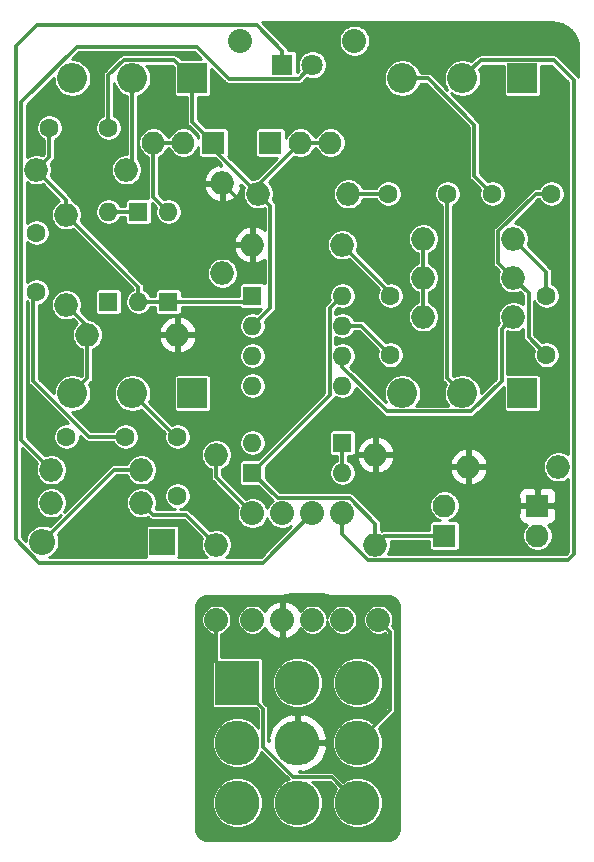
<source format=gbr>
G04 #@! TF.GenerationSoftware,KiCad,Pcbnew,(5.1.6-0-10_14)*
G04 #@! TF.CreationDate,2020-09-27T09:55:32+02:00*
G04 #@! TF.ProjectId,simble-overdrive,73696d62-6c65-42d6-9f76-657264726976,rev?*
G04 #@! TF.SameCoordinates,Original*
G04 #@! TF.FileFunction,Copper,L1,Top*
G04 #@! TF.FilePolarity,Positive*
%FSLAX46Y46*%
G04 Gerber Fmt 4.6, Leading zero omitted, Abs format (unit mm)*
G04 Created by KiCad (PCBNEW (5.1.6-0-10_14)) date 2020-09-27 09:55:32*
%MOMM*%
%LPD*%
G01*
G04 APERTURE LIST*
G04 #@! TA.AperFunction,ComponentPad*
%ADD10R,3.816000X3.816000*%
G04 #@! TD*
G04 #@! TA.AperFunction,ComponentPad*
%ADD11O,3.816000X3.816000*%
G04 #@! TD*
G04 #@! TA.AperFunction,ComponentPad*
%ADD12O,2.032000X2.032000*%
G04 #@! TD*
G04 #@! TA.AperFunction,ComponentPad*
%ADD13R,1.930400X1.930400*%
G04 #@! TD*
G04 #@! TA.AperFunction,ComponentPad*
%ADD14O,1.930400X1.930400*%
G04 #@! TD*
G04 #@! TA.AperFunction,ComponentPad*
%ADD15O,2.540000X2.540000*%
G04 #@! TD*
G04 #@! TA.AperFunction,ComponentPad*
%ADD16R,2.540000X2.540000*%
G04 #@! TD*
G04 #@! TA.AperFunction,ComponentPad*
%ADD17O,1.600000X1.600000*%
G04 #@! TD*
G04 #@! TA.AperFunction,ComponentPad*
%ADD18R,1.600000X1.600000*%
G04 #@! TD*
G04 #@! TA.AperFunction,ComponentPad*
%ADD19O,2.000000X2.000000*%
G04 #@! TD*
G04 #@! TA.AperFunction,ComponentPad*
%ADD20O,2.200000X2.200000*%
G04 #@! TD*
G04 #@! TA.AperFunction,ComponentPad*
%ADD21R,2.200000X2.200000*%
G04 #@! TD*
G04 #@! TA.AperFunction,ComponentPad*
%ADD22C,1.800000*%
G04 #@! TD*
G04 #@! TA.AperFunction,ComponentPad*
%ADD23R,1.800000X1.800000*%
G04 #@! TD*
G04 #@! TA.AperFunction,ComponentPad*
%ADD24C,1.600000*%
G04 #@! TD*
G04 #@! TA.AperFunction,Conductor*
%ADD25C,0.300000*%
G04 #@! TD*
G04 #@! TA.AperFunction,Conductor*
%ADD26C,0.127000*%
G04 #@! TD*
G04 #@! TA.AperFunction,Conductor*
%ADD27C,0.254000*%
G04 #@! TD*
G04 APERTURE END LIST*
D10*
X90170000Y-135636000D03*
D11*
X90170000Y-140716000D03*
X90170000Y-145796000D03*
X95250000Y-135636000D03*
X95250000Y-140716000D03*
X95250000Y-145796000D03*
X100330000Y-135636000D03*
X100330000Y-140716000D03*
X100330000Y-145796000D03*
D12*
X99060000Y-130302000D03*
X96520000Y-130302000D03*
X88392000Y-130302000D03*
X102108000Y-130302000D03*
X93980000Y-130302000D03*
X91440000Y-130302000D03*
D13*
X88138000Y-89916000D03*
D14*
X85598000Y-89916000D03*
X83058000Y-89916000D03*
D13*
X92964000Y-89916000D03*
D14*
X95504000Y-89916000D03*
X98044000Y-89916000D03*
D15*
X104140000Y-111125000D03*
X109220000Y-111125000D03*
D16*
X114300000Y-111125000D03*
D15*
X76200000Y-84455000D03*
X81280000Y-84455000D03*
D16*
X86360000Y-84455000D03*
D17*
X99060000Y-102870000D03*
X91440000Y-110490000D03*
X99060000Y-105410000D03*
X91440000Y-107950000D03*
X99060000Y-107950000D03*
X91440000Y-105410000D03*
X99060000Y-110490000D03*
D18*
X91440000Y-102870000D03*
D19*
X105918000Y-101346000D03*
X113538000Y-101346000D03*
X105918000Y-98044000D03*
X113538000Y-98044000D03*
X113538000Y-104648000D03*
X105918000Y-104648000D03*
X91440000Y-98552000D03*
X99060000Y-98552000D03*
X77470000Y-106172000D03*
X85090000Y-106172000D03*
X75692000Y-96012000D03*
X75692000Y-103632000D03*
X80772000Y-92202000D03*
X73152000Y-92202000D03*
X99568000Y-94234000D03*
X91948000Y-94234000D03*
X117348000Y-117348000D03*
X109728000Y-117348000D03*
X101854000Y-116332000D03*
X101854000Y-123952000D03*
X74422000Y-117602000D03*
X82042000Y-117602000D03*
X88900000Y-100965000D03*
X88900000Y-93345000D03*
X74422000Y-120396000D03*
X82042000Y-120396000D03*
X88392000Y-116332000D03*
X88392000Y-123952000D03*
D15*
X104140000Y-84455000D03*
X109220000Y-84455000D03*
D16*
X114300000Y-84455000D03*
D12*
X93980000Y-121285000D03*
X99060000Y-121285000D03*
X96520000Y-121285000D03*
X90424000Y-81280000D03*
X100076000Y-81280000D03*
X91440000Y-121285000D03*
D17*
X81788000Y-103378000D03*
D18*
X81788000Y-95758000D03*
D17*
X84328000Y-95758000D03*
D18*
X84328000Y-103378000D03*
D17*
X79248000Y-95758000D03*
D18*
X79248000Y-103378000D03*
D17*
X91440000Y-115316000D03*
D18*
X99060000Y-115316000D03*
D17*
X99060000Y-117856000D03*
D18*
X91440000Y-117856000D03*
D20*
X73660000Y-123698000D03*
D21*
X83820000Y-123698000D03*
D22*
X96520000Y-83312000D03*
D23*
X93980000Y-83312000D03*
D15*
X76200000Y-111125000D03*
X81280000Y-111125000D03*
D16*
X86360000Y-111125000D03*
D24*
X116760000Y-94234000D03*
X111760000Y-94234000D03*
X116332000Y-102870000D03*
X116332000Y-107870000D03*
X103124000Y-102870000D03*
X103124000Y-107870000D03*
X85090000Y-119808000D03*
X85090000Y-114808000D03*
X79248000Y-88646000D03*
X74248000Y-88646000D03*
D14*
X115570000Y-123190000D03*
D13*
X115570000Y-120650000D03*
D24*
X107950000Y-94234000D03*
X102950000Y-94234000D03*
X73152000Y-102536000D03*
X73152000Y-97536000D03*
X75692000Y-114808000D03*
X80692000Y-114808000D03*
D14*
X107696000Y-120650000D03*
D13*
X107696000Y-123190000D03*
D25*
X107950001Y-109855001D02*
X109220000Y-111125000D01*
X107950000Y-94234000D02*
X107950001Y-109855001D01*
X102616000Y-123190000D02*
X101854000Y-123952000D01*
X107696000Y-123190000D02*
X102616000Y-123190000D01*
X97982999Y-111313001D02*
X91440000Y-117856000D01*
X97982999Y-103947001D02*
X97982999Y-111313001D01*
X99060000Y-102870000D02*
X97982999Y-103947001D01*
X93575999Y-119991999D02*
X91440000Y-117856000D01*
X101854000Y-122165358D02*
X99680641Y-119991999D01*
X99680641Y-119991999D02*
X93575999Y-119991999D01*
X101854000Y-123952000D02*
X101854000Y-122165358D01*
X83041999Y-121395999D02*
X82042000Y-120396000D01*
X85835999Y-121395999D02*
X83041999Y-121395999D01*
X88392000Y-123952000D02*
X85835999Y-121395999D01*
X80772000Y-114808000D02*
X80764999Y-114815001D01*
X77593438Y-114808000D02*
X80692000Y-114808000D01*
X72898000Y-110112562D02*
X77593438Y-114808000D01*
X72898000Y-102536000D02*
X72898000Y-110112562D01*
X99060000Y-115316000D02*
X99060000Y-117856000D01*
X99568000Y-94234000D02*
X102950000Y-94234000D01*
X91440000Y-95885000D02*
X88900000Y-93345000D01*
X91440000Y-98552000D02*
X91440000Y-95885000D01*
X95504000Y-89916000D02*
X98044000Y-89916000D01*
X92947999Y-103902001D02*
X91440000Y-105410000D01*
X92947999Y-95233999D02*
X92947999Y-103902001D01*
X91948000Y-94234000D02*
X92947999Y-95233999D01*
X86360000Y-88138000D02*
X88138000Y-89916000D01*
X86360000Y-84455000D02*
X86360000Y-88138000D01*
X84812999Y-82907999D02*
X86360000Y-84455000D01*
X80537439Y-82907999D02*
X84812999Y-82907999D01*
X79248000Y-84197438D02*
X80537439Y-82907999D01*
X79248000Y-88646000D02*
X79248000Y-84197438D01*
X88138000Y-90424000D02*
X91948000Y-94234000D01*
X88138000Y-89916000D02*
X88138000Y-90424000D01*
X91948000Y-93472000D02*
X91948000Y-94234000D01*
X95504000Y-89916000D02*
X91948000Y-93472000D01*
X81788000Y-103378000D02*
X84328000Y-103378000D01*
X90932000Y-103378000D02*
X91440000Y-102870000D01*
X84328000Y-103378000D02*
X90932000Y-103378000D01*
X74248000Y-91106000D02*
X73152000Y-92202000D01*
X74248000Y-88646000D02*
X74248000Y-91106000D01*
X75692000Y-94742000D02*
X75692000Y-96012000D01*
X73152000Y-92202000D02*
X75692000Y-94742000D01*
X81788000Y-102108000D02*
X81788000Y-103378000D01*
X75692000Y-96012000D02*
X81788000Y-102108000D01*
X84963000Y-114808000D02*
X85090000Y-114808000D01*
X81280000Y-111125000D02*
X84963000Y-114808000D01*
X103124000Y-102616000D02*
X103124000Y-102870000D01*
X99060000Y-98552000D02*
X103124000Y-102616000D01*
X99060000Y-108896038D02*
X99060000Y-107950000D01*
X102835963Y-112672001D02*
X99060000Y-108896038D01*
X109962561Y-112672001D02*
X102835963Y-112672001D01*
X112538001Y-110096561D02*
X109962561Y-112672001D01*
X112538001Y-105647999D02*
X112538001Y-110096561D01*
X113538000Y-104648000D02*
X112538001Y-105647999D01*
X100664000Y-105410000D02*
X103124000Y-107870000D01*
X99060000Y-105410000D02*
X100664000Y-105410000D01*
X105918000Y-98044000D02*
X105918000Y-101346000D01*
X105918000Y-101346000D02*
X105918000Y-104648000D01*
X116332000Y-100838000D02*
X116332000Y-102870000D01*
X113538000Y-98044000D02*
X116332000Y-100838000D01*
X112260999Y-100068999D02*
X113538000Y-101346000D01*
X112260999Y-97431039D02*
X112260999Y-100068999D01*
X115458038Y-94234000D02*
X112260999Y-97431039D01*
X116760000Y-94234000D02*
X115458038Y-94234000D01*
X114815001Y-106353001D02*
X116332000Y-107870000D01*
X114815001Y-102623001D02*
X114815001Y-106353001D01*
X113538000Y-101346000D02*
X114815001Y-102623001D01*
X104140000Y-84455000D02*
X106299000Y-84455000D01*
X106299000Y-84455000D02*
X110236000Y-88392000D01*
X110236000Y-92710000D02*
X111760000Y-94234000D01*
X110236000Y-88392000D02*
X110236000Y-92710000D01*
X77469999Y-109855001D02*
X76200000Y-111125000D01*
X77470000Y-106172000D02*
X77469999Y-109855001D01*
X77470000Y-105410000D02*
X77470000Y-106172000D01*
X75692000Y-103632000D02*
X77470000Y-105410000D01*
X71874999Y-86490439D02*
X71874999Y-115054999D01*
X96520000Y-83312000D02*
X95342999Y-84489001D01*
X95342999Y-84489001D02*
X89432603Y-84489001D01*
X71874999Y-115054999D02*
X74422000Y-117602000D01*
X76577438Y-81788000D02*
X71874999Y-86490439D01*
X86731602Y-81788000D02*
X76577438Y-81788000D01*
X89432603Y-84489001D02*
X86731602Y-81788000D01*
X93980000Y-82112000D02*
X93980000Y-83312000D01*
X91854999Y-79986999D02*
X93980000Y-82112000D01*
X73175001Y-79986999D02*
X91854999Y-79986999D01*
X71417846Y-81826916D02*
X71423032Y-81738968D01*
X71416758Y-123492720D02*
X71416060Y-123457160D01*
X73400038Y-125476000D02*
X71416758Y-123492720D01*
X71416060Y-81917863D02*
X71417846Y-81826916D01*
X71416060Y-123457160D02*
X71416060Y-81917863D01*
X92329000Y-125476000D02*
X73400038Y-125476000D01*
X71423032Y-81738968D02*
X73175001Y-79986999D01*
X96520000Y-121285000D02*
X92329000Y-125476000D01*
X79248000Y-95758000D02*
X81788000Y-95758000D01*
X83058000Y-89916000D02*
X85598000Y-89916000D01*
X83058000Y-94488000D02*
X84328000Y-95758000D01*
X83058000Y-89916000D02*
X83058000Y-94488000D01*
X88392000Y-118237000D02*
X88392000Y-116332000D01*
X91440000Y-121285000D02*
X88392000Y-118237000D01*
X110767001Y-82907999D02*
X116943999Y-82907999D01*
X109220000Y-84455000D02*
X110767001Y-82907999D01*
X118655336Y-84619336D02*
X118655336Y-124778927D01*
X116943999Y-82907999D02*
X118655336Y-84619336D01*
X118655336Y-124778927D02*
X118158927Y-125275336D01*
X118112592Y-125229001D02*
X101241039Y-125229001D01*
X118158927Y-125275336D02*
X118112592Y-125229001D01*
X99060000Y-123047962D02*
X99060000Y-121285000D01*
X101241039Y-125229001D02*
X99060000Y-123047962D01*
X81280000Y-91694000D02*
X80772000Y-92202000D01*
X81280000Y-84455000D02*
X81280000Y-91694000D01*
X79756000Y-117602000D02*
X73660000Y-123698000D01*
X82042000Y-117602000D02*
X79756000Y-117602000D01*
D26*
X100330000Y-140335000D02*
X100965000Y-140335000D01*
D25*
X103123999Y-137922001D02*
X100330000Y-140716000D01*
X103123999Y-131317999D02*
X103123999Y-137922001D01*
X102108000Y-130302000D02*
X103123999Y-131317999D01*
X88392000Y-133858000D02*
X90170000Y-135636000D01*
X88392000Y-130302000D02*
X88392000Y-133858000D01*
X98144999Y-143610999D02*
X100330000Y-145796000D01*
X94911197Y-143610999D02*
X98144999Y-143610999D01*
X92355001Y-141054803D02*
X94911197Y-143610999D01*
X92355001Y-137821001D02*
X92355001Y-141054803D01*
X90170000Y-135636000D02*
X92355001Y-137821001D01*
D27*
G36*
X117265818Y-79764461D02*
G01*
X117675418Y-79888127D01*
X118053194Y-80088994D01*
X118384764Y-80359416D01*
X118657490Y-80689085D01*
X118860991Y-81065452D01*
X118987514Y-81474180D01*
X119033950Y-81915991D01*
X119033950Y-84328781D01*
X118994257Y-84280415D01*
X118976065Y-84265485D01*
X117297854Y-82587275D01*
X117282920Y-82569078D01*
X117210288Y-82509470D01*
X117127422Y-82465177D01*
X117037507Y-82437902D01*
X116967422Y-82430999D01*
X116967414Y-82430999D01*
X116943999Y-82428693D01*
X116920584Y-82430999D01*
X110790416Y-82430999D01*
X110767001Y-82428693D01*
X110743586Y-82430999D01*
X110743578Y-82430999D01*
X110673493Y-82437902D01*
X110583578Y-82465177D01*
X110500712Y-82509470D01*
X110428080Y-82569078D01*
X110413150Y-82587270D01*
X109965291Y-83035129D01*
X109685828Y-82919372D01*
X109377291Y-82858000D01*
X109062709Y-82858000D01*
X108754172Y-82919372D01*
X108463537Y-83039757D01*
X108201972Y-83214529D01*
X107979529Y-83436972D01*
X107804757Y-83698537D01*
X107684372Y-83989172D01*
X107623000Y-84297709D01*
X107623000Y-84612291D01*
X107684372Y-84920828D01*
X107804757Y-85211463D01*
X107955207Y-85436628D01*
X106652855Y-84134276D01*
X106637921Y-84116079D01*
X106565289Y-84056471D01*
X106482423Y-84012178D01*
X106392508Y-83984903D01*
X106322423Y-83978000D01*
X106322415Y-83978000D01*
X106299000Y-83975694D01*
X106275585Y-83978000D01*
X105671000Y-83978000D01*
X105555243Y-83698537D01*
X105380471Y-83436972D01*
X105158028Y-83214529D01*
X104896463Y-83039757D01*
X104605828Y-82919372D01*
X104297291Y-82858000D01*
X103982709Y-82858000D01*
X103674172Y-82919372D01*
X103383537Y-83039757D01*
X103121972Y-83214529D01*
X102899529Y-83436972D01*
X102724757Y-83698537D01*
X102604372Y-83989172D01*
X102543000Y-84297709D01*
X102543000Y-84612291D01*
X102604372Y-84920828D01*
X102724757Y-85211463D01*
X102899529Y-85473028D01*
X103121972Y-85695471D01*
X103383537Y-85870243D01*
X103674172Y-85990628D01*
X103982709Y-86052000D01*
X104297291Y-86052000D01*
X104605828Y-85990628D01*
X104896463Y-85870243D01*
X105158028Y-85695471D01*
X105380471Y-85473028D01*
X105555243Y-85211463D01*
X105671000Y-84932000D01*
X106101421Y-84932000D01*
X109759000Y-88589580D01*
X109759001Y-92686575D01*
X109756694Y-92710000D01*
X109765903Y-92803507D01*
X109793178Y-92893422D01*
X109793179Y-92893423D01*
X109837472Y-92976289D01*
X109897080Y-93048921D01*
X109915271Y-93063850D01*
X110699852Y-93848431D01*
X110676310Y-93905266D01*
X110633000Y-94123000D01*
X110633000Y-94345000D01*
X110676310Y-94562734D01*
X110761266Y-94767835D01*
X110884602Y-94952421D01*
X111041579Y-95109398D01*
X111226165Y-95232734D01*
X111431266Y-95317690D01*
X111649000Y-95361000D01*
X111871000Y-95361000D01*
X112088734Y-95317690D01*
X112293835Y-95232734D01*
X112478421Y-95109398D01*
X112635398Y-94952421D01*
X112758734Y-94767835D01*
X112843690Y-94562734D01*
X112887000Y-94345000D01*
X112887000Y-94123000D01*
X112843690Y-93905266D01*
X112758734Y-93700165D01*
X112635398Y-93515579D01*
X112478421Y-93358602D01*
X112293835Y-93235266D01*
X112088734Y-93150310D01*
X111871000Y-93107000D01*
X111649000Y-93107000D01*
X111431266Y-93150310D01*
X111374431Y-93173852D01*
X110713000Y-92512421D01*
X110713000Y-88415415D01*
X110715306Y-88392000D01*
X110713000Y-88368585D01*
X110713000Y-88368577D01*
X110706097Y-88298492D01*
X110678822Y-88208577D01*
X110634529Y-88125711D01*
X110574921Y-88053079D01*
X110556729Y-88038150D01*
X108238372Y-85719793D01*
X108463537Y-85870243D01*
X108754172Y-85990628D01*
X109062709Y-86052000D01*
X109377291Y-86052000D01*
X109685828Y-85990628D01*
X109976463Y-85870243D01*
X110238028Y-85695471D01*
X110460471Y-85473028D01*
X110635243Y-85211463D01*
X110755628Y-84920828D01*
X110817000Y-84612291D01*
X110817000Y-84297709D01*
X110755628Y-83989172D01*
X110639871Y-83709709D01*
X110964581Y-83384999D01*
X112701418Y-83384999D01*
X112701418Y-85725000D01*
X112707732Y-85789103D01*
X112726430Y-85850743D01*
X112756794Y-85907550D01*
X112797657Y-85957343D01*
X112847450Y-85998206D01*
X112904257Y-86028570D01*
X112965897Y-86047268D01*
X113030000Y-86053582D01*
X115570000Y-86053582D01*
X115634103Y-86047268D01*
X115695743Y-86028570D01*
X115752550Y-85998206D01*
X115802343Y-85957343D01*
X115843206Y-85907550D01*
X115873570Y-85850743D01*
X115892268Y-85789103D01*
X115898582Y-85725000D01*
X115898582Y-83384999D01*
X116746420Y-83384999D01*
X118178336Y-84816916D01*
X118178337Y-116306844D01*
X117976570Y-116172028D01*
X117735072Y-116071996D01*
X117478698Y-116021000D01*
X117217302Y-116021000D01*
X116960928Y-116071996D01*
X116719430Y-116172028D01*
X116502087Y-116317252D01*
X116317252Y-116502087D01*
X116172028Y-116719430D01*
X116071996Y-116960928D01*
X116021000Y-117217302D01*
X116021000Y-117478698D01*
X116071996Y-117735072D01*
X116172028Y-117976570D01*
X116317252Y-118193913D01*
X116502087Y-118378748D01*
X116719430Y-118523972D01*
X116960928Y-118624004D01*
X117217302Y-118675000D01*
X117478698Y-118675000D01*
X117735072Y-118624004D01*
X117976570Y-118523972D01*
X118178337Y-118389156D01*
X118178337Y-124581346D01*
X118007683Y-124752001D01*
X102915425Y-124752001D01*
X103029972Y-124580570D01*
X103130004Y-124339072D01*
X103181000Y-124082698D01*
X103181000Y-123821302D01*
X103150307Y-123667000D01*
X106402218Y-123667000D01*
X106402218Y-124155200D01*
X106408532Y-124219303D01*
X106427230Y-124280943D01*
X106457594Y-124337750D01*
X106498457Y-124387543D01*
X106548250Y-124428406D01*
X106605057Y-124458770D01*
X106666697Y-124477468D01*
X106730800Y-124483782D01*
X108661200Y-124483782D01*
X108725303Y-124477468D01*
X108786943Y-124458770D01*
X108843750Y-124428406D01*
X108893543Y-124387543D01*
X108934406Y-124337750D01*
X108964770Y-124280943D01*
X108983468Y-124219303D01*
X108989782Y-124155200D01*
X108989782Y-122224800D01*
X108983468Y-122160697D01*
X108964770Y-122099057D01*
X108934406Y-122042250D01*
X108893543Y-121992457D01*
X108843750Y-121951594D01*
X108786943Y-121921230D01*
X108725303Y-121902532D01*
X108661200Y-121896218D01*
X108054436Y-121896218D01*
X108072921Y-121892541D01*
X108308086Y-121795132D01*
X108519729Y-121653717D01*
X108558246Y-121615200D01*
X113966728Y-121615200D01*
X113978988Y-121739682D01*
X114015298Y-121859380D01*
X114074263Y-121969694D01*
X114153615Y-122066385D01*
X114250306Y-122145737D01*
X114360620Y-122204702D01*
X114480318Y-122241012D01*
X114604800Y-122253272D01*
X114679620Y-122252934D01*
X114566283Y-122366271D01*
X114424868Y-122577914D01*
X114327459Y-122813079D01*
X114277800Y-123062729D01*
X114277800Y-123317271D01*
X114327459Y-123566921D01*
X114424868Y-123802086D01*
X114566283Y-124013729D01*
X114746271Y-124193717D01*
X114957914Y-124335132D01*
X115193079Y-124432541D01*
X115442729Y-124482200D01*
X115697271Y-124482200D01*
X115946921Y-124432541D01*
X116182086Y-124335132D01*
X116393729Y-124193717D01*
X116573717Y-124013729D01*
X116715132Y-123802086D01*
X116812541Y-123566921D01*
X116862200Y-123317271D01*
X116862200Y-123062729D01*
X116812541Y-122813079D01*
X116715132Y-122577914D01*
X116573717Y-122366271D01*
X116460380Y-122252934D01*
X116535200Y-122253272D01*
X116659682Y-122241012D01*
X116779380Y-122204702D01*
X116889694Y-122145737D01*
X116986385Y-122066385D01*
X117065737Y-121969694D01*
X117124702Y-121859380D01*
X117161012Y-121739682D01*
X117173272Y-121615200D01*
X117170200Y-120935750D01*
X117011450Y-120777000D01*
X115697000Y-120777000D01*
X115697000Y-120797000D01*
X115443000Y-120797000D01*
X115443000Y-120777000D01*
X114128550Y-120777000D01*
X113969800Y-120935750D01*
X113966728Y-121615200D01*
X108558246Y-121615200D01*
X108699717Y-121473729D01*
X108841132Y-121262086D01*
X108938541Y-121026921D01*
X108988200Y-120777271D01*
X108988200Y-120522729D01*
X108938541Y-120273079D01*
X108841132Y-120037914D01*
X108699717Y-119826271D01*
X108558246Y-119684800D01*
X113966728Y-119684800D01*
X113969800Y-120364250D01*
X114128550Y-120523000D01*
X115443000Y-120523000D01*
X115443000Y-119208550D01*
X115697000Y-119208550D01*
X115697000Y-120523000D01*
X117011450Y-120523000D01*
X117170200Y-120364250D01*
X117173272Y-119684800D01*
X117161012Y-119560318D01*
X117124702Y-119440620D01*
X117065737Y-119330306D01*
X116986385Y-119233615D01*
X116889694Y-119154263D01*
X116779380Y-119095298D01*
X116659682Y-119058988D01*
X116535200Y-119046728D01*
X115855750Y-119049800D01*
X115697000Y-119208550D01*
X115443000Y-119208550D01*
X115284250Y-119049800D01*
X114604800Y-119046728D01*
X114480318Y-119058988D01*
X114360620Y-119095298D01*
X114250306Y-119154263D01*
X114153615Y-119233615D01*
X114074263Y-119330306D01*
X114015298Y-119440620D01*
X113978988Y-119560318D01*
X113966728Y-119684800D01*
X108558246Y-119684800D01*
X108519729Y-119646283D01*
X108308086Y-119504868D01*
X108072921Y-119407459D01*
X107823271Y-119357800D01*
X107568729Y-119357800D01*
X107319079Y-119407459D01*
X107083914Y-119504868D01*
X106872271Y-119646283D01*
X106692283Y-119826271D01*
X106550868Y-120037914D01*
X106453459Y-120273079D01*
X106403800Y-120522729D01*
X106403800Y-120777271D01*
X106453459Y-121026921D01*
X106550868Y-121262086D01*
X106692283Y-121473729D01*
X106872271Y-121653717D01*
X107083914Y-121795132D01*
X107319079Y-121892541D01*
X107337564Y-121896218D01*
X106730800Y-121896218D01*
X106666697Y-121902532D01*
X106605057Y-121921230D01*
X106548250Y-121951594D01*
X106498457Y-121992457D01*
X106457594Y-122042250D01*
X106427230Y-122099057D01*
X106408532Y-122160697D01*
X106402218Y-122224800D01*
X106402218Y-122713000D01*
X102639415Y-122713000D01*
X102616000Y-122710694D01*
X102592585Y-122713000D01*
X102592577Y-122713000D01*
X102522492Y-122719903D01*
X102432577Y-122747178D01*
X102423995Y-122751765D01*
X102331000Y-122713245D01*
X102331000Y-122188773D01*
X102333306Y-122165358D01*
X102331000Y-122141943D01*
X102331000Y-122141935D01*
X102324097Y-122071850D01*
X102296822Y-121981935D01*
X102252529Y-121899069D01*
X102192921Y-121826437D01*
X102174729Y-121811507D01*
X100034496Y-119671275D01*
X100019562Y-119653078D01*
X99946930Y-119593470D01*
X99864064Y-119549177D01*
X99774149Y-119521902D01*
X99704064Y-119514999D01*
X99704056Y-119514999D01*
X99680641Y-119512693D01*
X99657226Y-119514999D01*
X93773579Y-119514999D01*
X92568582Y-118310003D01*
X92568582Y-117401997D01*
X95454579Y-114516000D01*
X97931418Y-114516000D01*
X97931418Y-116116000D01*
X97937732Y-116180103D01*
X97956430Y-116241743D01*
X97986794Y-116298550D01*
X98027657Y-116348343D01*
X98077450Y-116389206D01*
X98134257Y-116419570D01*
X98195897Y-116438268D01*
X98260000Y-116444582D01*
X98583000Y-116444582D01*
X98583001Y-116833724D01*
X98526165Y-116857266D01*
X98341579Y-116980602D01*
X98184602Y-117137579D01*
X98061266Y-117322165D01*
X97976310Y-117527266D01*
X97933000Y-117745000D01*
X97933000Y-117967000D01*
X97976310Y-118184734D01*
X98061266Y-118389835D01*
X98184602Y-118574421D01*
X98341579Y-118731398D01*
X98526165Y-118854734D01*
X98731266Y-118939690D01*
X98949000Y-118983000D01*
X99171000Y-118983000D01*
X99388734Y-118939690D01*
X99593835Y-118854734D01*
X99778421Y-118731398D01*
X99935398Y-118574421D01*
X100058734Y-118389835D01*
X100143690Y-118184734D01*
X100187000Y-117967000D01*
X100187000Y-117745000D01*
X100143690Y-117527266D01*
X100058734Y-117322165D01*
X99935398Y-117137579D01*
X99778421Y-116980602D01*
X99593835Y-116857266D01*
X99537000Y-116833724D01*
X99537000Y-116712435D01*
X100263871Y-116712435D01*
X100368644Y-117015344D01*
X100530499Y-117291992D01*
X100743215Y-117531748D01*
X100998618Y-117725399D01*
X101286893Y-117865502D01*
X101473566Y-117922124D01*
X101727000Y-117802777D01*
X101727000Y-116459000D01*
X101981000Y-116459000D01*
X101981000Y-117802777D01*
X102234434Y-117922124D01*
X102421107Y-117865502D01*
X102703137Y-117728434D01*
X108137876Y-117728434D01*
X108194498Y-117915107D01*
X108334601Y-118203382D01*
X108528252Y-118458785D01*
X108768008Y-118671501D01*
X109044656Y-118833356D01*
X109347565Y-118938129D01*
X109601000Y-118819315D01*
X109601000Y-117475000D01*
X109855000Y-117475000D01*
X109855000Y-118819315D01*
X110108435Y-118938129D01*
X110411344Y-118833356D01*
X110687992Y-118671501D01*
X110927748Y-118458785D01*
X111121399Y-118203382D01*
X111261502Y-117915107D01*
X111318124Y-117728434D01*
X111198777Y-117475000D01*
X109855000Y-117475000D01*
X109601000Y-117475000D01*
X108257223Y-117475000D01*
X108137876Y-117728434D01*
X102703137Y-117728434D01*
X102709382Y-117725399D01*
X102964785Y-117531748D01*
X103177501Y-117291992D01*
X103339356Y-117015344D01*
X103355881Y-116967566D01*
X108137876Y-116967566D01*
X108257223Y-117221000D01*
X109601000Y-117221000D01*
X109601000Y-115876685D01*
X109855000Y-115876685D01*
X109855000Y-117221000D01*
X111198777Y-117221000D01*
X111318124Y-116967566D01*
X111261502Y-116780893D01*
X111121399Y-116492618D01*
X110927748Y-116237215D01*
X110687992Y-116024499D01*
X110411344Y-115862644D01*
X110108435Y-115757871D01*
X109855000Y-115876685D01*
X109601000Y-115876685D01*
X109347565Y-115757871D01*
X109044656Y-115862644D01*
X108768008Y-116024499D01*
X108528252Y-116237215D01*
X108334601Y-116492618D01*
X108194498Y-116780893D01*
X108137876Y-116967566D01*
X103355881Y-116967566D01*
X103444129Y-116712435D01*
X103325315Y-116459000D01*
X101981000Y-116459000D01*
X101727000Y-116459000D01*
X100382685Y-116459000D01*
X100263871Y-116712435D01*
X99537000Y-116712435D01*
X99537000Y-116444582D01*
X99860000Y-116444582D01*
X99924103Y-116438268D01*
X99985743Y-116419570D01*
X100042550Y-116389206D01*
X100092343Y-116348343D01*
X100133206Y-116298550D01*
X100163570Y-116241743D01*
X100182268Y-116180103D01*
X100188582Y-116116000D01*
X100188582Y-115951565D01*
X100263871Y-115951565D01*
X100382685Y-116205000D01*
X101727000Y-116205000D01*
X101727000Y-114861223D01*
X101981000Y-114861223D01*
X101981000Y-116205000D01*
X103325315Y-116205000D01*
X103444129Y-115951565D01*
X103339356Y-115648656D01*
X103177501Y-115372008D01*
X102964785Y-115132252D01*
X102709382Y-114938601D01*
X102421107Y-114798498D01*
X102234434Y-114741876D01*
X101981000Y-114861223D01*
X101727000Y-114861223D01*
X101473566Y-114741876D01*
X101286893Y-114798498D01*
X100998618Y-114938601D01*
X100743215Y-115132252D01*
X100530499Y-115372008D01*
X100368644Y-115648656D01*
X100263871Y-115951565D01*
X100188582Y-115951565D01*
X100188582Y-114516000D01*
X100182268Y-114451897D01*
X100163570Y-114390257D01*
X100133206Y-114333450D01*
X100092343Y-114283657D01*
X100042550Y-114242794D01*
X99985743Y-114212430D01*
X99924103Y-114193732D01*
X99860000Y-114187418D01*
X98260000Y-114187418D01*
X98195897Y-114193732D01*
X98134257Y-114212430D01*
X98077450Y-114242794D01*
X98027657Y-114283657D01*
X97986794Y-114333450D01*
X97956430Y-114390257D01*
X97937732Y-114451897D01*
X97931418Y-114516000D01*
X95454579Y-114516000D01*
X98303729Y-111666851D01*
X98321920Y-111651922D01*
X98381528Y-111579290D01*
X98425821Y-111496424D01*
X98444671Y-111434282D01*
X98526165Y-111488734D01*
X98731266Y-111573690D01*
X98949000Y-111617000D01*
X99171000Y-111617000D01*
X99388734Y-111573690D01*
X99593835Y-111488734D01*
X99778421Y-111365398D01*
X99935398Y-111208421D01*
X100058734Y-111023835D01*
X100143690Y-110818734D01*
X100170970Y-110681588D01*
X102482112Y-112992730D01*
X102497042Y-113010922D01*
X102569674Y-113070530D01*
X102652540Y-113114823D01*
X102742455Y-113142098D01*
X102812540Y-113149001D01*
X102812547Y-113149001D01*
X102835962Y-113151307D01*
X102859377Y-113149001D01*
X109939146Y-113149001D01*
X109962561Y-113151307D01*
X109985976Y-113149001D01*
X109985984Y-113149001D01*
X110056069Y-113142098D01*
X110145984Y-113114823D01*
X110228850Y-113070530D01*
X110301482Y-113010922D01*
X110316416Y-112992725D01*
X112701418Y-110607724D01*
X112701418Y-112395000D01*
X112707732Y-112459103D01*
X112726430Y-112520743D01*
X112756794Y-112577550D01*
X112797657Y-112627343D01*
X112847450Y-112668206D01*
X112904257Y-112698570D01*
X112965897Y-112717268D01*
X113030000Y-112723582D01*
X115570000Y-112723582D01*
X115634103Y-112717268D01*
X115695743Y-112698570D01*
X115752550Y-112668206D01*
X115802343Y-112627343D01*
X115843206Y-112577550D01*
X115873570Y-112520743D01*
X115892268Y-112459103D01*
X115898582Y-112395000D01*
X115898582Y-109855000D01*
X115892268Y-109790897D01*
X115873570Y-109729257D01*
X115843206Y-109672450D01*
X115802343Y-109622657D01*
X115752550Y-109581794D01*
X115695743Y-109551430D01*
X115634103Y-109532732D01*
X115570000Y-109526418D01*
X113030000Y-109526418D01*
X113015001Y-109527895D01*
X113015001Y-105867701D01*
X113150928Y-105924004D01*
X113407302Y-105975000D01*
X113668698Y-105975000D01*
X113925072Y-105924004D01*
X114166570Y-105823972D01*
X114338002Y-105709425D01*
X114338002Y-106329576D01*
X114335695Y-106353001D01*
X114344904Y-106446508D01*
X114372179Y-106536423D01*
X114390410Y-106570529D01*
X114416473Y-106619290D01*
X114476081Y-106691922D01*
X114494272Y-106706851D01*
X115271852Y-107484431D01*
X115248310Y-107541266D01*
X115205000Y-107759000D01*
X115205000Y-107981000D01*
X115248310Y-108198734D01*
X115333266Y-108403835D01*
X115456602Y-108588421D01*
X115613579Y-108745398D01*
X115798165Y-108868734D01*
X116003266Y-108953690D01*
X116221000Y-108997000D01*
X116443000Y-108997000D01*
X116660734Y-108953690D01*
X116865835Y-108868734D01*
X117050421Y-108745398D01*
X117207398Y-108588421D01*
X117330734Y-108403835D01*
X117415690Y-108198734D01*
X117459000Y-107981000D01*
X117459000Y-107759000D01*
X117415690Y-107541266D01*
X117330734Y-107336165D01*
X117207398Y-107151579D01*
X117050421Y-106994602D01*
X116865835Y-106871266D01*
X116660734Y-106786310D01*
X116443000Y-106743000D01*
X116221000Y-106743000D01*
X116003266Y-106786310D01*
X115946431Y-106809852D01*
X115292001Y-106155422D01*
X115292001Y-103304213D01*
X115333266Y-103403835D01*
X115456602Y-103588421D01*
X115613579Y-103745398D01*
X115798165Y-103868734D01*
X116003266Y-103953690D01*
X116221000Y-103997000D01*
X116443000Y-103997000D01*
X116660734Y-103953690D01*
X116865835Y-103868734D01*
X117050421Y-103745398D01*
X117207398Y-103588421D01*
X117330734Y-103403835D01*
X117415690Y-103198734D01*
X117459000Y-102981000D01*
X117459000Y-102759000D01*
X117415690Y-102541266D01*
X117330734Y-102336165D01*
X117207398Y-102151579D01*
X117050421Y-101994602D01*
X116865835Y-101871266D01*
X116809000Y-101847724D01*
X116809000Y-100861415D01*
X116811306Y-100838000D01*
X116809000Y-100814585D01*
X116809000Y-100814577D01*
X116802097Y-100744492D01*
X116774822Y-100654577D01*
X116730529Y-100571711D01*
X116711321Y-100548306D01*
X116685852Y-100517272D01*
X116685850Y-100517270D01*
X116670921Y-100499079D01*
X116652729Y-100484149D01*
X114751221Y-98582642D01*
X114814004Y-98431072D01*
X114865000Y-98174698D01*
X114865000Y-97913302D01*
X114814004Y-97656928D01*
X114713972Y-97415430D01*
X114568748Y-97198087D01*
X114383913Y-97013252D01*
X114166570Y-96868028D01*
X113925072Y-96767996D01*
X113668698Y-96717000D01*
X113649617Y-96717000D01*
X115655618Y-94711000D01*
X115737724Y-94711000D01*
X115761266Y-94767835D01*
X115884602Y-94952421D01*
X116041579Y-95109398D01*
X116226165Y-95232734D01*
X116431266Y-95317690D01*
X116649000Y-95361000D01*
X116871000Y-95361000D01*
X117088734Y-95317690D01*
X117293835Y-95232734D01*
X117478421Y-95109398D01*
X117635398Y-94952421D01*
X117758734Y-94767835D01*
X117843690Y-94562734D01*
X117887000Y-94345000D01*
X117887000Y-94123000D01*
X117843690Y-93905266D01*
X117758734Y-93700165D01*
X117635398Y-93515579D01*
X117478421Y-93358602D01*
X117293835Y-93235266D01*
X117088734Y-93150310D01*
X116871000Y-93107000D01*
X116649000Y-93107000D01*
X116431266Y-93150310D01*
X116226165Y-93235266D01*
X116041579Y-93358602D01*
X115884602Y-93515579D01*
X115761266Y-93700165D01*
X115737724Y-93757000D01*
X115481453Y-93757000D01*
X115458038Y-93754694D01*
X115434623Y-93757000D01*
X115434615Y-93757000D01*
X115364530Y-93763903D01*
X115274615Y-93791178D01*
X115191749Y-93835471D01*
X115119117Y-93895079D01*
X115104187Y-93913271D01*
X111940275Y-97077184D01*
X111922078Y-97092118D01*
X111862470Y-97164750D01*
X111818177Y-97247617D01*
X111790902Y-97337532D01*
X111783999Y-97407617D01*
X111783999Y-97407624D01*
X111781693Y-97431039D01*
X111783999Y-97454454D01*
X111784000Y-100045574D01*
X111781693Y-100068999D01*
X111790902Y-100162506D01*
X111818177Y-100252421D01*
X111818178Y-100252422D01*
X111862471Y-100335288D01*
X111922079Y-100407920D01*
X111940270Y-100422849D01*
X112324779Y-100807358D01*
X112261996Y-100958928D01*
X112211000Y-101215302D01*
X112211000Y-101476698D01*
X112261996Y-101733072D01*
X112362028Y-101974570D01*
X112507252Y-102191913D01*
X112692087Y-102376748D01*
X112909430Y-102521972D01*
X113150928Y-102622004D01*
X113407302Y-102673000D01*
X113668698Y-102673000D01*
X113925072Y-102622004D01*
X114076642Y-102559222D01*
X114338001Y-102820581D01*
X114338001Y-103586575D01*
X114166570Y-103472028D01*
X113925072Y-103371996D01*
X113668698Y-103321000D01*
X113407302Y-103321000D01*
X113150928Y-103371996D01*
X112909430Y-103472028D01*
X112692087Y-103617252D01*
X112507252Y-103802087D01*
X112362028Y-104019430D01*
X112261996Y-104260928D01*
X112211000Y-104517302D01*
X112211000Y-104778698D01*
X112261996Y-105035072D01*
X112324779Y-105186642D01*
X112217277Y-105294144D01*
X112199080Y-105309078D01*
X112139472Y-105381710D01*
X112095179Y-105464577D01*
X112067904Y-105554492D01*
X112061001Y-105624577D01*
X112061001Y-105624584D01*
X112058695Y-105647999D01*
X112061001Y-105671414D01*
X112061002Y-109898980D01*
X110817000Y-111142983D01*
X110817000Y-110967709D01*
X110755628Y-110659172D01*
X110635243Y-110368537D01*
X110460471Y-110106972D01*
X110238028Y-109884529D01*
X109976463Y-109709757D01*
X109685828Y-109589372D01*
X109377291Y-109528000D01*
X109062709Y-109528000D01*
X108754172Y-109589372D01*
X108474709Y-109705130D01*
X108427001Y-109657422D01*
X108426999Y-95256276D01*
X108483835Y-95232734D01*
X108668421Y-95109398D01*
X108825398Y-94952421D01*
X108948734Y-94767835D01*
X109033690Y-94562734D01*
X109077000Y-94345000D01*
X109077000Y-94123000D01*
X109033690Y-93905266D01*
X108948734Y-93700165D01*
X108825398Y-93515579D01*
X108668421Y-93358602D01*
X108483835Y-93235266D01*
X108278734Y-93150310D01*
X108061000Y-93107000D01*
X107839000Y-93107000D01*
X107621266Y-93150310D01*
X107416165Y-93235266D01*
X107231579Y-93358602D01*
X107074602Y-93515579D01*
X106951266Y-93700165D01*
X106866310Y-93905266D01*
X106823000Y-94123000D01*
X106823000Y-94345000D01*
X106866310Y-94562734D01*
X106951266Y-94767835D01*
X107074602Y-94952421D01*
X107231579Y-95109398D01*
X107416165Y-95232734D01*
X107473000Y-95256276D01*
X107473002Y-109831576D01*
X107470695Y-109855001D01*
X107479904Y-109948508D01*
X107507179Y-110038423D01*
X107507180Y-110038424D01*
X107551473Y-110121290D01*
X107611081Y-110193922D01*
X107629272Y-110208851D01*
X107800130Y-110379709D01*
X107684372Y-110659172D01*
X107623000Y-110967709D01*
X107623000Y-111282291D01*
X107684372Y-111590828D01*
X107804757Y-111881463D01*
X107979529Y-112143028D01*
X108031502Y-112195001D01*
X105328498Y-112195001D01*
X105380471Y-112143028D01*
X105555243Y-111881463D01*
X105675628Y-111590828D01*
X105737000Y-111282291D01*
X105737000Y-110967709D01*
X105675628Y-110659172D01*
X105555243Y-110368537D01*
X105380471Y-110106972D01*
X105158028Y-109884529D01*
X104896463Y-109709757D01*
X104605828Y-109589372D01*
X104297291Y-109528000D01*
X103982709Y-109528000D01*
X103674172Y-109589372D01*
X103383537Y-109709757D01*
X103121972Y-109884529D01*
X102899529Y-110106972D01*
X102724757Y-110368537D01*
X102604372Y-110659172D01*
X102543000Y-110967709D01*
X102543000Y-111282291D01*
X102604372Y-111590828D01*
X102724757Y-111881463D01*
X102734326Y-111895784D01*
X99709794Y-108871253D01*
X99778421Y-108825398D01*
X99935398Y-108668421D01*
X100058734Y-108483835D01*
X100143690Y-108278734D01*
X100187000Y-108061000D01*
X100187000Y-107839000D01*
X100143690Y-107621266D01*
X100058734Y-107416165D01*
X99935398Y-107231579D01*
X99778421Y-107074602D01*
X99593835Y-106951266D01*
X99388734Y-106866310D01*
X99171000Y-106823000D01*
X98949000Y-106823000D01*
X98731266Y-106866310D01*
X98526165Y-106951266D01*
X98459999Y-106995477D01*
X98459999Y-106364523D01*
X98526165Y-106408734D01*
X98731266Y-106493690D01*
X98949000Y-106537000D01*
X99171000Y-106537000D01*
X99388734Y-106493690D01*
X99593835Y-106408734D01*
X99778421Y-106285398D01*
X99935398Y-106128421D01*
X100058734Y-105943835D01*
X100082276Y-105887000D01*
X100466421Y-105887000D01*
X102063852Y-107484431D01*
X102040310Y-107541266D01*
X101997000Y-107759000D01*
X101997000Y-107981000D01*
X102040310Y-108198734D01*
X102125266Y-108403835D01*
X102248602Y-108588421D01*
X102405579Y-108745398D01*
X102590165Y-108868734D01*
X102795266Y-108953690D01*
X103013000Y-108997000D01*
X103235000Y-108997000D01*
X103452734Y-108953690D01*
X103657835Y-108868734D01*
X103842421Y-108745398D01*
X103999398Y-108588421D01*
X104122734Y-108403835D01*
X104207690Y-108198734D01*
X104251000Y-107981000D01*
X104251000Y-107759000D01*
X104207690Y-107541266D01*
X104122734Y-107336165D01*
X103999398Y-107151579D01*
X103842421Y-106994602D01*
X103657835Y-106871266D01*
X103452734Y-106786310D01*
X103235000Y-106743000D01*
X103013000Y-106743000D01*
X102795266Y-106786310D01*
X102738431Y-106809852D01*
X101017855Y-105089276D01*
X101002921Y-105071079D01*
X100930289Y-105011471D01*
X100847423Y-104967178D01*
X100757508Y-104939903D01*
X100687423Y-104933000D01*
X100687415Y-104933000D01*
X100664000Y-104930694D01*
X100640585Y-104933000D01*
X100082276Y-104933000D01*
X100058734Y-104876165D01*
X99935398Y-104691579D01*
X99778421Y-104534602D01*
X99593835Y-104411266D01*
X99388734Y-104326310D01*
X99171000Y-104283000D01*
X98949000Y-104283000D01*
X98731266Y-104326310D01*
X98526165Y-104411266D01*
X98459999Y-104455477D01*
X98459999Y-104144580D01*
X98674431Y-103930148D01*
X98731266Y-103953690D01*
X98949000Y-103997000D01*
X99171000Y-103997000D01*
X99388734Y-103953690D01*
X99593835Y-103868734D01*
X99778421Y-103745398D01*
X99935398Y-103588421D01*
X100058734Y-103403835D01*
X100143690Y-103198734D01*
X100187000Y-102981000D01*
X100187000Y-102759000D01*
X100143690Y-102541266D01*
X100058734Y-102336165D01*
X99935398Y-102151579D01*
X99778421Y-101994602D01*
X99593835Y-101871266D01*
X99388734Y-101786310D01*
X99171000Y-101743000D01*
X98949000Y-101743000D01*
X98731266Y-101786310D01*
X98526165Y-101871266D01*
X98341579Y-101994602D01*
X98184602Y-102151579D01*
X98061266Y-102336165D01*
X97976310Y-102541266D01*
X97933000Y-102759000D01*
X97933000Y-102981000D01*
X97976310Y-103198734D01*
X97999852Y-103255569D01*
X97662275Y-103593146D01*
X97644078Y-103608080D01*
X97584470Y-103680712D01*
X97540177Y-103763579D01*
X97512902Y-103853494D01*
X97505999Y-103923579D01*
X97505999Y-103923586D01*
X97503693Y-103947001D01*
X97505999Y-103970416D01*
X97506000Y-111115420D01*
X91894003Y-116727418D01*
X90640000Y-116727418D01*
X90575897Y-116733732D01*
X90514257Y-116752430D01*
X90457450Y-116782794D01*
X90407657Y-116823657D01*
X90366794Y-116873450D01*
X90336430Y-116930257D01*
X90317732Y-116991897D01*
X90311418Y-117056000D01*
X90311418Y-118656000D01*
X90317732Y-118720103D01*
X90336430Y-118781743D01*
X90366794Y-118838550D01*
X90407657Y-118888343D01*
X90457450Y-118929206D01*
X90514257Y-118959570D01*
X90575897Y-118978268D01*
X90640000Y-118984582D01*
X91894003Y-118984582D01*
X93140287Y-120230867D01*
X93123888Y-120241824D01*
X92936824Y-120428888D01*
X92789849Y-120648851D01*
X92710000Y-120841623D01*
X92630151Y-120648851D01*
X92483176Y-120428888D01*
X92296112Y-120241824D01*
X92076149Y-120094849D01*
X91831739Y-119993611D01*
X91572274Y-119942000D01*
X91307726Y-119942000D01*
X91048261Y-119993611D01*
X90889112Y-120059533D01*
X88869000Y-118039421D01*
X88869000Y-117570755D01*
X89020570Y-117507972D01*
X89237913Y-117362748D01*
X89422748Y-117177913D01*
X89567972Y-116960570D01*
X89668004Y-116719072D01*
X89719000Y-116462698D01*
X89719000Y-116201302D01*
X89668004Y-115944928D01*
X89567972Y-115703430D01*
X89422748Y-115486087D01*
X89237913Y-115301252D01*
X89093862Y-115205000D01*
X90313000Y-115205000D01*
X90313000Y-115427000D01*
X90356310Y-115644734D01*
X90441266Y-115849835D01*
X90564602Y-116034421D01*
X90721579Y-116191398D01*
X90906165Y-116314734D01*
X91111266Y-116399690D01*
X91329000Y-116443000D01*
X91551000Y-116443000D01*
X91768734Y-116399690D01*
X91973835Y-116314734D01*
X92158421Y-116191398D01*
X92315398Y-116034421D01*
X92438734Y-115849835D01*
X92523690Y-115644734D01*
X92567000Y-115427000D01*
X92567000Y-115205000D01*
X92523690Y-114987266D01*
X92438734Y-114782165D01*
X92315398Y-114597579D01*
X92158421Y-114440602D01*
X91973835Y-114317266D01*
X91768734Y-114232310D01*
X91551000Y-114189000D01*
X91329000Y-114189000D01*
X91111266Y-114232310D01*
X90906165Y-114317266D01*
X90721579Y-114440602D01*
X90564602Y-114597579D01*
X90441266Y-114782165D01*
X90356310Y-114987266D01*
X90313000Y-115205000D01*
X89093862Y-115205000D01*
X89020570Y-115156028D01*
X88779072Y-115055996D01*
X88522698Y-115005000D01*
X88261302Y-115005000D01*
X88004928Y-115055996D01*
X87763430Y-115156028D01*
X87546087Y-115301252D01*
X87361252Y-115486087D01*
X87216028Y-115703430D01*
X87115996Y-115944928D01*
X87065000Y-116201302D01*
X87065000Y-116462698D01*
X87115996Y-116719072D01*
X87216028Y-116960570D01*
X87361252Y-117177913D01*
X87546087Y-117362748D01*
X87763430Y-117507972D01*
X87915000Y-117570755D01*
X87915000Y-118213585D01*
X87912694Y-118237000D01*
X87915000Y-118260415D01*
X87915000Y-118260422D01*
X87921903Y-118330507D01*
X87949178Y-118420422D01*
X87993471Y-118503289D01*
X88053079Y-118575921D01*
X88071276Y-118590855D01*
X90214533Y-120734112D01*
X90148611Y-120893261D01*
X90097000Y-121152726D01*
X90097000Y-121417274D01*
X90148611Y-121676739D01*
X90249849Y-121921149D01*
X90396824Y-122141112D01*
X90583888Y-122328176D01*
X90803851Y-122475151D01*
X91048261Y-122576389D01*
X91307726Y-122628000D01*
X91572274Y-122628000D01*
X91831739Y-122576389D01*
X92076149Y-122475151D01*
X92296112Y-122328176D01*
X92483176Y-122141112D01*
X92630151Y-121921149D01*
X92710000Y-121728377D01*
X92789849Y-121921149D01*
X92936824Y-122141112D01*
X93123888Y-122328176D01*
X93343851Y-122475151D01*
X93588261Y-122576389D01*
X93847726Y-122628000D01*
X94112274Y-122628000D01*
X94371739Y-122576389D01*
X94616149Y-122475151D01*
X94734045Y-122396375D01*
X92131421Y-124999000D01*
X89213590Y-124999000D01*
X89237913Y-124982748D01*
X89422748Y-124797913D01*
X89567972Y-124580570D01*
X89668004Y-124339072D01*
X89719000Y-124082698D01*
X89719000Y-123821302D01*
X89668004Y-123564928D01*
X89567972Y-123323430D01*
X89422748Y-123106087D01*
X89237913Y-122921252D01*
X89020570Y-122776028D01*
X88779072Y-122675996D01*
X88522698Y-122625000D01*
X88261302Y-122625000D01*
X88004928Y-122675996D01*
X87853358Y-122738778D01*
X86189854Y-121075275D01*
X86174920Y-121057078D01*
X86102288Y-120997470D01*
X86019422Y-120953177D01*
X85929507Y-120925902D01*
X85859422Y-120918999D01*
X85859414Y-120918999D01*
X85835999Y-120916693D01*
X85812584Y-120918999D01*
X85281442Y-120918999D01*
X85418734Y-120891690D01*
X85623835Y-120806734D01*
X85808421Y-120683398D01*
X85965398Y-120526421D01*
X86088734Y-120341835D01*
X86173690Y-120136734D01*
X86217000Y-119919000D01*
X86217000Y-119697000D01*
X86173690Y-119479266D01*
X86088734Y-119274165D01*
X85965398Y-119089579D01*
X85808421Y-118932602D01*
X85623835Y-118809266D01*
X85418734Y-118724310D01*
X85201000Y-118681000D01*
X84979000Y-118681000D01*
X84761266Y-118724310D01*
X84556165Y-118809266D01*
X84371579Y-118932602D01*
X84214602Y-119089579D01*
X84091266Y-119274165D01*
X84006310Y-119479266D01*
X83963000Y-119697000D01*
X83963000Y-119919000D01*
X84006310Y-120136734D01*
X84091266Y-120341835D01*
X84214602Y-120526421D01*
X84371579Y-120683398D01*
X84556165Y-120806734D01*
X84761266Y-120891690D01*
X84898558Y-120918999D01*
X83261701Y-120918999D01*
X83318004Y-120783072D01*
X83369000Y-120526698D01*
X83369000Y-120265302D01*
X83318004Y-120008928D01*
X83217972Y-119767430D01*
X83072748Y-119550087D01*
X82887913Y-119365252D01*
X82670570Y-119220028D01*
X82429072Y-119119996D01*
X82172698Y-119069000D01*
X81911302Y-119069000D01*
X81654928Y-119119996D01*
X81413430Y-119220028D01*
X81196087Y-119365252D01*
X81011252Y-119550087D01*
X80866028Y-119767430D01*
X80765996Y-120008928D01*
X80715000Y-120265302D01*
X80715000Y-120526698D01*
X80765996Y-120783072D01*
X80866028Y-121024570D01*
X81011252Y-121241913D01*
X81196087Y-121426748D01*
X81413430Y-121571972D01*
X81654928Y-121672004D01*
X81911302Y-121723000D01*
X82172698Y-121723000D01*
X82429072Y-121672004D01*
X82580642Y-121609222D01*
X82688146Y-121716726D01*
X82703078Y-121734920D01*
X82721269Y-121749849D01*
X82721271Y-121749851D01*
X82733047Y-121759515D01*
X82775710Y-121794528D01*
X82858576Y-121838821D01*
X82948491Y-121866096D01*
X83018576Y-121872999D01*
X83018583Y-121872999D01*
X83041998Y-121875305D01*
X83065413Y-121872999D01*
X85638420Y-121872999D01*
X87178778Y-123413358D01*
X87115996Y-123564928D01*
X87065000Y-123821302D01*
X87065000Y-124082698D01*
X87115996Y-124339072D01*
X87216028Y-124580570D01*
X87361252Y-124797913D01*
X87546087Y-124982748D01*
X87570410Y-124999000D01*
X85178065Y-124999000D01*
X85193206Y-124980550D01*
X85223570Y-124923743D01*
X85242268Y-124862103D01*
X85248582Y-124798000D01*
X85248582Y-122598000D01*
X85242268Y-122533897D01*
X85223570Y-122472257D01*
X85193206Y-122415450D01*
X85152343Y-122365657D01*
X85102550Y-122324794D01*
X85045743Y-122294430D01*
X84984103Y-122275732D01*
X84920000Y-122269418D01*
X82720000Y-122269418D01*
X82655897Y-122275732D01*
X82594257Y-122294430D01*
X82537450Y-122324794D01*
X82487657Y-122365657D01*
X82446794Y-122415450D01*
X82416430Y-122472257D01*
X82397732Y-122533897D01*
X82391418Y-122598000D01*
X82391418Y-124798000D01*
X82397732Y-124862103D01*
X82416430Y-124923743D01*
X82446794Y-124980550D01*
X82461935Y-124999000D01*
X74248040Y-124999000D01*
X74335938Y-124962591D01*
X74569660Y-124806424D01*
X74768424Y-124607660D01*
X74924591Y-124373938D01*
X75032162Y-124114241D01*
X75087000Y-123838547D01*
X75087000Y-123557453D01*
X75032162Y-123281759D01*
X74949758Y-123082821D01*
X79953580Y-118079000D01*
X80803245Y-118079000D01*
X80866028Y-118230570D01*
X81011252Y-118447913D01*
X81196087Y-118632748D01*
X81413430Y-118777972D01*
X81654928Y-118878004D01*
X81911302Y-118929000D01*
X82172698Y-118929000D01*
X82429072Y-118878004D01*
X82670570Y-118777972D01*
X82887913Y-118632748D01*
X83072748Y-118447913D01*
X83217972Y-118230570D01*
X83318004Y-117989072D01*
X83369000Y-117732698D01*
X83369000Y-117471302D01*
X83318004Y-117214928D01*
X83217972Y-116973430D01*
X83072748Y-116756087D01*
X82887913Y-116571252D01*
X82670570Y-116426028D01*
X82429072Y-116325996D01*
X82172698Y-116275000D01*
X81911302Y-116275000D01*
X81654928Y-116325996D01*
X81413430Y-116426028D01*
X81196087Y-116571252D01*
X81011252Y-116756087D01*
X80866028Y-116973430D01*
X80803245Y-117125000D01*
X79779415Y-117125000D01*
X79756000Y-117122694D01*
X79732585Y-117125000D01*
X79732577Y-117125000D01*
X79662492Y-117131903D01*
X79572577Y-117159178D01*
X79489711Y-117203471D01*
X79417079Y-117263079D01*
X79402150Y-117281270D01*
X75475382Y-121208038D01*
X75597972Y-121024570D01*
X75698004Y-120783072D01*
X75749000Y-120526698D01*
X75749000Y-120265302D01*
X75698004Y-120008928D01*
X75597972Y-119767430D01*
X75452748Y-119550087D01*
X75267913Y-119365252D01*
X75050570Y-119220028D01*
X74809072Y-119119996D01*
X74552698Y-119069000D01*
X74291302Y-119069000D01*
X74034928Y-119119996D01*
X73793430Y-119220028D01*
X73576087Y-119365252D01*
X73391252Y-119550087D01*
X73246028Y-119767430D01*
X73145996Y-120008928D01*
X73095000Y-120265302D01*
X73095000Y-120526698D01*
X73145996Y-120783072D01*
X73246028Y-121024570D01*
X73391252Y-121241913D01*
X73576087Y-121426748D01*
X73793430Y-121571972D01*
X74034928Y-121672004D01*
X74291302Y-121723000D01*
X74552698Y-121723000D01*
X74809072Y-121672004D01*
X75050570Y-121571972D01*
X75234038Y-121449382D01*
X74275179Y-122408242D01*
X74076241Y-122325838D01*
X73800547Y-122271000D01*
X73519453Y-122271000D01*
X73243759Y-122325838D01*
X72984062Y-122433409D01*
X72750340Y-122589576D01*
X72551576Y-122788340D01*
X72395409Y-123022062D01*
X72287838Y-123281759D01*
X72233000Y-123557453D01*
X72233000Y-123634383D01*
X71893060Y-123294443D01*
X71893060Y-115747639D01*
X73208778Y-117063358D01*
X73145996Y-117214928D01*
X73095000Y-117471302D01*
X73095000Y-117732698D01*
X73145996Y-117989072D01*
X73246028Y-118230570D01*
X73391252Y-118447913D01*
X73576087Y-118632748D01*
X73793430Y-118777972D01*
X74034928Y-118878004D01*
X74291302Y-118929000D01*
X74552698Y-118929000D01*
X74809072Y-118878004D01*
X75050570Y-118777972D01*
X75267913Y-118632748D01*
X75452748Y-118447913D01*
X75597972Y-118230570D01*
X75698004Y-117989072D01*
X75749000Y-117732698D01*
X75749000Y-117471302D01*
X75698004Y-117214928D01*
X75597972Y-116973430D01*
X75452748Y-116756087D01*
X75267913Y-116571252D01*
X75050570Y-116426028D01*
X74809072Y-116325996D01*
X74552698Y-116275000D01*
X74291302Y-116275000D01*
X74034928Y-116325996D01*
X73883358Y-116388778D01*
X72351999Y-114857420D01*
X72351999Y-103329818D01*
X72421000Y-103398819D01*
X72421001Y-110089137D01*
X72418694Y-110112562D01*
X72427903Y-110206069D01*
X72455178Y-110295984D01*
X72456161Y-110297823D01*
X72499472Y-110378851D01*
X72559080Y-110451483D01*
X72577271Y-110466412D01*
X75791858Y-113681000D01*
X75581000Y-113681000D01*
X75363266Y-113724310D01*
X75158165Y-113809266D01*
X74973579Y-113932602D01*
X74816602Y-114089579D01*
X74693266Y-114274165D01*
X74608310Y-114479266D01*
X74565000Y-114697000D01*
X74565000Y-114919000D01*
X74608310Y-115136734D01*
X74693266Y-115341835D01*
X74816602Y-115526421D01*
X74973579Y-115683398D01*
X75158165Y-115806734D01*
X75363266Y-115891690D01*
X75581000Y-115935000D01*
X75803000Y-115935000D01*
X76020734Y-115891690D01*
X76225835Y-115806734D01*
X76410421Y-115683398D01*
X76567398Y-115526421D01*
X76690734Y-115341835D01*
X76775690Y-115136734D01*
X76819000Y-114919000D01*
X76819000Y-114708142D01*
X77239585Y-115128727D01*
X77254517Y-115146921D01*
X77327149Y-115206529D01*
X77410015Y-115250822D01*
X77499930Y-115278097D01*
X77570015Y-115285000D01*
X77570022Y-115285000D01*
X77593437Y-115287306D01*
X77616852Y-115285000D01*
X79669724Y-115285000D01*
X79693266Y-115341835D01*
X79816602Y-115526421D01*
X79973579Y-115683398D01*
X80158165Y-115806734D01*
X80363266Y-115891690D01*
X80581000Y-115935000D01*
X80803000Y-115935000D01*
X81020734Y-115891690D01*
X81225835Y-115806734D01*
X81410421Y-115683398D01*
X81567398Y-115526421D01*
X81690734Y-115341835D01*
X81775690Y-115136734D01*
X81819000Y-114919000D01*
X81819000Y-114697000D01*
X81775690Y-114479266D01*
X81690734Y-114274165D01*
X81567398Y-114089579D01*
X81410421Y-113932602D01*
X81225835Y-113809266D01*
X81020734Y-113724310D01*
X80803000Y-113681000D01*
X80581000Y-113681000D01*
X80363266Y-113724310D01*
X80158165Y-113809266D01*
X79973579Y-113932602D01*
X79816602Y-114089579D01*
X79693266Y-114274165D01*
X79669724Y-114331000D01*
X77791018Y-114331000D01*
X76182018Y-112722000D01*
X76357291Y-112722000D01*
X76665828Y-112660628D01*
X76956463Y-112540243D01*
X77218028Y-112365471D01*
X77440471Y-112143028D01*
X77615243Y-111881463D01*
X77735628Y-111590828D01*
X77797000Y-111282291D01*
X77797000Y-110967709D01*
X79683000Y-110967709D01*
X79683000Y-111282291D01*
X79744372Y-111590828D01*
X79864757Y-111881463D01*
X80039529Y-112143028D01*
X80261972Y-112365471D01*
X80523537Y-112540243D01*
X80814172Y-112660628D01*
X81122709Y-112722000D01*
X81437291Y-112722000D01*
X81745828Y-112660628D01*
X82025291Y-112544871D01*
X83998575Y-114518154D01*
X83963000Y-114697000D01*
X83963000Y-114919000D01*
X84006310Y-115136734D01*
X84091266Y-115341835D01*
X84214602Y-115526421D01*
X84371579Y-115683398D01*
X84556165Y-115806734D01*
X84761266Y-115891690D01*
X84979000Y-115935000D01*
X85201000Y-115935000D01*
X85418734Y-115891690D01*
X85623835Y-115806734D01*
X85808421Y-115683398D01*
X85965398Y-115526421D01*
X86088734Y-115341835D01*
X86173690Y-115136734D01*
X86217000Y-114919000D01*
X86217000Y-114697000D01*
X86173690Y-114479266D01*
X86088734Y-114274165D01*
X85965398Y-114089579D01*
X85808421Y-113932602D01*
X85623835Y-113809266D01*
X85418734Y-113724310D01*
X85201000Y-113681000D01*
X84979000Y-113681000D01*
X84761266Y-113724310D01*
X84614629Y-113785049D01*
X82699871Y-111870291D01*
X82815628Y-111590828D01*
X82877000Y-111282291D01*
X82877000Y-110967709D01*
X82815628Y-110659172D01*
X82695243Y-110368537D01*
X82520471Y-110106972D01*
X82298028Y-109884529D01*
X82253835Y-109855000D01*
X84761418Y-109855000D01*
X84761418Y-112395000D01*
X84767732Y-112459103D01*
X84786430Y-112520743D01*
X84816794Y-112577550D01*
X84857657Y-112627343D01*
X84907450Y-112668206D01*
X84964257Y-112698570D01*
X85025897Y-112717268D01*
X85090000Y-112723582D01*
X87630000Y-112723582D01*
X87694103Y-112717268D01*
X87755743Y-112698570D01*
X87812550Y-112668206D01*
X87862343Y-112627343D01*
X87903206Y-112577550D01*
X87933570Y-112520743D01*
X87952268Y-112459103D01*
X87958582Y-112395000D01*
X87958582Y-110379000D01*
X90313000Y-110379000D01*
X90313000Y-110601000D01*
X90356310Y-110818734D01*
X90441266Y-111023835D01*
X90564602Y-111208421D01*
X90721579Y-111365398D01*
X90906165Y-111488734D01*
X91111266Y-111573690D01*
X91329000Y-111617000D01*
X91551000Y-111617000D01*
X91768734Y-111573690D01*
X91973835Y-111488734D01*
X92158421Y-111365398D01*
X92315398Y-111208421D01*
X92438734Y-111023835D01*
X92523690Y-110818734D01*
X92567000Y-110601000D01*
X92567000Y-110379000D01*
X92523690Y-110161266D01*
X92438734Y-109956165D01*
X92315398Y-109771579D01*
X92158421Y-109614602D01*
X91973835Y-109491266D01*
X91768734Y-109406310D01*
X91551000Y-109363000D01*
X91329000Y-109363000D01*
X91111266Y-109406310D01*
X90906165Y-109491266D01*
X90721579Y-109614602D01*
X90564602Y-109771579D01*
X90441266Y-109956165D01*
X90356310Y-110161266D01*
X90313000Y-110379000D01*
X87958582Y-110379000D01*
X87958582Y-109855000D01*
X87952268Y-109790897D01*
X87933570Y-109729257D01*
X87903206Y-109672450D01*
X87862343Y-109622657D01*
X87812550Y-109581794D01*
X87755743Y-109551430D01*
X87694103Y-109532732D01*
X87630000Y-109526418D01*
X85090000Y-109526418D01*
X85025897Y-109532732D01*
X84964257Y-109551430D01*
X84907450Y-109581794D01*
X84857657Y-109622657D01*
X84816794Y-109672450D01*
X84786430Y-109729257D01*
X84767732Y-109790897D01*
X84761418Y-109855000D01*
X82253835Y-109855000D01*
X82036463Y-109709757D01*
X81745828Y-109589372D01*
X81437291Y-109528000D01*
X81122709Y-109528000D01*
X80814172Y-109589372D01*
X80523537Y-109709757D01*
X80261972Y-109884529D01*
X80039529Y-110106972D01*
X79864757Y-110368537D01*
X79744372Y-110659172D01*
X79683000Y-110967709D01*
X77797000Y-110967709D01*
X77735628Y-110659172D01*
X77619871Y-110379709D01*
X77790733Y-110208847D01*
X77808919Y-110193922D01*
X77823844Y-110175736D01*
X77823851Y-110175729D01*
X77868528Y-110121290D01*
X77912821Y-110038424D01*
X77940096Y-109948509D01*
X77949305Y-109855001D01*
X77946998Y-109831576D01*
X77946998Y-107839000D01*
X90313000Y-107839000D01*
X90313000Y-108061000D01*
X90356310Y-108278734D01*
X90441266Y-108483835D01*
X90564602Y-108668421D01*
X90721579Y-108825398D01*
X90906165Y-108948734D01*
X91111266Y-109033690D01*
X91329000Y-109077000D01*
X91551000Y-109077000D01*
X91768734Y-109033690D01*
X91973835Y-108948734D01*
X92158421Y-108825398D01*
X92315398Y-108668421D01*
X92438734Y-108483835D01*
X92523690Y-108278734D01*
X92567000Y-108061000D01*
X92567000Y-107839000D01*
X92523690Y-107621266D01*
X92438734Y-107416165D01*
X92315398Y-107231579D01*
X92158421Y-107074602D01*
X91973835Y-106951266D01*
X91768734Y-106866310D01*
X91551000Y-106823000D01*
X91329000Y-106823000D01*
X91111266Y-106866310D01*
X90906165Y-106951266D01*
X90721579Y-107074602D01*
X90564602Y-107231579D01*
X90441266Y-107416165D01*
X90356310Y-107621266D01*
X90313000Y-107839000D01*
X77946998Y-107839000D01*
X77946999Y-107410755D01*
X78098570Y-107347972D01*
X78315913Y-107202748D01*
X78500748Y-107017913D01*
X78645972Y-106800570D01*
X78746004Y-106559072D01*
X78747324Y-106552434D01*
X83499876Y-106552434D01*
X83556498Y-106739107D01*
X83696601Y-107027382D01*
X83890252Y-107282785D01*
X84130008Y-107495501D01*
X84406656Y-107657356D01*
X84709565Y-107762129D01*
X84963000Y-107643315D01*
X84963000Y-106299000D01*
X85217000Y-106299000D01*
X85217000Y-107643315D01*
X85470435Y-107762129D01*
X85773344Y-107657356D01*
X86049992Y-107495501D01*
X86289748Y-107282785D01*
X86483399Y-107027382D01*
X86623502Y-106739107D01*
X86680124Y-106552434D01*
X86560777Y-106299000D01*
X85217000Y-106299000D01*
X84963000Y-106299000D01*
X83619223Y-106299000D01*
X83499876Y-106552434D01*
X78747324Y-106552434D01*
X78797000Y-106302698D01*
X78797000Y-106041302D01*
X78747325Y-105791566D01*
X83499876Y-105791566D01*
X83619223Y-106045000D01*
X84963000Y-106045000D01*
X84963000Y-104700685D01*
X85217000Y-104700685D01*
X85217000Y-106045000D01*
X86560777Y-106045000D01*
X86680124Y-105791566D01*
X86623502Y-105604893D01*
X86483399Y-105316618D01*
X86289748Y-105061215D01*
X86049992Y-104848499D01*
X85773344Y-104686644D01*
X85470435Y-104581871D01*
X85217000Y-104700685D01*
X84963000Y-104700685D01*
X84709565Y-104581871D01*
X84406656Y-104686644D01*
X84130008Y-104848499D01*
X83890252Y-105061215D01*
X83696601Y-105316618D01*
X83556498Y-105604893D01*
X83499876Y-105791566D01*
X78747325Y-105791566D01*
X78746004Y-105784928D01*
X78645972Y-105543430D01*
X78500748Y-105326087D01*
X78315913Y-105141252D01*
X78098570Y-104996028D01*
X77857072Y-104895996D01*
X77600698Y-104845000D01*
X77579580Y-104845000D01*
X76905221Y-104170642D01*
X76968004Y-104019072D01*
X77019000Y-103762698D01*
X77019000Y-103501302D01*
X76968004Y-103244928D01*
X76867972Y-103003430D01*
X76722748Y-102786087D01*
X76537913Y-102601252D01*
X76503114Y-102578000D01*
X78119418Y-102578000D01*
X78119418Y-104178000D01*
X78125732Y-104242103D01*
X78144430Y-104303743D01*
X78174794Y-104360550D01*
X78215657Y-104410343D01*
X78265450Y-104451206D01*
X78322257Y-104481570D01*
X78383897Y-104500268D01*
X78448000Y-104506582D01*
X80048000Y-104506582D01*
X80112103Y-104500268D01*
X80173743Y-104481570D01*
X80230550Y-104451206D01*
X80280343Y-104410343D01*
X80321206Y-104360550D01*
X80351570Y-104303743D01*
X80370268Y-104242103D01*
X80376582Y-104178000D01*
X80376582Y-102578000D01*
X80370268Y-102513897D01*
X80351570Y-102452257D01*
X80321206Y-102395450D01*
X80280343Y-102345657D01*
X80230550Y-102304794D01*
X80173743Y-102274430D01*
X80112103Y-102255732D01*
X80048000Y-102249418D01*
X78448000Y-102249418D01*
X78383897Y-102255732D01*
X78322257Y-102274430D01*
X78265450Y-102304794D01*
X78215657Y-102345657D01*
X78174794Y-102395450D01*
X78144430Y-102452257D01*
X78125732Y-102513897D01*
X78119418Y-102578000D01*
X76503114Y-102578000D01*
X76320570Y-102456028D01*
X76079072Y-102355996D01*
X75822698Y-102305000D01*
X75561302Y-102305000D01*
X75304928Y-102355996D01*
X75063430Y-102456028D01*
X74846087Y-102601252D01*
X74661252Y-102786087D01*
X74516028Y-103003430D01*
X74415996Y-103244928D01*
X74365000Y-103501302D01*
X74365000Y-103762698D01*
X74415996Y-104019072D01*
X74516028Y-104260570D01*
X74661252Y-104477913D01*
X74846087Y-104662748D01*
X75063430Y-104807972D01*
X75304928Y-104908004D01*
X75561302Y-104959000D01*
X75822698Y-104959000D01*
X76079072Y-104908004D01*
X76230642Y-104845221D01*
X76575380Y-105189959D01*
X76439252Y-105326087D01*
X76294028Y-105543430D01*
X76193996Y-105784928D01*
X76143000Y-106041302D01*
X76143000Y-106302698D01*
X76193996Y-106559072D01*
X76294028Y-106800570D01*
X76439252Y-107017913D01*
X76624087Y-107202748D01*
X76841430Y-107347972D01*
X76993000Y-107410755D01*
X76992999Y-109657421D01*
X76945291Y-109705129D01*
X76665828Y-109589372D01*
X76357291Y-109528000D01*
X76042709Y-109528000D01*
X75734172Y-109589372D01*
X75443537Y-109709757D01*
X75181972Y-109884529D01*
X74959529Y-110106972D01*
X74784757Y-110368537D01*
X74664372Y-110659172D01*
X74603000Y-110967709D01*
X74603000Y-111142983D01*
X73375000Y-109914983D01*
X73375000Y-103640722D01*
X73480734Y-103619690D01*
X73685835Y-103534734D01*
X73870421Y-103411398D01*
X74027398Y-103254421D01*
X74150734Y-103069835D01*
X74235690Y-102864734D01*
X74279000Y-102647000D01*
X74279000Y-102425000D01*
X74235690Y-102207266D01*
X74150734Y-102002165D01*
X74027398Y-101817579D01*
X73870421Y-101660602D01*
X73685835Y-101537266D01*
X73480734Y-101452310D01*
X73263000Y-101409000D01*
X73041000Y-101409000D01*
X72823266Y-101452310D01*
X72618165Y-101537266D01*
X72433579Y-101660602D01*
X72351999Y-101742182D01*
X72351999Y-98329818D01*
X72433579Y-98411398D01*
X72618165Y-98534734D01*
X72823266Y-98619690D01*
X73041000Y-98663000D01*
X73263000Y-98663000D01*
X73480734Y-98619690D01*
X73685835Y-98534734D01*
X73870421Y-98411398D01*
X74027398Y-98254421D01*
X74150734Y-98069835D01*
X74235690Y-97864734D01*
X74279000Y-97647000D01*
X74279000Y-97425000D01*
X74235690Y-97207266D01*
X74150734Y-97002165D01*
X74027398Y-96817579D01*
X73870421Y-96660602D01*
X73685835Y-96537266D01*
X73480734Y-96452310D01*
X73263000Y-96409000D01*
X73041000Y-96409000D01*
X72823266Y-96452310D01*
X72618165Y-96537266D01*
X72433579Y-96660602D01*
X72351999Y-96742182D01*
X72351999Y-93263425D01*
X72523430Y-93377972D01*
X72764928Y-93478004D01*
X73021302Y-93529000D01*
X73282698Y-93529000D01*
X73539072Y-93478004D01*
X73690642Y-93415221D01*
X75097384Y-94821964D01*
X75063430Y-94836028D01*
X74846087Y-94981252D01*
X74661252Y-95166087D01*
X74516028Y-95383430D01*
X74415996Y-95624928D01*
X74365000Y-95881302D01*
X74365000Y-96142698D01*
X74415996Y-96399072D01*
X74516028Y-96640570D01*
X74661252Y-96857913D01*
X74846087Y-97042748D01*
X75063430Y-97187972D01*
X75304928Y-97288004D01*
X75561302Y-97339000D01*
X75822698Y-97339000D01*
X76079072Y-97288004D01*
X76230642Y-97225221D01*
X81311000Y-102305580D01*
X81311000Y-102355724D01*
X81254165Y-102379266D01*
X81069579Y-102502602D01*
X80912602Y-102659579D01*
X80789266Y-102844165D01*
X80704310Y-103049266D01*
X80661000Y-103267000D01*
X80661000Y-103489000D01*
X80704310Y-103706734D01*
X80789266Y-103911835D01*
X80912602Y-104096421D01*
X81069579Y-104253398D01*
X81254165Y-104376734D01*
X81459266Y-104461690D01*
X81677000Y-104505000D01*
X81899000Y-104505000D01*
X82116734Y-104461690D01*
X82321835Y-104376734D01*
X82506421Y-104253398D01*
X82663398Y-104096421D01*
X82786734Y-103911835D01*
X82810276Y-103855000D01*
X83199418Y-103855000D01*
X83199418Y-104178000D01*
X83205732Y-104242103D01*
X83224430Y-104303743D01*
X83254794Y-104360550D01*
X83295657Y-104410343D01*
X83345450Y-104451206D01*
X83402257Y-104481570D01*
X83463897Y-104500268D01*
X83528000Y-104506582D01*
X85128000Y-104506582D01*
X85192103Y-104500268D01*
X85253743Y-104481570D01*
X85310550Y-104451206D01*
X85360343Y-104410343D01*
X85401206Y-104360550D01*
X85431570Y-104303743D01*
X85450268Y-104242103D01*
X85456582Y-104178000D01*
X85456582Y-103855000D01*
X90368805Y-103855000D01*
X90407657Y-103902343D01*
X90457450Y-103943206D01*
X90514257Y-103973570D01*
X90575897Y-103992268D01*
X90640000Y-103998582D01*
X92176838Y-103998582D01*
X91825569Y-104349852D01*
X91768734Y-104326310D01*
X91551000Y-104283000D01*
X91329000Y-104283000D01*
X91111266Y-104326310D01*
X90906165Y-104411266D01*
X90721579Y-104534602D01*
X90564602Y-104691579D01*
X90441266Y-104876165D01*
X90356310Y-105081266D01*
X90313000Y-105299000D01*
X90313000Y-105521000D01*
X90356310Y-105738734D01*
X90441266Y-105943835D01*
X90564602Y-106128421D01*
X90721579Y-106285398D01*
X90906165Y-106408734D01*
X91111266Y-106493690D01*
X91329000Y-106537000D01*
X91551000Y-106537000D01*
X91768734Y-106493690D01*
X91973835Y-106408734D01*
X92158421Y-106285398D01*
X92315398Y-106128421D01*
X92438734Y-105943835D01*
X92523690Y-105738734D01*
X92567000Y-105521000D01*
X92567000Y-105299000D01*
X92523690Y-105081266D01*
X92500148Y-105024431D01*
X93268728Y-104255852D01*
X93286920Y-104240922D01*
X93346528Y-104168290D01*
X93390821Y-104085424D01*
X93418096Y-103995509D01*
X93424999Y-103925424D01*
X93424999Y-103925416D01*
X93427305Y-103902001D01*
X93424999Y-103878586D01*
X93424999Y-98421302D01*
X97733000Y-98421302D01*
X97733000Y-98682698D01*
X97783996Y-98939072D01*
X97884028Y-99180570D01*
X98029252Y-99397913D01*
X98214087Y-99582748D01*
X98431430Y-99727972D01*
X98672928Y-99828004D01*
X98929302Y-99879000D01*
X99190698Y-99879000D01*
X99447072Y-99828004D01*
X99598642Y-99765221D01*
X102143018Y-102309598D01*
X102125266Y-102336165D01*
X102040310Y-102541266D01*
X101997000Y-102759000D01*
X101997000Y-102981000D01*
X102040310Y-103198734D01*
X102125266Y-103403835D01*
X102248602Y-103588421D01*
X102405579Y-103745398D01*
X102590165Y-103868734D01*
X102795266Y-103953690D01*
X103013000Y-103997000D01*
X103235000Y-103997000D01*
X103452734Y-103953690D01*
X103657835Y-103868734D01*
X103842421Y-103745398D01*
X103999398Y-103588421D01*
X104122734Y-103403835D01*
X104207690Y-103198734D01*
X104251000Y-102981000D01*
X104251000Y-102759000D01*
X104207690Y-102541266D01*
X104122734Y-102336165D01*
X103999398Y-102151579D01*
X103842421Y-101994602D01*
X103657835Y-101871266D01*
X103452734Y-101786310D01*
X103235000Y-101743000D01*
X103013000Y-101743000D01*
X102940084Y-101757504D01*
X100273221Y-99090642D01*
X100336004Y-98939072D01*
X100387000Y-98682698D01*
X100387000Y-98421302D01*
X100336004Y-98164928D01*
X100235972Y-97923430D01*
X100229205Y-97913302D01*
X104591000Y-97913302D01*
X104591000Y-98174698D01*
X104641996Y-98431072D01*
X104742028Y-98672570D01*
X104887252Y-98889913D01*
X105072087Y-99074748D01*
X105289430Y-99219972D01*
X105441000Y-99282755D01*
X105441001Y-100107245D01*
X105289430Y-100170028D01*
X105072087Y-100315252D01*
X104887252Y-100500087D01*
X104742028Y-100717430D01*
X104641996Y-100958928D01*
X104591000Y-101215302D01*
X104591000Y-101476698D01*
X104641996Y-101733072D01*
X104742028Y-101974570D01*
X104887252Y-102191913D01*
X105072087Y-102376748D01*
X105289430Y-102521972D01*
X105441000Y-102584755D01*
X105441001Y-103409245D01*
X105289430Y-103472028D01*
X105072087Y-103617252D01*
X104887252Y-103802087D01*
X104742028Y-104019430D01*
X104641996Y-104260928D01*
X104591000Y-104517302D01*
X104591000Y-104778698D01*
X104641996Y-105035072D01*
X104742028Y-105276570D01*
X104887252Y-105493913D01*
X105072087Y-105678748D01*
X105289430Y-105823972D01*
X105530928Y-105924004D01*
X105787302Y-105975000D01*
X106048698Y-105975000D01*
X106305072Y-105924004D01*
X106546570Y-105823972D01*
X106763913Y-105678748D01*
X106948748Y-105493913D01*
X107093972Y-105276570D01*
X107194004Y-105035072D01*
X107245000Y-104778698D01*
X107245000Y-104517302D01*
X107194004Y-104260928D01*
X107093972Y-104019430D01*
X106948748Y-103802087D01*
X106763913Y-103617252D01*
X106546570Y-103472028D01*
X106395000Y-103409245D01*
X106395000Y-102584755D01*
X106546570Y-102521972D01*
X106763913Y-102376748D01*
X106948748Y-102191913D01*
X107093972Y-101974570D01*
X107194004Y-101733072D01*
X107245000Y-101476698D01*
X107245000Y-101215302D01*
X107194004Y-100958928D01*
X107093972Y-100717430D01*
X106948748Y-100500087D01*
X106763913Y-100315252D01*
X106546570Y-100170028D01*
X106395000Y-100107245D01*
X106395000Y-99282755D01*
X106546570Y-99219972D01*
X106763913Y-99074748D01*
X106948748Y-98889913D01*
X107093972Y-98672570D01*
X107194004Y-98431072D01*
X107245000Y-98174698D01*
X107245000Y-97913302D01*
X107194004Y-97656928D01*
X107093972Y-97415430D01*
X106948748Y-97198087D01*
X106763913Y-97013252D01*
X106546570Y-96868028D01*
X106305072Y-96767996D01*
X106048698Y-96717000D01*
X105787302Y-96717000D01*
X105530928Y-96767996D01*
X105289430Y-96868028D01*
X105072087Y-97013252D01*
X104887252Y-97198087D01*
X104742028Y-97415430D01*
X104641996Y-97656928D01*
X104591000Y-97913302D01*
X100229205Y-97913302D01*
X100090748Y-97706087D01*
X99905913Y-97521252D01*
X99688570Y-97376028D01*
X99447072Y-97275996D01*
X99190698Y-97225000D01*
X98929302Y-97225000D01*
X98672928Y-97275996D01*
X98431430Y-97376028D01*
X98214087Y-97521252D01*
X98029252Y-97706087D01*
X97884028Y-97923430D01*
X97783996Y-98164928D01*
X97733000Y-98421302D01*
X93424999Y-98421302D01*
X93424999Y-95257413D01*
X93427305Y-95233998D01*
X93424999Y-95210583D01*
X93424999Y-95210576D01*
X93418096Y-95140491D01*
X93390821Y-95050576D01*
X93346528Y-94967710D01*
X93286920Y-94895078D01*
X93268728Y-94880148D01*
X93161222Y-94772642D01*
X93224004Y-94621072D01*
X93275000Y-94364698D01*
X93275000Y-94103302D01*
X98241000Y-94103302D01*
X98241000Y-94364698D01*
X98291996Y-94621072D01*
X98392028Y-94862570D01*
X98537252Y-95079913D01*
X98722087Y-95264748D01*
X98939430Y-95409972D01*
X99180928Y-95510004D01*
X99437302Y-95561000D01*
X99698698Y-95561000D01*
X99955072Y-95510004D01*
X100196570Y-95409972D01*
X100413913Y-95264748D01*
X100598748Y-95079913D01*
X100743972Y-94862570D01*
X100806755Y-94711000D01*
X101927724Y-94711000D01*
X101951266Y-94767835D01*
X102074602Y-94952421D01*
X102231579Y-95109398D01*
X102416165Y-95232734D01*
X102621266Y-95317690D01*
X102839000Y-95361000D01*
X103061000Y-95361000D01*
X103278734Y-95317690D01*
X103483835Y-95232734D01*
X103668421Y-95109398D01*
X103825398Y-94952421D01*
X103948734Y-94767835D01*
X104033690Y-94562734D01*
X104077000Y-94345000D01*
X104077000Y-94123000D01*
X104033690Y-93905266D01*
X103948734Y-93700165D01*
X103825398Y-93515579D01*
X103668421Y-93358602D01*
X103483835Y-93235266D01*
X103278734Y-93150310D01*
X103061000Y-93107000D01*
X102839000Y-93107000D01*
X102621266Y-93150310D01*
X102416165Y-93235266D01*
X102231579Y-93358602D01*
X102074602Y-93515579D01*
X101951266Y-93700165D01*
X101927724Y-93757000D01*
X100806755Y-93757000D01*
X100743972Y-93605430D01*
X100598748Y-93388087D01*
X100413913Y-93203252D01*
X100196570Y-93058028D01*
X99955072Y-92957996D01*
X99698698Y-92907000D01*
X99437302Y-92907000D01*
X99180928Y-92957996D01*
X98939430Y-93058028D01*
X98722087Y-93203252D01*
X98537252Y-93388087D01*
X98392028Y-93605430D01*
X98291996Y-93846928D01*
X98241000Y-94103302D01*
X93275000Y-94103302D01*
X93224004Y-93846928D01*
X93123972Y-93605430D01*
X92978748Y-93388087D01*
X92842620Y-93251959D01*
X94991993Y-91102586D01*
X95127079Y-91158541D01*
X95376729Y-91208200D01*
X95631271Y-91208200D01*
X95880921Y-91158541D01*
X96116086Y-91061132D01*
X96327729Y-90919717D01*
X96507717Y-90739729D01*
X96649132Y-90528086D01*
X96705087Y-90393000D01*
X96842913Y-90393000D01*
X96898868Y-90528086D01*
X97040283Y-90739729D01*
X97220271Y-90919717D01*
X97431914Y-91061132D01*
X97667079Y-91158541D01*
X97916729Y-91208200D01*
X98171271Y-91208200D01*
X98420921Y-91158541D01*
X98656086Y-91061132D01*
X98867729Y-90919717D01*
X99047717Y-90739729D01*
X99189132Y-90528086D01*
X99286541Y-90292921D01*
X99336200Y-90043271D01*
X99336200Y-89788729D01*
X99286541Y-89539079D01*
X99189132Y-89303914D01*
X99047717Y-89092271D01*
X98867729Y-88912283D01*
X98656086Y-88770868D01*
X98420921Y-88673459D01*
X98171271Y-88623800D01*
X97916729Y-88623800D01*
X97667079Y-88673459D01*
X97431914Y-88770868D01*
X97220271Y-88912283D01*
X97040283Y-89092271D01*
X96898868Y-89303914D01*
X96842913Y-89439000D01*
X96705087Y-89439000D01*
X96649132Y-89303914D01*
X96507717Y-89092271D01*
X96327729Y-88912283D01*
X96116086Y-88770868D01*
X95880921Y-88673459D01*
X95631271Y-88623800D01*
X95376729Y-88623800D01*
X95127079Y-88673459D01*
X94891914Y-88770868D01*
X94680271Y-88912283D01*
X94500283Y-89092271D01*
X94358868Y-89303914D01*
X94261459Y-89539079D01*
X94257782Y-89557564D01*
X94257782Y-88950800D01*
X94251468Y-88886697D01*
X94232770Y-88825057D01*
X94202406Y-88768250D01*
X94161543Y-88718457D01*
X94111750Y-88677594D01*
X94054943Y-88647230D01*
X93993303Y-88628532D01*
X93929200Y-88622218D01*
X91998800Y-88622218D01*
X91934697Y-88628532D01*
X91873057Y-88647230D01*
X91816250Y-88677594D01*
X91766457Y-88718457D01*
X91725594Y-88768250D01*
X91695230Y-88825057D01*
X91676532Y-88886697D01*
X91670218Y-88950800D01*
X91670218Y-90881200D01*
X91676532Y-90945303D01*
X91695230Y-91006943D01*
X91725594Y-91063750D01*
X91766457Y-91113543D01*
X91816250Y-91154406D01*
X91873057Y-91184770D01*
X91934697Y-91203468D01*
X91998800Y-91209782D01*
X93535638Y-91209782D01*
X91838421Y-92907000D01*
X91817302Y-92907000D01*
X91560928Y-92957996D01*
X91409358Y-93020778D01*
X89402852Y-91014273D01*
X89406770Y-91006943D01*
X89425468Y-90945303D01*
X89431782Y-90881200D01*
X89431782Y-88950800D01*
X89425468Y-88886697D01*
X89406770Y-88825057D01*
X89376406Y-88768250D01*
X89335543Y-88718457D01*
X89285750Y-88677594D01*
X89228943Y-88647230D01*
X89167303Y-88628532D01*
X89103200Y-88622218D01*
X87518797Y-88622218D01*
X86837000Y-87940421D01*
X86837000Y-86053582D01*
X87630000Y-86053582D01*
X87694103Y-86047268D01*
X87755743Y-86028570D01*
X87812550Y-85998206D01*
X87862343Y-85957343D01*
X87903206Y-85907550D01*
X87933570Y-85850743D01*
X87952268Y-85789103D01*
X87958582Y-85725000D01*
X87958582Y-83689560D01*
X89078752Y-84809730D01*
X89093682Y-84827922D01*
X89166314Y-84887530D01*
X89249180Y-84931823D01*
X89339095Y-84959098D01*
X89409180Y-84966001D01*
X89409187Y-84966001D01*
X89432602Y-84968307D01*
X89456017Y-84966001D01*
X95319584Y-84966001D01*
X95342999Y-84968307D01*
X95366414Y-84966001D01*
X95366422Y-84966001D01*
X95436507Y-84959098D01*
X95526422Y-84931823D01*
X95609288Y-84887530D01*
X95681920Y-84827922D01*
X95696854Y-84809725D01*
X96057895Y-84448685D01*
X96162097Y-84491847D01*
X96399151Y-84539000D01*
X96640849Y-84539000D01*
X96877903Y-84491847D01*
X97101202Y-84399353D01*
X97302167Y-84265073D01*
X97473073Y-84094167D01*
X97607353Y-83893202D01*
X97699847Y-83669903D01*
X97747000Y-83432849D01*
X97747000Y-83191151D01*
X97699847Y-82954097D01*
X97607353Y-82730798D01*
X97473073Y-82529833D01*
X97302167Y-82358927D01*
X97101202Y-82224647D01*
X96877903Y-82132153D01*
X96640849Y-82085000D01*
X96399151Y-82085000D01*
X96162097Y-82132153D01*
X95938798Y-82224647D01*
X95737833Y-82358927D01*
X95566927Y-82529833D01*
X95432647Y-82730798D01*
X95340153Y-82954097D01*
X95293000Y-83191151D01*
X95293000Y-83432849D01*
X95340153Y-83669903D01*
X95383315Y-83774105D01*
X95208582Y-83948839D01*
X95208582Y-82412000D01*
X95202268Y-82347897D01*
X95183570Y-82286257D01*
X95153206Y-82229450D01*
X95112343Y-82179657D01*
X95062550Y-82138794D01*
X95005743Y-82108430D01*
X94944103Y-82089732D01*
X94880000Y-82083418D01*
X94456492Y-82083418D01*
X94450097Y-82018492D01*
X94422822Y-81928577D01*
X94378529Y-81845711D01*
X94318921Y-81773079D01*
X94300729Y-81758149D01*
X93690306Y-81147726D01*
X98733000Y-81147726D01*
X98733000Y-81412274D01*
X98784611Y-81671739D01*
X98885849Y-81916149D01*
X99032824Y-82136112D01*
X99219888Y-82323176D01*
X99439851Y-82470151D01*
X99684261Y-82571389D01*
X99943726Y-82623000D01*
X100208274Y-82623000D01*
X100467739Y-82571389D01*
X100712149Y-82470151D01*
X100932112Y-82323176D01*
X101119176Y-82136112D01*
X101266151Y-81916149D01*
X101367389Y-81671739D01*
X101419000Y-81412274D01*
X101419000Y-81147726D01*
X101367389Y-80888261D01*
X101266151Y-80643851D01*
X101119176Y-80423888D01*
X100932112Y-80236824D01*
X100712149Y-80089849D01*
X100467739Y-79988611D01*
X100208274Y-79937000D01*
X99943726Y-79937000D01*
X99684261Y-79988611D01*
X99439851Y-80089849D01*
X99219888Y-80236824D01*
X99032824Y-80423888D01*
X98885849Y-80643851D01*
X98784611Y-80888261D01*
X98733000Y-81147726D01*
X93690306Y-81147726D01*
X92263629Y-79721050D01*
X116823079Y-79721050D01*
X117265818Y-79764461D01*
G37*
X117265818Y-79764461D02*
X117675418Y-79888127D01*
X118053194Y-80088994D01*
X118384764Y-80359416D01*
X118657490Y-80689085D01*
X118860991Y-81065452D01*
X118987514Y-81474180D01*
X119033950Y-81915991D01*
X119033950Y-84328781D01*
X118994257Y-84280415D01*
X118976065Y-84265485D01*
X117297854Y-82587275D01*
X117282920Y-82569078D01*
X117210288Y-82509470D01*
X117127422Y-82465177D01*
X117037507Y-82437902D01*
X116967422Y-82430999D01*
X116967414Y-82430999D01*
X116943999Y-82428693D01*
X116920584Y-82430999D01*
X110790416Y-82430999D01*
X110767001Y-82428693D01*
X110743586Y-82430999D01*
X110743578Y-82430999D01*
X110673493Y-82437902D01*
X110583578Y-82465177D01*
X110500712Y-82509470D01*
X110428080Y-82569078D01*
X110413150Y-82587270D01*
X109965291Y-83035129D01*
X109685828Y-82919372D01*
X109377291Y-82858000D01*
X109062709Y-82858000D01*
X108754172Y-82919372D01*
X108463537Y-83039757D01*
X108201972Y-83214529D01*
X107979529Y-83436972D01*
X107804757Y-83698537D01*
X107684372Y-83989172D01*
X107623000Y-84297709D01*
X107623000Y-84612291D01*
X107684372Y-84920828D01*
X107804757Y-85211463D01*
X107955207Y-85436628D01*
X106652855Y-84134276D01*
X106637921Y-84116079D01*
X106565289Y-84056471D01*
X106482423Y-84012178D01*
X106392508Y-83984903D01*
X106322423Y-83978000D01*
X106322415Y-83978000D01*
X106299000Y-83975694D01*
X106275585Y-83978000D01*
X105671000Y-83978000D01*
X105555243Y-83698537D01*
X105380471Y-83436972D01*
X105158028Y-83214529D01*
X104896463Y-83039757D01*
X104605828Y-82919372D01*
X104297291Y-82858000D01*
X103982709Y-82858000D01*
X103674172Y-82919372D01*
X103383537Y-83039757D01*
X103121972Y-83214529D01*
X102899529Y-83436972D01*
X102724757Y-83698537D01*
X102604372Y-83989172D01*
X102543000Y-84297709D01*
X102543000Y-84612291D01*
X102604372Y-84920828D01*
X102724757Y-85211463D01*
X102899529Y-85473028D01*
X103121972Y-85695471D01*
X103383537Y-85870243D01*
X103674172Y-85990628D01*
X103982709Y-86052000D01*
X104297291Y-86052000D01*
X104605828Y-85990628D01*
X104896463Y-85870243D01*
X105158028Y-85695471D01*
X105380471Y-85473028D01*
X105555243Y-85211463D01*
X105671000Y-84932000D01*
X106101421Y-84932000D01*
X109759000Y-88589580D01*
X109759001Y-92686575D01*
X109756694Y-92710000D01*
X109765903Y-92803507D01*
X109793178Y-92893422D01*
X109793179Y-92893423D01*
X109837472Y-92976289D01*
X109897080Y-93048921D01*
X109915271Y-93063850D01*
X110699852Y-93848431D01*
X110676310Y-93905266D01*
X110633000Y-94123000D01*
X110633000Y-94345000D01*
X110676310Y-94562734D01*
X110761266Y-94767835D01*
X110884602Y-94952421D01*
X111041579Y-95109398D01*
X111226165Y-95232734D01*
X111431266Y-95317690D01*
X111649000Y-95361000D01*
X111871000Y-95361000D01*
X112088734Y-95317690D01*
X112293835Y-95232734D01*
X112478421Y-95109398D01*
X112635398Y-94952421D01*
X112758734Y-94767835D01*
X112843690Y-94562734D01*
X112887000Y-94345000D01*
X112887000Y-94123000D01*
X112843690Y-93905266D01*
X112758734Y-93700165D01*
X112635398Y-93515579D01*
X112478421Y-93358602D01*
X112293835Y-93235266D01*
X112088734Y-93150310D01*
X111871000Y-93107000D01*
X111649000Y-93107000D01*
X111431266Y-93150310D01*
X111374431Y-93173852D01*
X110713000Y-92512421D01*
X110713000Y-88415415D01*
X110715306Y-88392000D01*
X110713000Y-88368585D01*
X110713000Y-88368577D01*
X110706097Y-88298492D01*
X110678822Y-88208577D01*
X110634529Y-88125711D01*
X110574921Y-88053079D01*
X110556729Y-88038150D01*
X108238372Y-85719793D01*
X108463537Y-85870243D01*
X108754172Y-85990628D01*
X109062709Y-86052000D01*
X109377291Y-86052000D01*
X109685828Y-85990628D01*
X109976463Y-85870243D01*
X110238028Y-85695471D01*
X110460471Y-85473028D01*
X110635243Y-85211463D01*
X110755628Y-84920828D01*
X110817000Y-84612291D01*
X110817000Y-84297709D01*
X110755628Y-83989172D01*
X110639871Y-83709709D01*
X110964581Y-83384999D01*
X112701418Y-83384999D01*
X112701418Y-85725000D01*
X112707732Y-85789103D01*
X112726430Y-85850743D01*
X112756794Y-85907550D01*
X112797657Y-85957343D01*
X112847450Y-85998206D01*
X112904257Y-86028570D01*
X112965897Y-86047268D01*
X113030000Y-86053582D01*
X115570000Y-86053582D01*
X115634103Y-86047268D01*
X115695743Y-86028570D01*
X115752550Y-85998206D01*
X115802343Y-85957343D01*
X115843206Y-85907550D01*
X115873570Y-85850743D01*
X115892268Y-85789103D01*
X115898582Y-85725000D01*
X115898582Y-83384999D01*
X116746420Y-83384999D01*
X118178336Y-84816916D01*
X118178337Y-116306844D01*
X117976570Y-116172028D01*
X117735072Y-116071996D01*
X117478698Y-116021000D01*
X117217302Y-116021000D01*
X116960928Y-116071996D01*
X116719430Y-116172028D01*
X116502087Y-116317252D01*
X116317252Y-116502087D01*
X116172028Y-116719430D01*
X116071996Y-116960928D01*
X116021000Y-117217302D01*
X116021000Y-117478698D01*
X116071996Y-117735072D01*
X116172028Y-117976570D01*
X116317252Y-118193913D01*
X116502087Y-118378748D01*
X116719430Y-118523972D01*
X116960928Y-118624004D01*
X117217302Y-118675000D01*
X117478698Y-118675000D01*
X117735072Y-118624004D01*
X117976570Y-118523972D01*
X118178337Y-118389156D01*
X118178337Y-124581346D01*
X118007683Y-124752001D01*
X102915425Y-124752001D01*
X103029972Y-124580570D01*
X103130004Y-124339072D01*
X103181000Y-124082698D01*
X103181000Y-123821302D01*
X103150307Y-123667000D01*
X106402218Y-123667000D01*
X106402218Y-124155200D01*
X106408532Y-124219303D01*
X106427230Y-124280943D01*
X106457594Y-124337750D01*
X106498457Y-124387543D01*
X106548250Y-124428406D01*
X106605057Y-124458770D01*
X106666697Y-124477468D01*
X106730800Y-124483782D01*
X108661200Y-124483782D01*
X108725303Y-124477468D01*
X108786943Y-124458770D01*
X108843750Y-124428406D01*
X108893543Y-124387543D01*
X108934406Y-124337750D01*
X108964770Y-124280943D01*
X108983468Y-124219303D01*
X108989782Y-124155200D01*
X108989782Y-122224800D01*
X108983468Y-122160697D01*
X108964770Y-122099057D01*
X108934406Y-122042250D01*
X108893543Y-121992457D01*
X108843750Y-121951594D01*
X108786943Y-121921230D01*
X108725303Y-121902532D01*
X108661200Y-121896218D01*
X108054436Y-121896218D01*
X108072921Y-121892541D01*
X108308086Y-121795132D01*
X108519729Y-121653717D01*
X108558246Y-121615200D01*
X113966728Y-121615200D01*
X113978988Y-121739682D01*
X114015298Y-121859380D01*
X114074263Y-121969694D01*
X114153615Y-122066385D01*
X114250306Y-122145737D01*
X114360620Y-122204702D01*
X114480318Y-122241012D01*
X114604800Y-122253272D01*
X114679620Y-122252934D01*
X114566283Y-122366271D01*
X114424868Y-122577914D01*
X114327459Y-122813079D01*
X114277800Y-123062729D01*
X114277800Y-123317271D01*
X114327459Y-123566921D01*
X114424868Y-123802086D01*
X114566283Y-124013729D01*
X114746271Y-124193717D01*
X114957914Y-124335132D01*
X115193079Y-124432541D01*
X115442729Y-124482200D01*
X115697271Y-124482200D01*
X115946921Y-124432541D01*
X116182086Y-124335132D01*
X116393729Y-124193717D01*
X116573717Y-124013729D01*
X116715132Y-123802086D01*
X116812541Y-123566921D01*
X116862200Y-123317271D01*
X116862200Y-123062729D01*
X116812541Y-122813079D01*
X116715132Y-122577914D01*
X116573717Y-122366271D01*
X116460380Y-122252934D01*
X116535200Y-122253272D01*
X116659682Y-122241012D01*
X116779380Y-122204702D01*
X116889694Y-122145737D01*
X116986385Y-122066385D01*
X117065737Y-121969694D01*
X117124702Y-121859380D01*
X117161012Y-121739682D01*
X117173272Y-121615200D01*
X117170200Y-120935750D01*
X117011450Y-120777000D01*
X115697000Y-120777000D01*
X115697000Y-120797000D01*
X115443000Y-120797000D01*
X115443000Y-120777000D01*
X114128550Y-120777000D01*
X113969800Y-120935750D01*
X113966728Y-121615200D01*
X108558246Y-121615200D01*
X108699717Y-121473729D01*
X108841132Y-121262086D01*
X108938541Y-121026921D01*
X108988200Y-120777271D01*
X108988200Y-120522729D01*
X108938541Y-120273079D01*
X108841132Y-120037914D01*
X108699717Y-119826271D01*
X108558246Y-119684800D01*
X113966728Y-119684800D01*
X113969800Y-120364250D01*
X114128550Y-120523000D01*
X115443000Y-120523000D01*
X115443000Y-119208550D01*
X115697000Y-119208550D01*
X115697000Y-120523000D01*
X117011450Y-120523000D01*
X117170200Y-120364250D01*
X117173272Y-119684800D01*
X117161012Y-119560318D01*
X117124702Y-119440620D01*
X117065737Y-119330306D01*
X116986385Y-119233615D01*
X116889694Y-119154263D01*
X116779380Y-119095298D01*
X116659682Y-119058988D01*
X116535200Y-119046728D01*
X115855750Y-119049800D01*
X115697000Y-119208550D01*
X115443000Y-119208550D01*
X115284250Y-119049800D01*
X114604800Y-119046728D01*
X114480318Y-119058988D01*
X114360620Y-119095298D01*
X114250306Y-119154263D01*
X114153615Y-119233615D01*
X114074263Y-119330306D01*
X114015298Y-119440620D01*
X113978988Y-119560318D01*
X113966728Y-119684800D01*
X108558246Y-119684800D01*
X108519729Y-119646283D01*
X108308086Y-119504868D01*
X108072921Y-119407459D01*
X107823271Y-119357800D01*
X107568729Y-119357800D01*
X107319079Y-119407459D01*
X107083914Y-119504868D01*
X106872271Y-119646283D01*
X106692283Y-119826271D01*
X106550868Y-120037914D01*
X106453459Y-120273079D01*
X106403800Y-120522729D01*
X106403800Y-120777271D01*
X106453459Y-121026921D01*
X106550868Y-121262086D01*
X106692283Y-121473729D01*
X106872271Y-121653717D01*
X107083914Y-121795132D01*
X107319079Y-121892541D01*
X107337564Y-121896218D01*
X106730800Y-121896218D01*
X106666697Y-121902532D01*
X106605057Y-121921230D01*
X106548250Y-121951594D01*
X106498457Y-121992457D01*
X106457594Y-122042250D01*
X106427230Y-122099057D01*
X106408532Y-122160697D01*
X106402218Y-122224800D01*
X106402218Y-122713000D01*
X102639415Y-122713000D01*
X102616000Y-122710694D01*
X102592585Y-122713000D01*
X102592577Y-122713000D01*
X102522492Y-122719903D01*
X102432577Y-122747178D01*
X102423995Y-122751765D01*
X102331000Y-122713245D01*
X102331000Y-122188773D01*
X102333306Y-122165358D01*
X102331000Y-122141943D01*
X102331000Y-122141935D01*
X102324097Y-122071850D01*
X102296822Y-121981935D01*
X102252529Y-121899069D01*
X102192921Y-121826437D01*
X102174729Y-121811507D01*
X100034496Y-119671275D01*
X100019562Y-119653078D01*
X99946930Y-119593470D01*
X99864064Y-119549177D01*
X99774149Y-119521902D01*
X99704064Y-119514999D01*
X99704056Y-119514999D01*
X99680641Y-119512693D01*
X99657226Y-119514999D01*
X93773579Y-119514999D01*
X92568582Y-118310003D01*
X92568582Y-117401997D01*
X95454579Y-114516000D01*
X97931418Y-114516000D01*
X97931418Y-116116000D01*
X97937732Y-116180103D01*
X97956430Y-116241743D01*
X97986794Y-116298550D01*
X98027657Y-116348343D01*
X98077450Y-116389206D01*
X98134257Y-116419570D01*
X98195897Y-116438268D01*
X98260000Y-116444582D01*
X98583000Y-116444582D01*
X98583001Y-116833724D01*
X98526165Y-116857266D01*
X98341579Y-116980602D01*
X98184602Y-117137579D01*
X98061266Y-117322165D01*
X97976310Y-117527266D01*
X97933000Y-117745000D01*
X97933000Y-117967000D01*
X97976310Y-118184734D01*
X98061266Y-118389835D01*
X98184602Y-118574421D01*
X98341579Y-118731398D01*
X98526165Y-118854734D01*
X98731266Y-118939690D01*
X98949000Y-118983000D01*
X99171000Y-118983000D01*
X99388734Y-118939690D01*
X99593835Y-118854734D01*
X99778421Y-118731398D01*
X99935398Y-118574421D01*
X100058734Y-118389835D01*
X100143690Y-118184734D01*
X100187000Y-117967000D01*
X100187000Y-117745000D01*
X100143690Y-117527266D01*
X100058734Y-117322165D01*
X99935398Y-117137579D01*
X99778421Y-116980602D01*
X99593835Y-116857266D01*
X99537000Y-116833724D01*
X99537000Y-116712435D01*
X100263871Y-116712435D01*
X100368644Y-117015344D01*
X100530499Y-117291992D01*
X100743215Y-117531748D01*
X100998618Y-117725399D01*
X101286893Y-117865502D01*
X101473566Y-117922124D01*
X101727000Y-117802777D01*
X101727000Y-116459000D01*
X101981000Y-116459000D01*
X101981000Y-117802777D01*
X102234434Y-117922124D01*
X102421107Y-117865502D01*
X102703137Y-117728434D01*
X108137876Y-117728434D01*
X108194498Y-117915107D01*
X108334601Y-118203382D01*
X108528252Y-118458785D01*
X108768008Y-118671501D01*
X109044656Y-118833356D01*
X109347565Y-118938129D01*
X109601000Y-118819315D01*
X109601000Y-117475000D01*
X109855000Y-117475000D01*
X109855000Y-118819315D01*
X110108435Y-118938129D01*
X110411344Y-118833356D01*
X110687992Y-118671501D01*
X110927748Y-118458785D01*
X111121399Y-118203382D01*
X111261502Y-117915107D01*
X111318124Y-117728434D01*
X111198777Y-117475000D01*
X109855000Y-117475000D01*
X109601000Y-117475000D01*
X108257223Y-117475000D01*
X108137876Y-117728434D01*
X102703137Y-117728434D01*
X102709382Y-117725399D01*
X102964785Y-117531748D01*
X103177501Y-117291992D01*
X103339356Y-117015344D01*
X103355881Y-116967566D01*
X108137876Y-116967566D01*
X108257223Y-117221000D01*
X109601000Y-117221000D01*
X109601000Y-115876685D01*
X109855000Y-115876685D01*
X109855000Y-117221000D01*
X111198777Y-117221000D01*
X111318124Y-116967566D01*
X111261502Y-116780893D01*
X111121399Y-116492618D01*
X110927748Y-116237215D01*
X110687992Y-116024499D01*
X110411344Y-115862644D01*
X110108435Y-115757871D01*
X109855000Y-115876685D01*
X109601000Y-115876685D01*
X109347565Y-115757871D01*
X109044656Y-115862644D01*
X108768008Y-116024499D01*
X108528252Y-116237215D01*
X108334601Y-116492618D01*
X108194498Y-116780893D01*
X108137876Y-116967566D01*
X103355881Y-116967566D01*
X103444129Y-116712435D01*
X103325315Y-116459000D01*
X101981000Y-116459000D01*
X101727000Y-116459000D01*
X100382685Y-116459000D01*
X100263871Y-116712435D01*
X99537000Y-116712435D01*
X99537000Y-116444582D01*
X99860000Y-116444582D01*
X99924103Y-116438268D01*
X99985743Y-116419570D01*
X100042550Y-116389206D01*
X100092343Y-116348343D01*
X100133206Y-116298550D01*
X100163570Y-116241743D01*
X100182268Y-116180103D01*
X100188582Y-116116000D01*
X100188582Y-115951565D01*
X100263871Y-115951565D01*
X100382685Y-116205000D01*
X101727000Y-116205000D01*
X101727000Y-114861223D01*
X101981000Y-114861223D01*
X101981000Y-116205000D01*
X103325315Y-116205000D01*
X103444129Y-115951565D01*
X103339356Y-115648656D01*
X103177501Y-115372008D01*
X102964785Y-115132252D01*
X102709382Y-114938601D01*
X102421107Y-114798498D01*
X102234434Y-114741876D01*
X101981000Y-114861223D01*
X101727000Y-114861223D01*
X101473566Y-114741876D01*
X101286893Y-114798498D01*
X100998618Y-114938601D01*
X100743215Y-115132252D01*
X100530499Y-115372008D01*
X100368644Y-115648656D01*
X100263871Y-115951565D01*
X100188582Y-115951565D01*
X100188582Y-114516000D01*
X100182268Y-114451897D01*
X100163570Y-114390257D01*
X100133206Y-114333450D01*
X100092343Y-114283657D01*
X100042550Y-114242794D01*
X99985743Y-114212430D01*
X99924103Y-114193732D01*
X99860000Y-114187418D01*
X98260000Y-114187418D01*
X98195897Y-114193732D01*
X98134257Y-114212430D01*
X98077450Y-114242794D01*
X98027657Y-114283657D01*
X97986794Y-114333450D01*
X97956430Y-114390257D01*
X97937732Y-114451897D01*
X97931418Y-114516000D01*
X95454579Y-114516000D01*
X98303729Y-111666851D01*
X98321920Y-111651922D01*
X98381528Y-111579290D01*
X98425821Y-111496424D01*
X98444671Y-111434282D01*
X98526165Y-111488734D01*
X98731266Y-111573690D01*
X98949000Y-111617000D01*
X99171000Y-111617000D01*
X99388734Y-111573690D01*
X99593835Y-111488734D01*
X99778421Y-111365398D01*
X99935398Y-111208421D01*
X100058734Y-111023835D01*
X100143690Y-110818734D01*
X100170970Y-110681588D01*
X102482112Y-112992730D01*
X102497042Y-113010922D01*
X102569674Y-113070530D01*
X102652540Y-113114823D01*
X102742455Y-113142098D01*
X102812540Y-113149001D01*
X102812547Y-113149001D01*
X102835962Y-113151307D01*
X102859377Y-113149001D01*
X109939146Y-113149001D01*
X109962561Y-113151307D01*
X109985976Y-113149001D01*
X109985984Y-113149001D01*
X110056069Y-113142098D01*
X110145984Y-113114823D01*
X110228850Y-113070530D01*
X110301482Y-113010922D01*
X110316416Y-112992725D01*
X112701418Y-110607724D01*
X112701418Y-112395000D01*
X112707732Y-112459103D01*
X112726430Y-112520743D01*
X112756794Y-112577550D01*
X112797657Y-112627343D01*
X112847450Y-112668206D01*
X112904257Y-112698570D01*
X112965897Y-112717268D01*
X113030000Y-112723582D01*
X115570000Y-112723582D01*
X115634103Y-112717268D01*
X115695743Y-112698570D01*
X115752550Y-112668206D01*
X115802343Y-112627343D01*
X115843206Y-112577550D01*
X115873570Y-112520743D01*
X115892268Y-112459103D01*
X115898582Y-112395000D01*
X115898582Y-109855000D01*
X115892268Y-109790897D01*
X115873570Y-109729257D01*
X115843206Y-109672450D01*
X115802343Y-109622657D01*
X115752550Y-109581794D01*
X115695743Y-109551430D01*
X115634103Y-109532732D01*
X115570000Y-109526418D01*
X113030000Y-109526418D01*
X113015001Y-109527895D01*
X113015001Y-105867701D01*
X113150928Y-105924004D01*
X113407302Y-105975000D01*
X113668698Y-105975000D01*
X113925072Y-105924004D01*
X114166570Y-105823972D01*
X114338002Y-105709425D01*
X114338002Y-106329576D01*
X114335695Y-106353001D01*
X114344904Y-106446508D01*
X114372179Y-106536423D01*
X114390410Y-106570529D01*
X114416473Y-106619290D01*
X114476081Y-106691922D01*
X114494272Y-106706851D01*
X115271852Y-107484431D01*
X115248310Y-107541266D01*
X115205000Y-107759000D01*
X115205000Y-107981000D01*
X115248310Y-108198734D01*
X115333266Y-108403835D01*
X115456602Y-108588421D01*
X115613579Y-108745398D01*
X115798165Y-108868734D01*
X116003266Y-108953690D01*
X116221000Y-108997000D01*
X116443000Y-108997000D01*
X116660734Y-108953690D01*
X116865835Y-108868734D01*
X117050421Y-108745398D01*
X117207398Y-108588421D01*
X117330734Y-108403835D01*
X117415690Y-108198734D01*
X117459000Y-107981000D01*
X117459000Y-107759000D01*
X117415690Y-107541266D01*
X117330734Y-107336165D01*
X117207398Y-107151579D01*
X117050421Y-106994602D01*
X116865835Y-106871266D01*
X116660734Y-106786310D01*
X116443000Y-106743000D01*
X116221000Y-106743000D01*
X116003266Y-106786310D01*
X115946431Y-106809852D01*
X115292001Y-106155422D01*
X115292001Y-103304213D01*
X115333266Y-103403835D01*
X115456602Y-103588421D01*
X115613579Y-103745398D01*
X115798165Y-103868734D01*
X116003266Y-103953690D01*
X116221000Y-103997000D01*
X116443000Y-103997000D01*
X116660734Y-103953690D01*
X116865835Y-103868734D01*
X117050421Y-103745398D01*
X117207398Y-103588421D01*
X117330734Y-103403835D01*
X117415690Y-103198734D01*
X117459000Y-102981000D01*
X117459000Y-102759000D01*
X117415690Y-102541266D01*
X117330734Y-102336165D01*
X117207398Y-102151579D01*
X117050421Y-101994602D01*
X116865835Y-101871266D01*
X116809000Y-101847724D01*
X116809000Y-100861415D01*
X116811306Y-100838000D01*
X116809000Y-100814585D01*
X116809000Y-100814577D01*
X116802097Y-100744492D01*
X116774822Y-100654577D01*
X116730529Y-100571711D01*
X116711321Y-100548306D01*
X116685852Y-100517272D01*
X116685850Y-100517270D01*
X116670921Y-100499079D01*
X116652729Y-100484149D01*
X114751221Y-98582642D01*
X114814004Y-98431072D01*
X114865000Y-98174698D01*
X114865000Y-97913302D01*
X114814004Y-97656928D01*
X114713972Y-97415430D01*
X114568748Y-97198087D01*
X114383913Y-97013252D01*
X114166570Y-96868028D01*
X113925072Y-96767996D01*
X113668698Y-96717000D01*
X113649617Y-96717000D01*
X115655618Y-94711000D01*
X115737724Y-94711000D01*
X115761266Y-94767835D01*
X115884602Y-94952421D01*
X116041579Y-95109398D01*
X116226165Y-95232734D01*
X116431266Y-95317690D01*
X116649000Y-95361000D01*
X116871000Y-95361000D01*
X117088734Y-95317690D01*
X117293835Y-95232734D01*
X117478421Y-95109398D01*
X117635398Y-94952421D01*
X117758734Y-94767835D01*
X117843690Y-94562734D01*
X117887000Y-94345000D01*
X117887000Y-94123000D01*
X117843690Y-93905266D01*
X117758734Y-93700165D01*
X117635398Y-93515579D01*
X117478421Y-93358602D01*
X117293835Y-93235266D01*
X117088734Y-93150310D01*
X116871000Y-93107000D01*
X116649000Y-93107000D01*
X116431266Y-93150310D01*
X116226165Y-93235266D01*
X116041579Y-93358602D01*
X115884602Y-93515579D01*
X115761266Y-93700165D01*
X115737724Y-93757000D01*
X115481453Y-93757000D01*
X115458038Y-93754694D01*
X115434623Y-93757000D01*
X115434615Y-93757000D01*
X115364530Y-93763903D01*
X115274615Y-93791178D01*
X115191749Y-93835471D01*
X115119117Y-93895079D01*
X115104187Y-93913271D01*
X111940275Y-97077184D01*
X111922078Y-97092118D01*
X111862470Y-97164750D01*
X111818177Y-97247617D01*
X111790902Y-97337532D01*
X111783999Y-97407617D01*
X111783999Y-97407624D01*
X111781693Y-97431039D01*
X111783999Y-97454454D01*
X111784000Y-100045574D01*
X111781693Y-100068999D01*
X111790902Y-100162506D01*
X111818177Y-100252421D01*
X111818178Y-100252422D01*
X111862471Y-100335288D01*
X111922079Y-100407920D01*
X111940270Y-100422849D01*
X112324779Y-100807358D01*
X112261996Y-100958928D01*
X112211000Y-101215302D01*
X112211000Y-101476698D01*
X112261996Y-101733072D01*
X112362028Y-101974570D01*
X112507252Y-102191913D01*
X112692087Y-102376748D01*
X112909430Y-102521972D01*
X113150928Y-102622004D01*
X113407302Y-102673000D01*
X113668698Y-102673000D01*
X113925072Y-102622004D01*
X114076642Y-102559222D01*
X114338001Y-102820581D01*
X114338001Y-103586575D01*
X114166570Y-103472028D01*
X113925072Y-103371996D01*
X113668698Y-103321000D01*
X113407302Y-103321000D01*
X113150928Y-103371996D01*
X112909430Y-103472028D01*
X112692087Y-103617252D01*
X112507252Y-103802087D01*
X112362028Y-104019430D01*
X112261996Y-104260928D01*
X112211000Y-104517302D01*
X112211000Y-104778698D01*
X112261996Y-105035072D01*
X112324779Y-105186642D01*
X112217277Y-105294144D01*
X112199080Y-105309078D01*
X112139472Y-105381710D01*
X112095179Y-105464577D01*
X112067904Y-105554492D01*
X112061001Y-105624577D01*
X112061001Y-105624584D01*
X112058695Y-105647999D01*
X112061001Y-105671414D01*
X112061002Y-109898980D01*
X110817000Y-111142983D01*
X110817000Y-110967709D01*
X110755628Y-110659172D01*
X110635243Y-110368537D01*
X110460471Y-110106972D01*
X110238028Y-109884529D01*
X109976463Y-109709757D01*
X109685828Y-109589372D01*
X109377291Y-109528000D01*
X109062709Y-109528000D01*
X108754172Y-109589372D01*
X108474709Y-109705130D01*
X108427001Y-109657422D01*
X108426999Y-95256276D01*
X108483835Y-95232734D01*
X108668421Y-95109398D01*
X108825398Y-94952421D01*
X108948734Y-94767835D01*
X109033690Y-94562734D01*
X109077000Y-94345000D01*
X109077000Y-94123000D01*
X109033690Y-93905266D01*
X108948734Y-93700165D01*
X108825398Y-93515579D01*
X108668421Y-93358602D01*
X108483835Y-93235266D01*
X108278734Y-93150310D01*
X108061000Y-93107000D01*
X107839000Y-93107000D01*
X107621266Y-93150310D01*
X107416165Y-93235266D01*
X107231579Y-93358602D01*
X107074602Y-93515579D01*
X106951266Y-93700165D01*
X106866310Y-93905266D01*
X106823000Y-94123000D01*
X106823000Y-94345000D01*
X106866310Y-94562734D01*
X106951266Y-94767835D01*
X107074602Y-94952421D01*
X107231579Y-95109398D01*
X107416165Y-95232734D01*
X107473000Y-95256276D01*
X107473002Y-109831576D01*
X107470695Y-109855001D01*
X107479904Y-109948508D01*
X107507179Y-110038423D01*
X107507180Y-110038424D01*
X107551473Y-110121290D01*
X107611081Y-110193922D01*
X107629272Y-110208851D01*
X107800130Y-110379709D01*
X107684372Y-110659172D01*
X107623000Y-110967709D01*
X107623000Y-111282291D01*
X107684372Y-111590828D01*
X107804757Y-111881463D01*
X107979529Y-112143028D01*
X108031502Y-112195001D01*
X105328498Y-112195001D01*
X105380471Y-112143028D01*
X105555243Y-111881463D01*
X105675628Y-111590828D01*
X105737000Y-111282291D01*
X105737000Y-110967709D01*
X105675628Y-110659172D01*
X105555243Y-110368537D01*
X105380471Y-110106972D01*
X105158028Y-109884529D01*
X104896463Y-109709757D01*
X104605828Y-109589372D01*
X104297291Y-109528000D01*
X103982709Y-109528000D01*
X103674172Y-109589372D01*
X103383537Y-109709757D01*
X103121972Y-109884529D01*
X102899529Y-110106972D01*
X102724757Y-110368537D01*
X102604372Y-110659172D01*
X102543000Y-110967709D01*
X102543000Y-111282291D01*
X102604372Y-111590828D01*
X102724757Y-111881463D01*
X102734326Y-111895784D01*
X99709794Y-108871253D01*
X99778421Y-108825398D01*
X99935398Y-108668421D01*
X100058734Y-108483835D01*
X100143690Y-108278734D01*
X100187000Y-108061000D01*
X100187000Y-107839000D01*
X100143690Y-107621266D01*
X100058734Y-107416165D01*
X99935398Y-107231579D01*
X99778421Y-107074602D01*
X99593835Y-106951266D01*
X99388734Y-106866310D01*
X99171000Y-106823000D01*
X98949000Y-106823000D01*
X98731266Y-106866310D01*
X98526165Y-106951266D01*
X98459999Y-106995477D01*
X98459999Y-106364523D01*
X98526165Y-106408734D01*
X98731266Y-106493690D01*
X98949000Y-106537000D01*
X99171000Y-106537000D01*
X99388734Y-106493690D01*
X99593835Y-106408734D01*
X99778421Y-106285398D01*
X99935398Y-106128421D01*
X100058734Y-105943835D01*
X100082276Y-105887000D01*
X100466421Y-105887000D01*
X102063852Y-107484431D01*
X102040310Y-107541266D01*
X101997000Y-107759000D01*
X101997000Y-107981000D01*
X102040310Y-108198734D01*
X102125266Y-108403835D01*
X102248602Y-108588421D01*
X102405579Y-108745398D01*
X102590165Y-108868734D01*
X102795266Y-108953690D01*
X103013000Y-108997000D01*
X103235000Y-108997000D01*
X103452734Y-108953690D01*
X103657835Y-108868734D01*
X103842421Y-108745398D01*
X103999398Y-108588421D01*
X104122734Y-108403835D01*
X104207690Y-108198734D01*
X104251000Y-107981000D01*
X104251000Y-107759000D01*
X104207690Y-107541266D01*
X104122734Y-107336165D01*
X103999398Y-107151579D01*
X103842421Y-106994602D01*
X103657835Y-106871266D01*
X103452734Y-106786310D01*
X103235000Y-106743000D01*
X103013000Y-106743000D01*
X102795266Y-106786310D01*
X102738431Y-106809852D01*
X101017855Y-105089276D01*
X101002921Y-105071079D01*
X100930289Y-105011471D01*
X100847423Y-104967178D01*
X100757508Y-104939903D01*
X100687423Y-104933000D01*
X100687415Y-104933000D01*
X100664000Y-104930694D01*
X100640585Y-104933000D01*
X100082276Y-104933000D01*
X100058734Y-104876165D01*
X99935398Y-104691579D01*
X99778421Y-104534602D01*
X99593835Y-104411266D01*
X99388734Y-104326310D01*
X99171000Y-104283000D01*
X98949000Y-104283000D01*
X98731266Y-104326310D01*
X98526165Y-104411266D01*
X98459999Y-104455477D01*
X98459999Y-104144580D01*
X98674431Y-103930148D01*
X98731266Y-103953690D01*
X98949000Y-103997000D01*
X99171000Y-103997000D01*
X99388734Y-103953690D01*
X99593835Y-103868734D01*
X99778421Y-103745398D01*
X99935398Y-103588421D01*
X100058734Y-103403835D01*
X100143690Y-103198734D01*
X100187000Y-102981000D01*
X100187000Y-102759000D01*
X100143690Y-102541266D01*
X100058734Y-102336165D01*
X99935398Y-102151579D01*
X99778421Y-101994602D01*
X99593835Y-101871266D01*
X99388734Y-101786310D01*
X99171000Y-101743000D01*
X98949000Y-101743000D01*
X98731266Y-101786310D01*
X98526165Y-101871266D01*
X98341579Y-101994602D01*
X98184602Y-102151579D01*
X98061266Y-102336165D01*
X97976310Y-102541266D01*
X97933000Y-102759000D01*
X97933000Y-102981000D01*
X97976310Y-103198734D01*
X97999852Y-103255569D01*
X97662275Y-103593146D01*
X97644078Y-103608080D01*
X97584470Y-103680712D01*
X97540177Y-103763579D01*
X97512902Y-103853494D01*
X97505999Y-103923579D01*
X97505999Y-103923586D01*
X97503693Y-103947001D01*
X97505999Y-103970416D01*
X97506000Y-111115420D01*
X91894003Y-116727418D01*
X90640000Y-116727418D01*
X90575897Y-116733732D01*
X90514257Y-116752430D01*
X90457450Y-116782794D01*
X90407657Y-116823657D01*
X90366794Y-116873450D01*
X90336430Y-116930257D01*
X90317732Y-116991897D01*
X90311418Y-117056000D01*
X90311418Y-118656000D01*
X90317732Y-118720103D01*
X90336430Y-118781743D01*
X90366794Y-118838550D01*
X90407657Y-118888343D01*
X90457450Y-118929206D01*
X90514257Y-118959570D01*
X90575897Y-118978268D01*
X90640000Y-118984582D01*
X91894003Y-118984582D01*
X93140287Y-120230867D01*
X93123888Y-120241824D01*
X92936824Y-120428888D01*
X92789849Y-120648851D01*
X92710000Y-120841623D01*
X92630151Y-120648851D01*
X92483176Y-120428888D01*
X92296112Y-120241824D01*
X92076149Y-120094849D01*
X91831739Y-119993611D01*
X91572274Y-119942000D01*
X91307726Y-119942000D01*
X91048261Y-119993611D01*
X90889112Y-120059533D01*
X88869000Y-118039421D01*
X88869000Y-117570755D01*
X89020570Y-117507972D01*
X89237913Y-117362748D01*
X89422748Y-117177913D01*
X89567972Y-116960570D01*
X89668004Y-116719072D01*
X89719000Y-116462698D01*
X89719000Y-116201302D01*
X89668004Y-115944928D01*
X89567972Y-115703430D01*
X89422748Y-115486087D01*
X89237913Y-115301252D01*
X89093862Y-115205000D01*
X90313000Y-115205000D01*
X90313000Y-115427000D01*
X90356310Y-115644734D01*
X90441266Y-115849835D01*
X90564602Y-116034421D01*
X90721579Y-116191398D01*
X90906165Y-116314734D01*
X91111266Y-116399690D01*
X91329000Y-116443000D01*
X91551000Y-116443000D01*
X91768734Y-116399690D01*
X91973835Y-116314734D01*
X92158421Y-116191398D01*
X92315398Y-116034421D01*
X92438734Y-115849835D01*
X92523690Y-115644734D01*
X92567000Y-115427000D01*
X92567000Y-115205000D01*
X92523690Y-114987266D01*
X92438734Y-114782165D01*
X92315398Y-114597579D01*
X92158421Y-114440602D01*
X91973835Y-114317266D01*
X91768734Y-114232310D01*
X91551000Y-114189000D01*
X91329000Y-114189000D01*
X91111266Y-114232310D01*
X90906165Y-114317266D01*
X90721579Y-114440602D01*
X90564602Y-114597579D01*
X90441266Y-114782165D01*
X90356310Y-114987266D01*
X90313000Y-115205000D01*
X89093862Y-115205000D01*
X89020570Y-115156028D01*
X88779072Y-115055996D01*
X88522698Y-115005000D01*
X88261302Y-115005000D01*
X88004928Y-115055996D01*
X87763430Y-115156028D01*
X87546087Y-115301252D01*
X87361252Y-115486087D01*
X87216028Y-115703430D01*
X87115996Y-115944928D01*
X87065000Y-116201302D01*
X87065000Y-116462698D01*
X87115996Y-116719072D01*
X87216028Y-116960570D01*
X87361252Y-117177913D01*
X87546087Y-117362748D01*
X87763430Y-117507972D01*
X87915000Y-117570755D01*
X87915000Y-118213585D01*
X87912694Y-118237000D01*
X87915000Y-118260415D01*
X87915000Y-118260422D01*
X87921903Y-118330507D01*
X87949178Y-118420422D01*
X87993471Y-118503289D01*
X88053079Y-118575921D01*
X88071276Y-118590855D01*
X90214533Y-120734112D01*
X90148611Y-120893261D01*
X90097000Y-121152726D01*
X90097000Y-121417274D01*
X90148611Y-121676739D01*
X90249849Y-121921149D01*
X90396824Y-122141112D01*
X90583888Y-122328176D01*
X90803851Y-122475151D01*
X91048261Y-122576389D01*
X91307726Y-122628000D01*
X91572274Y-122628000D01*
X91831739Y-122576389D01*
X92076149Y-122475151D01*
X92296112Y-122328176D01*
X92483176Y-122141112D01*
X92630151Y-121921149D01*
X92710000Y-121728377D01*
X92789849Y-121921149D01*
X92936824Y-122141112D01*
X93123888Y-122328176D01*
X93343851Y-122475151D01*
X93588261Y-122576389D01*
X93847726Y-122628000D01*
X94112274Y-122628000D01*
X94371739Y-122576389D01*
X94616149Y-122475151D01*
X94734045Y-122396375D01*
X92131421Y-124999000D01*
X89213590Y-124999000D01*
X89237913Y-124982748D01*
X89422748Y-124797913D01*
X89567972Y-124580570D01*
X89668004Y-124339072D01*
X89719000Y-124082698D01*
X89719000Y-123821302D01*
X89668004Y-123564928D01*
X89567972Y-123323430D01*
X89422748Y-123106087D01*
X89237913Y-122921252D01*
X89020570Y-122776028D01*
X88779072Y-122675996D01*
X88522698Y-122625000D01*
X88261302Y-122625000D01*
X88004928Y-122675996D01*
X87853358Y-122738778D01*
X86189854Y-121075275D01*
X86174920Y-121057078D01*
X86102288Y-120997470D01*
X86019422Y-120953177D01*
X85929507Y-120925902D01*
X85859422Y-120918999D01*
X85859414Y-120918999D01*
X85835999Y-120916693D01*
X85812584Y-120918999D01*
X85281442Y-120918999D01*
X85418734Y-120891690D01*
X85623835Y-120806734D01*
X85808421Y-120683398D01*
X85965398Y-120526421D01*
X86088734Y-120341835D01*
X86173690Y-120136734D01*
X86217000Y-119919000D01*
X86217000Y-119697000D01*
X86173690Y-119479266D01*
X86088734Y-119274165D01*
X85965398Y-119089579D01*
X85808421Y-118932602D01*
X85623835Y-118809266D01*
X85418734Y-118724310D01*
X85201000Y-118681000D01*
X84979000Y-118681000D01*
X84761266Y-118724310D01*
X84556165Y-118809266D01*
X84371579Y-118932602D01*
X84214602Y-119089579D01*
X84091266Y-119274165D01*
X84006310Y-119479266D01*
X83963000Y-119697000D01*
X83963000Y-119919000D01*
X84006310Y-120136734D01*
X84091266Y-120341835D01*
X84214602Y-120526421D01*
X84371579Y-120683398D01*
X84556165Y-120806734D01*
X84761266Y-120891690D01*
X84898558Y-120918999D01*
X83261701Y-120918999D01*
X83318004Y-120783072D01*
X83369000Y-120526698D01*
X83369000Y-120265302D01*
X83318004Y-120008928D01*
X83217972Y-119767430D01*
X83072748Y-119550087D01*
X82887913Y-119365252D01*
X82670570Y-119220028D01*
X82429072Y-119119996D01*
X82172698Y-119069000D01*
X81911302Y-119069000D01*
X81654928Y-119119996D01*
X81413430Y-119220028D01*
X81196087Y-119365252D01*
X81011252Y-119550087D01*
X80866028Y-119767430D01*
X80765996Y-120008928D01*
X80715000Y-120265302D01*
X80715000Y-120526698D01*
X80765996Y-120783072D01*
X80866028Y-121024570D01*
X81011252Y-121241913D01*
X81196087Y-121426748D01*
X81413430Y-121571972D01*
X81654928Y-121672004D01*
X81911302Y-121723000D01*
X82172698Y-121723000D01*
X82429072Y-121672004D01*
X82580642Y-121609222D01*
X82688146Y-121716726D01*
X82703078Y-121734920D01*
X82721269Y-121749849D01*
X82721271Y-121749851D01*
X82733047Y-121759515D01*
X82775710Y-121794528D01*
X82858576Y-121838821D01*
X82948491Y-121866096D01*
X83018576Y-121872999D01*
X83018583Y-121872999D01*
X83041998Y-121875305D01*
X83065413Y-121872999D01*
X85638420Y-121872999D01*
X87178778Y-123413358D01*
X87115996Y-123564928D01*
X87065000Y-123821302D01*
X87065000Y-124082698D01*
X87115996Y-124339072D01*
X87216028Y-124580570D01*
X87361252Y-124797913D01*
X87546087Y-124982748D01*
X87570410Y-124999000D01*
X85178065Y-124999000D01*
X85193206Y-124980550D01*
X85223570Y-124923743D01*
X85242268Y-124862103D01*
X85248582Y-124798000D01*
X85248582Y-122598000D01*
X85242268Y-122533897D01*
X85223570Y-122472257D01*
X85193206Y-122415450D01*
X85152343Y-122365657D01*
X85102550Y-122324794D01*
X85045743Y-122294430D01*
X84984103Y-122275732D01*
X84920000Y-122269418D01*
X82720000Y-122269418D01*
X82655897Y-122275732D01*
X82594257Y-122294430D01*
X82537450Y-122324794D01*
X82487657Y-122365657D01*
X82446794Y-122415450D01*
X82416430Y-122472257D01*
X82397732Y-122533897D01*
X82391418Y-122598000D01*
X82391418Y-124798000D01*
X82397732Y-124862103D01*
X82416430Y-124923743D01*
X82446794Y-124980550D01*
X82461935Y-124999000D01*
X74248040Y-124999000D01*
X74335938Y-124962591D01*
X74569660Y-124806424D01*
X74768424Y-124607660D01*
X74924591Y-124373938D01*
X75032162Y-124114241D01*
X75087000Y-123838547D01*
X75087000Y-123557453D01*
X75032162Y-123281759D01*
X74949758Y-123082821D01*
X79953580Y-118079000D01*
X80803245Y-118079000D01*
X80866028Y-118230570D01*
X81011252Y-118447913D01*
X81196087Y-118632748D01*
X81413430Y-118777972D01*
X81654928Y-118878004D01*
X81911302Y-118929000D01*
X82172698Y-118929000D01*
X82429072Y-118878004D01*
X82670570Y-118777972D01*
X82887913Y-118632748D01*
X83072748Y-118447913D01*
X83217972Y-118230570D01*
X83318004Y-117989072D01*
X83369000Y-117732698D01*
X83369000Y-117471302D01*
X83318004Y-117214928D01*
X83217972Y-116973430D01*
X83072748Y-116756087D01*
X82887913Y-116571252D01*
X82670570Y-116426028D01*
X82429072Y-116325996D01*
X82172698Y-116275000D01*
X81911302Y-116275000D01*
X81654928Y-116325996D01*
X81413430Y-116426028D01*
X81196087Y-116571252D01*
X81011252Y-116756087D01*
X80866028Y-116973430D01*
X80803245Y-117125000D01*
X79779415Y-117125000D01*
X79756000Y-117122694D01*
X79732585Y-117125000D01*
X79732577Y-117125000D01*
X79662492Y-117131903D01*
X79572577Y-117159178D01*
X79489711Y-117203471D01*
X79417079Y-117263079D01*
X79402150Y-117281270D01*
X75475382Y-121208038D01*
X75597972Y-121024570D01*
X75698004Y-120783072D01*
X75749000Y-120526698D01*
X75749000Y-120265302D01*
X75698004Y-120008928D01*
X75597972Y-119767430D01*
X75452748Y-119550087D01*
X75267913Y-119365252D01*
X75050570Y-119220028D01*
X74809072Y-119119996D01*
X74552698Y-119069000D01*
X74291302Y-119069000D01*
X74034928Y-119119996D01*
X73793430Y-119220028D01*
X73576087Y-119365252D01*
X73391252Y-119550087D01*
X73246028Y-119767430D01*
X73145996Y-120008928D01*
X73095000Y-120265302D01*
X73095000Y-120526698D01*
X73145996Y-120783072D01*
X73246028Y-121024570D01*
X73391252Y-121241913D01*
X73576087Y-121426748D01*
X73793430Y-121571972D01*
X74034928Y-121672004D01*
X74291302Y-121723000D01*
X74552698Y-121723000D01*
X74809072Y-121672004D01*
X75050570Y-121571972D01*
X75234038Y-121449382D01*
X74275179Y-122408242D01*
X74076241Y-122325838D01*
X73800547Y-122271000D01*
X73519453Y-122271000D01*
X73243759Y-122325838D01*
X72984062Y-122433409D01*
X72750340Y-122589576D01*
X72551576Y-122788340D01*
X72395409Y-123022062D01*
X72287838Y-123281759D01*
X72233000Y-123557453D01*
X72233000Y-123634383D01*
X71893060Y-123294443D01*
X71893060Y-115747639D01*
X73208778Y-117063358D01*
X73145996Y-117214928D01*
X73095000Y-117471302D01*
X73095000Y-117732698D01*
X73145996Y-117989072D01*
X73246028Y-118230570D01*
X73391252Y-118447913D01*
X73576087Y-118632748D01*
X73793430Y-118777972D01*
X74034928Y-118878004D01*
X74291302Y-118929000D01*
X74552698Y-118929000D01*
X74809072Y-118878004D01*
X75050570Y-118777972D01*
X75267913Y-118632748D01*
X75452748Y-118447913D01*
X75597972Y-118230570D01*
X75698004Y-117989072D01*
X75749000Y-117732698D01*
X75749000Y-117471302D01*
X75698004Y-117214928D01*
X75597972Y-116973430D01*
X75452748Y-116756087D01*
X75267913Y-116571252D01*
X75050570Y-116426028D01*
X74809072Y-116325996D01*
X74552698Y-116275000D01*
X74291302Y-116275000D01*
X74034928Y-116325996D01*
X73883358Y-116388778D01*
X72351999Y-114857420D01*
X72351999Y-103329818D01*
X72421000Y-103398819D01*
X72421001Y-110089137D01*
X72418694Y-110112562D01*
X72427903Y-110206069D01*
X72455178Y-110295984D01*
X72456161Y-110297823D01*
X72499472Y-110378851D01*
X72559080Y-110451483D01*
X72577271Y-110466412D01*
X75791858Y-113681000D01*
X75581000Y-113681000D01*
X75363266Y-113724310D01*
X75158165Y-113809266D01*
X74973579Y-113932602D01*
X74816602Y-114089579D01*
X74693266Y-114274165D01*
X74608310Y-114479266D01*
X74565000Y-114697000D01*
X74565000Y-114919000D01*
X74608310Y-115136734D01*
X74693266Y-115341835D01*
X74816602Y-115526421D01*
X74973579Y-115683398D01*
X75158165Y-115806734D01*
X75363266Y-115891690D01*
X75581000Y-115935000D01*
X75803000Y-115935000D01*
X76020734Y-115891690D01*
X76225835Y-115806734D01*
X76410421Y-115683398D01*
X76567398Y-115526421D01*
X76690734Y-115341835D01*
X76775690Y-115136734D01*
X76819000Y-114919000D01*
X76819000Y-114708142D01*
X77239585Y-115128727D01*
X77254517Y-115146921D01*
X77327149Y-115206529D01*
X77410015Y-115250822D01*
X77499930Y-115278097D01*
X77570015Y-115285000D01*
X77570022Y-115285000D01*
X77593437Y-115287306D01*
X77616852Y-115285000D01*
X79669724Y-115285000D01*
X79693266Y-115341835D01*
X79816602Y-115526421D01*
X79973579Y-115683398D01*
X80158165Y-115806734D01*
X80363266Y-115891690D01*
X80581000Y-115935000D01*
X80803000Y-115935000D01*
X81020734Y-115891690D01*
X81225835Y-115806734D01*
X81410421Y-115683398D01*
X81567398Y-115526421D01*
X81690734Y-115341835D01*
X81775690Y-115136734D01*
X81819000Y-114919000D01*
X81819000Y-114697000D01*
X81775690Y-114479266D01*
X81690734Y-114274165D01*
X81567398Y-114089579D01*
X81410421Y-113932602D01*
X81225835Y-113809266D01*
X81020734Y-113724310D01*
X80803000Y-113681000D01*
X80581000Y-113681000D01*
X80363266Y-113724310D01*
X80158165Y-113809266D01*
X79973579Y-113932602D01*
X79816602Y-114089579D01*
X79693266Y-114274165D01*
X79669724Y-114331000D01*
X77791018Y-114331000D01*
X76182018Y-112722000D01*
X76357291Y-112722000D01*
X76665828Y-112660628D01*
X76956463Y-112540243D01*
X77218028Y-112365471D01*
X77440471Y-112143028D01*
X77615243Y-111881463D01*
X77735628Y-111590828D01*
X77797000Y-111282291D01*
X77797000Y-110967709D01*
X79683000Y-110967709D01*
X79683000Y-111282291D01*
X79744372Y-111590828D01*
X79864757Y-111881463D01*
X80039529Y-112143028D01*
X80261972Y-112365471D01*
X80523537Y-112540243D01*
X80814172Y-112660628D01*
X81122709Y-112722000D01*
X81437291Y-112722000D01*
X81745828Y-112660628D01*
X82025291Y-112544871D01*
X83998575Y-114518154D01*
X83963000Y-114697000D01*
X83963000Y-114919000D01*
X84006310Y-115136734D01*
X84091266Y-115341835D01*
X84214602Y-115526421D01*
X84371579Y-115683398D01*
X84556165Y-115806734D01*
X84761266Y-115891690D01*
X84979000Y-115935000D01*
X85201000Y-115935000D01*
X85418734Y-115891690D01*
X85623835Y-115806734D01*
X85808421Y-115683398D01*
X85965398Y-115526421D01*
X86088734Y-115341835D01*
X86173690Y-115136734D01*
X86217000Y-114919000D01*
X86217000Y-114697000D01*
X86173690Y-114479266D01*
X86088734Y-114274165D01*
X85965398Y-114089579D01*
X85808421Y-113932602D01*
X85623835Y-113809266D01*
X85418734Y-113724310D01*
X85201000Y-113681000D01*
X84979000Y-113681000D01*
X84761266Y-113724310D01*
X84614629Y-113785049D01*
X82699871Y-111870291D01*
X82815628Y-111590828D01*
X82877000Y-111282291D01*
X82877000Y-110967709D01*
X82815628Y-110659172D01*
X82695243Y-110368537D01*
X82520471Y-110106972D01*
X82298028Y-109884529D01*
X82253835Y-109855000D01*
X84761418Y-109855000D01*
X84761418Y-112395000D01*
X84767732Y-112459103D01*
X84786430Y-112520743D01*
X84816794Y-112577550D01*
X84857657Y-112627343D01*
X84907450Y-112668206D01*
X84964257Y-112698570D01*
X85025897Y-112717268D01*
X85090000Y-112723582D01*
X87630000Y-112723582D01*
X87694103Y-112717268D01*
X87755743Y-112698570D01*
X87812550Y-112668206D01*
X87862343Y-112627343D01*
X87903206Y-112577550D01*
X87933570Y-112520743D01*
X87952268Y-112459103D01*
X87958582Y-112395000D01*
X87958582Y-110379000D01*
X90313000Y-110379000D01*
X90313000Y-110601000D01*
X90356310Y-110818734D01*
X90441266Y-111023835D01*
X90564602Y-111208421D01*
X90721579Y-111365398D01*
X90906165Y-111488734D01*
X91111266Y-111573690D01*
X91329000Y-111617000D01*
X91551000Y-111617000D01*
X91768734Y-111573690D01*
X91973835Y-111488734D01*
X92158421Y-111365398D01*
X92315398Y-111208421D01*
X92438734Y-111023835D01*
X92523690Y-110818734D01*
X92567000Y-110601000D01*
X92567000Y-110379000D01*
X92523690Y-110161266D01*
X92438734Y-109956165D01*
X92315398Y-109771579D01*
X92158421Y-109614602D01*
X91973835Y-109491266D01*
X91768734Y-109406310D01*
X91551000Y-109363000D01*
X91329000Y-109363000D01*
X91111266Y-109406310D01*
X90906165Y-109491266D01*
X90721579Y-109614602D01*
X90564602Y-109771579D01*
X90441266Y-109956165D01*
X90356310Y-110161266D01*
X90313000Y-110379000D01*
X87958582Y-110379000D01*
X87958582Y-109855000D01*
X87952268Y-109790897D01*
X87933570Y-109729257D01*
X87903206Y-109672450D01*
X87862343Y-109622657D01*
X87812550Y-109581794D01*
X87755743Y-109551430D01*
X87694103Y-109532732D01*
X87630000Y-109526418D01*
X85090000Y-109526418D01*
X85025897Y-109532732D01*
X84964257Y-109551430D01*
X84907450Y-109581794D01*
X84857657Y-109622657D01*
X84816794Y-109672450D01*
X84786430Y-109729257D01*
X84767732Y-109790897D01*
X84761418Y-109855000D01*
X82253835Y-109855000D01*
X82036463Y-109709757D01*
X81745828Y-109589372D01*
X81437291Y-109528000D01*
X81122709Y-109528000D01*
X80814172Y-109589372D01*
X80523537Y-109709757D01*
X80261972Y-109884529D01*
X80039529Y-110106972D01*
X79864757Y-110368537D01*
X79744372Y-110659172D01*
X79683000Y-110967709D01*
X77797000Y-110967709D01*
X77735628Y-110659172D01*
X77619871Y-110379709D01*
X77790733Y-110208847D01*
X77808919Y-110193922D01*
X77823844Y-110175736D01*
X77823851Y-110175729D01*
X77868528Y-110121290D01*
X77912821Y-110038424D01*
X77940096Y-109948509D01*
X77949305Y-109855001D01*
X77946998Y-109831576D01*
X77946998Y-107839000D01*
X90313000Y-107839000D01*
X90313000Y-108061000D01*
X90356310Y-108278734D01*
X90441266Y-108483835D01*
X90564602Y-108668421D01*
X90721579Y-108825398D01*
X90906165Y-108948734D01*
X91111266Y-109033690D01*
X91329000Y-109077000D01*
X91551000Y-109077000D01*
X91768734Y-109033690D01*
X91973835Y-108948734D01*
X92158421Y-108825398D01*
X92315398Y-108668421D01*
X92438734Y-108483835D01*
X92523690Y-108278734D01*
X92567000Y-108061000D01*
X92567000Y-107839000D01*
X92523690Y-107621266D01*
X92438734Y-107416165D01*
X92315398Y-107231579D01*
X92158421Y-107074602D01*
X91973835Y-106951266D01*
X91768734Y-106866310D01*
X91551000Y-106823000D01*
X91329000Y-106823000D01*
X91111266Y-106866310D01*
X90906165Y-106951266D01*
X90721579Y-107074602D01*
X90564602Y-107231579D01*
X90441266Y-107416165D01*
X90356310Y-107621266D01*
X90313000Y-107839000D01*
X77946998Y-107839000D01*
X77946999Y-107410755D01*
X78098570Y-107347972D01*
X78315913Y-107202748D01*
X78500748Y-107017913D01*
X78645972Y-106800570D01*
X78746004Y-106559072D01*
X78747324Y-106552434D01*
X83499876Y-106552434D01*
X83556498Y-106739107D01*
X83696601Y-107027382D01*
X83890252Y-107282785D01*
X84130008Y-107495501D01*
X84406656Y-107657356D01*
X84709565Y-107762129D01*
X84963000Y-107643315D01*
X84963000Y-106299000D01*
X85217000Y-106299000D01*
X85217000Y-107643315D01*
X85470435Y-107762129D01*
X85773344Y-107657356D01*
X86049992Y-107495501D01*
X86289748Y-107282785D01*
X86483399Y-107027382D01*
X86623502Y-106739107D01*
X86680124Y-106552434D01*
X86560777Y-106299000D01*
X85217000Y-106299000D01*
X84963000Y-106299000D01*
X83619223Y-106299000D01*
X83499876Y-106552434D01*
X78747324Y-106552434D01*
X78797000Y-106302698D01*
X78797000Y-106041302D01*
X78747325Y-105791566D01*
X83499876Y-105791566D01*
X83619223Y-106045000D01*
X84963000Y-106045000D01*
X84963000Y-104700685D01*
X85217000Y-104700685D01*
X85217000Y-106045000D01*
X86560777Y-106045000D01*
X86680124Y-105791566D01*
X86623502Y-105604893D01*
X86483399Y-105316618D01*
X86289748Y-105061215D01*
X86049992Y-104848499D01*
X85773344Y-104686644D01*
X85470435Y-104581871D01*
X85217000Y-104700685D01*
X84963000Y-104700685D01*
X84709565Y-104581871D01*
X84406656Y-104686644D01*
X84130008Y-104848499D01*
X83890252Y-105061215D01*
X83696601Y-105316618D01*
X83556498Y-105604893D01*
X83499876Y-105791566D01*
X78747325Y-105791566D01*
X78746004Y-105784928D01*
X78645972Y-105543430D01*
X78500748Y-105326087D01*
X78315913Y-105141252D01*
X78098570Y-104996028D01*
X77857072Y-104895996D01*
X77600698Y-104845000D01*
X77579580Y-104845000D01*
X76905221Y-104170642D01*
X76968004Y-104019072D01*
X77019000Y-103762698D01*
X77019000Y-103501302D01*
X76968004Y-103244928D01*
X76867972Y-103003430D01*
X76722748Y-102786087D01*
X76537913Y-102601252D01*
X76503114Y-102578000D01*
X78119418Y-102578000D01*
X78119418Y-104178000D01*
X78125732Y-104242103D01*
X78144430Y-104303743D01*
X78174794Y-104360550D01*
X78215657Y-104410343D01*
X78265450Y-104451206D01*
X78322257Y-104481570D01*
X78383897Y-104500268D01*
X78448000Y-104506582D01*
X80048000Y-104506582D01*
X80112103Y-104500268D01*
X80173743Y-104481570D01*
X80230550Y-104451206D01*
X80280343Y-104410343D01*
X80321206Y-104360550D01*
X80351570Y-104303743D01*
X80370268Y-104242103D01*
X80376582Y-104178000D01*
X80376582Y-102578000D01*
X80370268Y-102513897D01*
X80351570Y-102452257D01*
X80321206Y-102395450D01*
X80280343Y-102345657D01*
X80230550Y-102304794D01*
X80173743Y-102274430D01*
X80112103Y-102255732D01*
X80048000Y-102249418D01*
X78448000Y-102249418D01*
X78383897Y-102255732D01*
X78322257Y-102274430D01*
X78265450Y-102304794D01*
X78215657Y-102345657D01*
X78174794Y-102395450D01*
X78144430Y-102452257D01*
X78125732Y-102513897D01*
X78119418Y-102578000D01*
X76503114Y-102578000D01*
X76320570Y-102456028D01*
X76079072Y-102355996D01*
X75822698Y-102305000D01*
X75561302Y-102305000D01*
X75304928Y-102355996D01*
X75063430Y-102456028D01*
X74846087Y-102601252D01*
X74661252Y-102786087D01*
X74516028Y-103003430D01*
X74415996Y-103244928D01*
X74365000Y-103501302D01*
X74365000Y-103762698D01*
X74415996Y-104019072D01*
X74516028Y-104260570D01*
X74661252Y-104477913D01*
X74846087Y-104662748D01*
X75063430Y-104807972D01*
X75304928Y-104908004D01*
X75561302Y-104959000D01*
X75822698Y-104959000D01*
X76079072Y-104908004D01*
X76230642Y-104845221D01*
X76575380Y-105189959D01*
X76439252Y-105326087D01*
X76294028Y-105543430D01*
X76193996Y-105784928D01*
X76143000Y-106041302D01*
X76143000Y-106302698D01*
X76193996Y-106559072D01*
X76294028Y-106800570D01*
X76439252Y-107017913D01*
X76624087Y-107202748D01*
X76841430Y-107347972D01*
X76993000Y-107410755D01*
X76992999Y-109657421D01*
X76945291Y-109705129D01*
X76665828Y-109589372D01*
X76357291Y-109528000D01*
X76042709Y-109528000D01*
X75734172Y-109589372D01*
X75443537Y-109709757D01*
X75181972Y-109884529D01*
X74959529Y-110106972D01*
X74784757Y-110368537D01*
X74664372Y-110659172D01*
X74603000Y-110967709D01*
X74603000Y-111142983D01*
X73375000Y-109914983D01*
X73375000Y-103640722D01*
X73480734Y-103619690D01*
X73685835Y-103534734D01*
X73870421Y-103411398D01*
X74027398Y-103254421D01*
X74150734Y-103069835D01*
X74235690Y-102864734D01*
X74279000Y-102647000D01*
X74279000Y-102425000D01*
X74235690Y-102207266D01*
X74150734Y-102002165D01*
X74027398Y-101817579D01*
X73870421Y-101660602D01*
X73685835Y-101537266D01*
X73480734Y-101452310D01*
X73263000Y-101409000D01*
X73041000Y-101409000D01*
X72823266Y-101452310D01*
X72618165Y-101537266D01*
X72433579Y-101660602D01*
X72351999Y-101742182D01*
X72351999Y-98329818D01*
X72433579Y-98411398D01*
X72618165Y-98534734D01*
X72823266Y-98619690D01*
X73041000Y-98663000D01*
X73263000Y-98663000D01*
X73480734Y-98619690D01*
X73685835Y-98534734D01*
X73870421Y-98411398D01*
X74027398Y-98254421D01*
X74150734Y-98069835D01*
X74235690Y-97864734D01*
X74279000Y-97647000D01*
X74279000Y-97425000D01*
X74235690Y-97207266D01*
X74150734Y-97002165D01*
X74027398Y-96817579D01*
X73870421Y-96660602D01*
X73685835Y-96537266D01*
X73480734Y-96452310D01*
X73263000Y-96409000D01*
X73041000Y-96409000D01*
X72823266Y-96452310D01*
X72618165Y-96537266D01*
X72433579Y-96660602D01*
X72351999Y-96742182D01*
X72351999Y-93263425D01*
X72523430Y-93377972D01*
X72764928Y-93478004D01*
X73021302Y-93529000D01*
X73282698Y-93529000D01*
X73539072Y-93478004D01*
X73690642Y-93415221D01*
X75097384Y-94821964D01*
X75063430Y-94836028D01*
X74846087Y-94981252D01*
X74661252Y-95166087D01*
X74516028Y-95383430D01*
X74415996Y-95624928D01*
X74365000Y-95881302D01*
X74365000Y-96142698D01*
X74415996Y-96399072D01*
X74516028Y-96640570D01*
X74661252Y-96857913D01*
X74846087Y-97042748D01*
X75063430Y-97187972D01*
X75304928Y-97288004D01*
X75561302Y-97339000D01*
X75822698Y-97339000D01*
X76079072Y-97288004D01*
X76230642Y-97225221D01*
X81311000Y-102305580D01*
X81311000Y-102355724D01*
X81254165Y-102379266D01*
X81069579Y-102502602D01*
X80912602Y-102659579D01*
X80789266Y-102844165D01*
X80704310Y-103049266D01*
X80661000Y-103267000D01*
X80661000Y-103489000D01*
X80704310Y-103706734D01*
X80789266Y-103911835D01*
X80912602Y-104096421D01*
X81069579Y-104253398D01*
X81254165Y-104376734D01*
X81459266Y-104461690D01*
X81677000Y-104505000D01*
X81899000Y-104505000D01*
X82116734Y-104461690D01*
X82321835Y-104376734D01*
X82506421Y-104253398D01*
X82663398Y-104096421D01*
X82786734Y-103911835D01*
X82810276Y-103855000D01*
X83199418Y-103855000D01*
X83199418Y-104178000D01*
X83205732Y-104242103D01*
X83224430Y-104303743D01*
X83254794Y-104360550D01*
X83295657Y-104410343D01*
X83345450Y-104451206D01*
X83402257Y-104481570D01*
X83463897Y-104500268D01*
X83528000Y-104506582D01*
X85128000Y-104506582D01*
X85192103Y-104500268D01*
X85253743Y-104481570D01*
X85310550Y-104451206D01*
X85360343Y-104410343D01*
X85401206Y-104360550D01*
X85431570Y-104303743D01*
X85450268Y-104242103D01*
X85456582Y-104178000D01*
X85456582Y-103855000D01*
X90368805Y-103855000D01*
X90407657Y-103902343D01*
X90457450Y-103943206D01*
X90514257Y-103973570D01*
X90575897Y-103992268D01*
X90640000Y-103998582D01*
X92176838Y-103998582D01*
X91825569Y-104349852D01*
X91768734Y-104326310D01*
X91551000Y-104283000D01*
X91329000Y-104283000D01*
X91111266Y-104326310D01*
X90906165Y-104411266D01*
X90721579Y-104534602D01*
X90564602Y-104691579D01*
X90441266Y-104876165D01*
X90356310Y-105081266D01*
X90313000Y-105299000D01*
X90313000Y-105521000D01*
X90356310Y-105738734D01*
X90441266Y-105943835D01*
X90564602Y-106128421D01*
X90721579Y-106285398D01*
X90906165Y-106408734D01*
X91111266Y-106493690D01*
X91329000Y-106537000D01*
X91551000Y-106537000D01*
X91768734Y-106493690D01*
X91973835Y-106408734D01*
X92158421Y-106285398D01*
X92315398Y-106128421D01*
X92438734Y-105943835D01*
X92523690Y-105738734D01*
X92567000Y-105521000D01*
X92567000Y-105299000D01*
X92523690Y-105081266D01*
X92500148Y-105024431D01*
X93268728Y-104255852D01*
X93286920Y-104240922D01*
X93346528Y-104168290D01*
X93390821Y-104085424D01*
X93418096Y-103995509D01*
X93424999Y-103925424D01*
X93424999Y-103925416D01*
X93427305Y-103902001D01*
X93424999Y-103878586D01*
X93424999Y-98421302D01*
X97733000Y-98421302D01*
X97733000Y-98682698D01*
X97783996Y-98939072D01*
X97884028Y-99180570D01*
X98029252Y-99397913D01*
X98214087Y-99582748D01*
X98431430Y-99727972D01*
X98672928Y-99828004D01*
X98929302Y-99879000D01*
X99190698Y-99879000D01*
X99447072Y-99828004D01*
X99598642Y-99765221D01*
X102143018Y-102309598D01*
X102125266Y-102336165D01*
X102040310Y-102541266D01*
X101997000Y-102759000D01*
X101997000Y-102981000D01*
X102040310Y-103198734D01*
X102125266Y-103403835D01*
X102248602Y-103588421D01*
X102405579Y-103745398D01*
X102590165Y-103868734D01*
X102795266Y-103953690D01*
X103013000Y-103997000D01*
X103235000Y-103997000D01*
X103452734Y-103953690D01*
X103657835Y-103868734D01*
X103842421Y-103745398D01*
X103999398Y-103588421D01*
X104122734Y-103403835D01*
X104207690Y-103198734D01*
X104251000Y-102981000D01*
X104251000Y-102759000D01*
X104207690Y-102541266D01*
X104122734Y-102336165D01*
X103999398Y-102151579D01*
X103842421Y-101994602D01*
X103657835Y-101871266D01*
X103452734Y-101786310D01*
X103235000Y-101743000D01*
X103013000Y-101743000D01*
X102940084Y-101757504D01*
X100273221Y-99090642D01*
X100336004Y-98939072D01*
X100387000Y-98682698D01*
X100387000Y-98421302D01*
X100336004Y-98164928D01*
X100235972Y-97923430D01*
X100229205Y-97913302D01*
X104591000Y-97913302D01*
X104591000Y-98174698D01*
X104641996Y-98431072D01*
X104742028Y-98672570D01*
X104887252Y-98889913D01*
X105072087Y-99074748D01*
X105289430Y-99219972D01*
X105441000Y-99282755D01*
X105441001Y-100107245D01*
X105289430Y-100170028D01*
X105072087Y-100315252D01*
X104887252Y-100500087D01*
X104742028Y-100717430D01*
X104641996Y-100958928D01*
X104591000Y-101215302D01*
X104591000Y-101476698D01*
X104641996Y-101733072D01*
X104742028Y-101974570D01*
X104887252Y-102191913D01*
X105072087Y-102376748D01*
X105289430Y-102521972D01*
X105441000Y-102584755D01*
X105441001Y-103409245D01*
X105289430Y-103472028D01*
X105072087Y-103617252D01*
X104887252Y-103802087D01*
X104742028Y-104019430D01*
X104641996Y-104260928D01*
X104591000Y-104517302D01*
X104591000Y-104778698D01*
X104641996Y-105035072D01*
X104742028Y-105276570D01*
X104887252Y-105493913D01*
X105072087Y-105678748D01*
X105289430Y-105823972D01*
X105530928Y-105924004D01*
X105787302Y-105975000D01*
X106048698Y-105975000D01*
X106305072Y-105924004D01*
X106546570Y-105823972D01*
X106763913Y-105678748D01*
X106948748Y-105493913D01*
X107093972Y-105276570D01*
X107194004Y-105035072D01*
X107245000Y-104778698D01*
X107245000Y-104517302D01*
X107194004Y-104260928D01*
X107093972Y-104019430D01*
X106948748Y-103802087D01*
X106763913Y-103617252D01*
X106546570Y-103472028D01*
X106395000Y-103409245D01*
X106395000Y-102584755D01*
X106546570Y-102521972D01*
X106763913Y-102376748D01*
X106948748Y-102191913D01*
X107093972Y-101974570D01*
X107194004Y-101733072D01*
X107245000Y-101476698D01*
X107245000Y-101215302D01*
X107194004Y-100958928D01*
X107093972Y-100717430D01*
X106948748Y-100500087D01*
X106763913Y-100315252D01*
X106546570Y-100170028D01*
X106395000Y-100107245D01*
X106395000Y-99282755D01*
X106546570Y-99219972D01*
X106763913Y-99074748D01*
X106948748Y-98889913D01*
X107093972Y-98672570D01*
X107194004Y-98431072D01*
X107245000Y-98174698D01*
X107245000Y-97913302D01*
X107194004Y-97656928D01*
X107093972Y-97415430D01*
X106948748Y-97198087D01*
X106763913Y-97013252D01*
X106546570Y-96868028D01*
X106305072Y-96767996D01*
X106048698Y-96717000D01*
X105787302Y-96717000D01*
X105530928Y-96767996D01*
X105289430Y-96868028D01*
X105072087Y-97013252D01*
X104887252Y-97198087D01*
X104742028Y-97415430D01*
X104641996Y-97656928D01*
X104591000Y-97913302D01*
X100229205Y-97913302D01*
X100090748Y-97706087D01*
X99905913Y-97521252D01*
X99688570Y-97376028D01*
X99447072Y-97275996D01*
X99190698Y-97225000D01*
X98929302Y-97225000D01*
X98672928Y-97275996D01*
X98431430Y-97376028D01*
X98214087Y-97521252D01*
X98029252Y-97706087D01*
X97884028Y-97923430D01*
X97783996Y-98164928D01*
X97733000Y-98421302D01*
X93424999Y-98421302D01*
X93424999Y-95257413D01*
X93427305Y-95233998D01*
X93424999Y-95210583D01*
X93424999Y-95210576D01*
X93418096Y-95140491D01*
X93390821Y-95050576D01*
X93346528Y-94967710D01*
X93286920Y-94895078D01*
X93268728Y-94880148D01*
X93161222Y-94772642D01*
X93224004Y-94621072D01*
X93275000Y-94364698D01*
X93275000Y-94103302D01*
X98241000Y-94103302D01*
X98241000Y-94364698D01*
X98291996Y-94621072D01*
X98392028Y-94862570D01*
X98537252Y-95079913D01*
X98722087Y-95264748D01*
X98939430Y-95409972D01*
X99180928Y-95510004D01*
X99437302Y-95561000D01*
X99698698Y-95561000D01*
X99955072Y-95510004D01*
X100196570Y-95409972D01*
X100413913Y-95264748D01*
X100598748Y-95079913D01*
X100743972Y-94862570D01*
X100806755Y-94711000D01*
X101927724Y-94711000D01*
X101951266Y-94767835D01*
X102074602Y-94952421D01*
X102231579Y-95109398D01*
X102416165Y-95232734D01*
X102621266Y-95317690D01*
X102839000Y-95361000D01*
X103061000Y-95361000D01*
X103278734Y-95317690D01*
X103483835Y-95232734D01*
X103668421Y-95109398D01*
X103825398Y-94952421D01*
X103948734Y-94767835D01*
X104033690Y-94562734D01*
X104077000Y-94345000D01*
X104077000Y-94123000D01*
X104033690Y-93905266D01*
X103948734Y-93700165D01*
X103825398Y-93515579D01*
X103668421Y-93358602D01*
X103483835Y-93235266D01*
X103278734Y-93150310D01*
X103061000Y-93107000D01*
X102839000Y-93107000D01*
X102621266Y-93150310D01*
X102416165Y-93235266D01*
X102231579Y-93358602D01*
X102074602Y-93515579D01*
X101951266Y-93700165D01*
X101927724Y-93757000D01*
X100806755Y-93757000D01*
X100743972Y-93605430D01*
X100598748Y-93388087D01*
X100413913Y-93203252D01*
X100196570Y-93058028D01*
X99955072Y-92957996D01*
X99698698Y-92907000D01*
X99437302Y-92907000D01*
X99180928Y-92957996D01*
X98939430Y-93058028D01*
X98722087Y-93203252D01*
X98537252Y-93388087D01*
X98392028Y-93605430D01*
X98291996Y-93846928D01*
X98241000Y-94103302D01*
X93275000Y-94103302D01*
X93224004Y-93846928D01*
X93123972Y-93605430D01*
X92978748Y-93388087D01*
X92842620Y-93251959D01*
X94991993Y-91102586D01*
X95127079Y-91158541D01*
X95376729Y-91208200D01*
X95631271Y-91208200D01*
X95880921Y-91158541D01*
X96116086Y-91061132D01*
X96327729Y-90919717D01*
X96507717Y-90739729D01*
X96649132Y-90528086D01*
X96705087Y-90393000D01*
X96842913Y-90393000D01*
X96898868Y-90528086D01*
X97040283Y-90739729D01*
X97220271Y-90919717D01*
X97431914Y-91061132D01*
X97667079Y-91158541D01*
X97916729Y-91208200D01*
X98171271Y-91208200D01*
X98420921Y-91158541D01*
X98656086Y-91061132D01*
X98867729Y-90919717D01*
X99047717Y-90739729D01*
X99189132Y-90528086D01*
X99286541Y-90292921D01*
X99336200Y-90043271D01*
X99336200Y-89788729D01*
X99286541Y-89539079D01*
X99189132Y-89303914D01*
X99047717Y-89092271D01*
X98867729Y-88912283D01*
X98656086Y-88770868D01*
X98420921Y-88673459D01*
X98171271Y-88623800D01*
X97916729Y-88623800D01*
X97667079Y-88673459D01*
X97431914Y-88770868D01*
X97220271Y-88912283D01*
X97040283Y-89092271D01*
X96898868Y-89303914D01*
X96842913Y-89439000D01*
X96705087Y-89439000D01*
X96649132Y-89303914D01*
X96507717Y-89092271D01*
X96327729Y-88912283D01*
X96116086Y-88770868D01*
X95880921Y-88673459D01*
X95631271Y-88623800D01*
X95376729Y-88623800D01*
X95127079Y-88673459D01*
X94891914Y-88770868D01*
X94680271Y-88912283D01*
X94500283Y-89092271D01*
X94358868Y-89303914D01*
X94261459Y-89539079D01*
X94257782Y-89557564D01*
X94257782Y-88950800D01*
X94251468Y-88886697D01*
X94232770Y-88825057D01*
X94202406Y-88768250D01*
X94161543Y-88718457D01*
X94111750Y-88677594D01*
X94054943Y-88647230D01*
X93993303Y-88628532D01*
X93929200Y-88622218D01*
X91998800Y-88622218D01*
X91934697Y-88628532D01*
X91873057Y-88647230D01*
X91816250Y-88677594D01*
X91766457Y-88718457D01*
X91725594Y-88768250D01*
X91695230Y-88825057D01*
X91676532Y-88886697D01*
X91670218Y-88950800D01*
X91670218Y-90881200D01*
X91676532Y-90945303D01*
X91695230Y-91006943D01*
X91725594Y-91063750D01*
X91766457Y-91113543D01*
X91816250Y-91154406D01*
X91873057Y-91184770D01*
X91934697Y-91203468D01*
X91998800Y-91209782D01*
X93535638Y-91209782D01*
X91838421Y-92907000D01*
X91817302Y-92907000D01*
X91560928Y-92957996D01*
X91409358Y-93020778D01*
X89402852Y-91014273D01*
X89406770Y-91006943D01*
X89425468Y-90945303D01*
X89431782Y-90881200D01*
X89431782Y-88950800D01*
X89425468Y-88886697D01*
X89406770Y-88825057D01*
X89376406Y-88768250D01*
X89335543Y-88718457D01*
X89285750Y-88677594D01*
X89228943Y-88647230D01*
X89167303Y-88628532D01*
X89103200Y-88622218D01*
X87518797Y-88622218D01*
X86837000Y-87940421D01*
X86837000Y-86053582D01*
X87630000Y-86053582D01*
X87694103Y-86047268D01*
X87755743Y-86028570D01*
X87812550Y-85998206D01*
X87862343Y-85957343D01*
X87903206Y-85907550D01*
X87933570Y-85850743D01*
X87952268Y-85789103D01*
X87958582Y-85725000D01*
X87958582Y-83689560D01*
X89078752Y-84809730D01*
X89093682Y-84827922D01*
X89166314Y-84887530D01*
X89249180Y-84931823D01*
X89339095Y-84959098D01*
X89409180Y-84966001D01*
X89409187Y-84966001D01*
X89432602Y-84968307D01*
X89456017Y-84966001D01*
X95319584Y-84966001D01*
X95342999Y-84968307D01*
X95366414Y-84966001D01*
X95366422Y-84966001D01*
X95436507Y-84959098D01*
X95526422Y-84931823D01*
X95609288Y-84887530D01*
X95681920Y-84827922D01*
X95696854Y-84809725D01*
X96057895Y-84448685D01*
X96162097Y-84491847D01*
X96399151Y-84539000D01*
X96640849Y-84539000D01*
X96877903Y-84491847D01*
X97101202Y-84399353D01*
X97302167Y-84265073D01*
X97473073Y-84094167D01*
X97607353Y-83893202D01*
X97699847Y-83669903D01*
X97747000Y-83432849D01*
X97747000Y-83191151D01*
X97699847Y-82954097D01*
X97607353Y-82730798D01*
X97473073Y-82529833D01*
X97302167Y-82358927D01*
X97101202Y-82224647D01*
X96877903Y-82132153D01*
X96640849Y-82085000D01*
X96399151Y-82085000D01*
X96162097Y-82132153D01*
X95938798Y-82224647D01*
X95737833Y-82358927D01*
X95566927Y-82529833D01*
X95432647Y-82730798D01*
X95340153Y-82954097D01*
X95293000Y-83191151D01*
X95293000Y-83432849D01*
X95340153Y-83669903D01*
X95383315Y-83774105D01*
X95208582Y-83948839D01*
X95208582Y-82412000D01*
X95202268Y-82347897D01*
X95183570Y-82286257D01*
X95153206Y-82229450D01*
X95112343Y-82179657D01*
X95062550Y-82138794D01*
X95005743Y-82108430D01*
X94944103Y-82089732D01*
X94880000Y-82083418D01*
X94456492Y-82083418D01*
X94450097Y-82018492D01*
X94422822Y-81928577D01*
X94378529Y-81845711D01*
X94318921Y-81773079D01*
X94300729Y-81758149D01*
X93690306Y-81147726D01*
X98733000Y-81147726D01*
X98733000Y-81412274D01*
X98784611Y-81671739D01*
X98885849Y-81916149D01*
X99032824Y-82136112D01*
X99219888Y-82323176D01*
X99439851Y-82470151D01*
X99684261Y-82571389D01*
X99943726Y-82623000D01*
X100208274Y-82623000D01*
X100467739Y-82571389D01*
X100712149Y-82470151D01*
X100932112Y-82323176D01*
X101119176Y-82136112D01*
X101266151Y-81916149D01*
X101367389Y-81671739D01*
X101419000Y-81412274D01*
X101419000Y-81147726D01*
X101367389Y-80888261D01*
X101266151Y-80643851D01*
X101119176Y-80423888D01*
X100932112Y-80236824D01*
X100712149Y-80089849D01*
X100467739Y-79988611D01*
X100208274Y-79937000D01*
X99943726Y-79937000D01*
X99684261Y-79988611D01*
X99439851Y-80089849D01*
X99219888Y-80236824D01*
X99032824Y-80423888D01*
X98885849Y-80643851D01*
X98784611Y-80888261D01*
X98733000Y-81147726D01*
X93690306Y-81147726D01*
X92263629Y-79721050D01*
X116823079Y-79721050D01*
X117265818Y-79764461D01*
G36*
X87125441Y-82856418D02*
G01*
X85435997Y-82856418D01*
X85166854Y-82587275D01*
X85151920Y-82569078D01*
X85079288Y-82509470D01*
X84996422Y-82465177D01*
X84906507Y-82437902D01*
X84836422Y-82430999D01*
X84836414Y-82430999D01*
X84812999Y-82428693D01*
X84789584Y-82430999D01*
X80560853Y-82430999D01*
X80537438Y-82428693D01*
X80514023Y-82430999D01*
X80514016Y-82430999D01*
X80443931Y-82437902D01*
X80354016Y-82465177D01*
X80271150Y-82509470D01*
X80198518Y-82569078D01*
X80183588Y-82587270D01*
X78927271Y-83843588D01*
X78909080Y-83858517D01*
X78894151Y-83876708D01*
X78894148Y-83876711D01*
X78878206Y-83896137D01*
X78849472Y-83931149D01*
X78825796Y-83975443D01*
X78805178Y-84014016D01*
X78777903Y-84103931D01*
X78768694Y-84197438D01*
X78771001Y-84220863D01*
X78771000Y-87623724D01*
X78714165Y-87647266D01*
X78529579Y-87770602D01*
X78372602Y-87927579D01*
X78249266Y-88112165D01*
X78164310Y-88317266D01*
X78121000Y-88535000D01*
X78121000Y-88757000D01*
X78164310Y-88974734D01*
X78249266Y-89179835D01*
X78372602Y-89364421D01*
X78529579Y-89521398D01*
X78714165Y-89644734D01*
X78919266Y-89729690D01*
X79137000Y-89773000D01*
X79359000Y-89773000D01*
X79576734Y-89729690D01*
X79781835Y-89644734D01*
X79966421Y-89521398D01*
X80123398Y-89364421D01*
X80246734Y-89179835D01*
X80331690Y-88974734D01*
X80375000Y-88757000D01*
X80375000Y-88535000D01*
X80331690Y-88317266D01*
X80246734Y-88112165D01*
X80123398Y-87927579D01*
X79966421Y-87770602D01*
X79781835Y-87647266D01*
X79725000Y-87623724D01*
X79725000Y-84823439D01*
X79744372Y-84920828D01*
X79864757Y-85211463D01*
X80039529Y-85473028D01*
X80261972Y-85695471D01*
X80523537Y-85870243D01*
X80803000Y-85986000D01*
X80803001Y-90875000D01*
X80641302Y-90875000D01*
X80384928Y-90925996D01*
X80143430Y-91026028D01*
X79926087Y-91171252D01*
X79741252Y-91356087D01*
X79596028Y-91573430D01*
X79495996Y-91814928D01*
X79445000Y-92071302D01*
X79445000Y-92332698D01*
X79495996Y-92589072D01*
X79596028Y-92830570D01*
X79741252Y-93047913D01*
X79926087Y-93232748D01*
X80143430Y-93377972D01*
X80384928Y-93478004D01*
X80641302Y-93529000D01*
X80902698Y-93529000D01*
X81159072Y-93478004D01*
X81400570Y-93377972D01*
X81617913Y-93232748D01*
X81802748Y-93047913D01*
X81947972Y-92830570D01*
X82048004Y-92589072D01*
X82099000Y-92332698D01*
X82099000Y-92071302D01*
X82048004Y-91814928D01*
X81947972Y-91573430D01*
X81802748Y-91356087D01*
X81757000Y-91310339D01*
X81757000Y-85986000D01*
X82036463Y-85870243D01*
X82298028Y-85695471D01*
X82520471Y-85473028D01*
X82695243Y-85211463D01*
X82815628Y-84920828D01*
X82877000Y-84612291D01*
X82877000Y-84297709D01*
X82815628Y-83989172D01*
X82695243Y-83698537D01*
X82520471Y-83436972D01*
X82468498Y-83384999D01*
X84615420Y-83384999D01*
X84761418Y-83530997D01*
X84761418Y-85725000D01*
X84767732Y-85789103D01*
X84786430Y-85850743D01*
X84816794Y-85907550D01*
X84857657Y-85957343D01*
X84907450Y-85998206D01*
X84964257Y-86028570D01*
X85025897Y-86047268D01*
X85090000Y-86053582D01*
X85883000Y-86053582D01*
X85883001Y-88114575D01*
X85880694Y-88138000D01*
X85889903Y-88231507D01*
X85917178Y-88321422D01*
X85917179Y-88321423D01*
X85961472Y-88404289D01*
X86021080Y-88476921D01*
X86039271Y-88491850D01*
X86844218Y-89296797D01*
X86844218Y-89557564D01*
X86840541Y-89539079D01*
X86743132Y-89303914D01*
X86601717Y-89092271D01*
X86421729Y-88912283D01*
X86210086Y-88770868D01*
X85974921Y-88673459D01*
X85725271Y-88623800D01*
X85470729Y-88623800D01*
X85221079Y-88673459D01*
X84985914Y-88770868D01*
X84774271Y-88912283D01*
X84594283Y-89092271D01*
X84452868Y-89303914D01*
X84396913Y-89439000D01*
X84259087Y-89439000D01*
X84203132Y-89303914D01*
X84061717Y-89092271D01*
X83881729Y-88912283D01*
X83670086Y-88770868D01*
X83434921Y-88673459D01*
X83185271Y-88623800D01*
X82930729Y-88623800D01*
X82681079Y-88673459D01*
X82445914Y-88770868D01*
X82234271Y-88912283D01*
X82054283Y-89092271D01*
X81912868Y-89303914D01*
X81815459Y-89539079D01*
X81765800Y-89788729D01*
X81765800Y-90043271D01*
X81815459Y-90292921D01*
X81912868Y-90528086D01*
X82054283Y-90739729D01*
X82234271Y-90919717D01*
X82445914Y-91061132D01*
X82581000Y-91117087D01*
X82581001Y-94464575D01*
X82578694Y-94488000D01*
X82587903Y-94581507D01*
X82602881Y-94630884D01*
X82588000Y-94629418D01*
X80988000Y-94629418D01*
X80923897Y-94635732D01*
X80862257Y-94654430D01*
X80805450Y-94684794D01*
X80755657Y-94725657D01*
X80714794Y-94775450D01*
X80684430Y-94832257D01*
X80665732Y-94893897D01*
X80659418Y-94958000D01*
X80659418Y-95281000D01*
X80270276Y-95281000D01*
X80246734Y-95224165D01*
X80123398Y-95039579D01*
X79966421Y-94882602D01*
X79781835Y-94759266D01*
X79576734Y-94674310D01*
X79359000Y-94631000D01*
X79137000Y-94631000D01*
X78919266Y-94674310D01*
X78714165Y-94759266D01*
X78529579Y-94882602D01*
X78372602Y-95039579D01*
X78249266Y-95224165D01*
X78164310Y-95429266D01*
X78121000Y-95647000D01*
X78121000Y-95869000D01*
X78164310Y-96086734D01*
X78249266Y-96291835D01*
X78372602Y-96476421D01*
X78529579Y-96633398D01*
X78714165Y-96756734D01*
X78919266Y-96841690D01*
X79137000Y-96885000D01*
X79359000Y-96885000D01*
X79576734Y-96841690D01*
X79781835Y-96756734D01*
X79966421Y-96633398D01*
X80123398Y-96476421D01*
X80246734Y-96291835D01*
X80270276Y-96235000D01*
X80659418Y-96235000D01*
X80659418Y-96558000D01*
X80665732Y-96622103D01*
X80684430Y-96683743D01*
X80714794Y-96740550D01*
X80755657Y-96790343D01*
X80805450Y-96831206D01*
X80862257Y-96861570D01*
X80923897Y-96880268D01*
X80988000Y-96886582D01*
X82588000Y-96886582D01*
X82652103Y-96880268D01*
X82713743Y-96861570D01*
X82770550Y-96831206D01*
X82820343Y-96790343D01*
X82861206Y-96740550D01*
X82891570Y-96683743D01*
X82910268Y-96622103D01*
X82916582Y-96558000D01*
X82916582Y-95021161D01*
X83267852Y-95372431D01*
X83244310Y-95429266D01*
X83201000Y-95647000D01*
X83201000Y-95869000D01*
X83244310Y-96086734D01*
X83329266Y-96291835D01*
X83452602Y-96476421D01*
X83609579Y-96633398D01*
X83794165Y-96756734D01*
X83999266Y-96841690D01*
X84217000Y-96885000D01*
X84439000Y-96885000D01*
X84656734Y-96841690D01*
X84861835Y-96756734D01*
X85046421Y-96633398D01*
X85203398Y-96476421D01*
X85326734Y-96291835D01*
X85411690Y-96086734D01*
X85455000Y-95869000D01*
X85455000Y-95647000D01*
X85411690Y-95429266D01*
X85326734Y-95224165D01*
X85203398Y-95039579D01*
X85046421Y-94882602D01*
X84861835Y-94759266D01*
X84656734Y-94674310D01*
X84439000Y-94631000D01*
X84217000Y-94631000D01*
X83999266Y-94674310D01*
X83942431Y-94697852D01*
X83535000Y-94290421D01*
X83535000Y-93725435D01*
X87309871Y-93725435D01*
X87414644Y-94028344D01*
X87576499Y-94304992D01*
X87789215Y-94544748D01*
X88044618Y-94738399D01*
X88332893Y-94878502D01*
X88519566Y-94935124D01*
X88773000Y-94815777D01*
X88773000Y-93472000D01*
X87428685Y-93472000D01*
X87309871Y-93725435D01*
X83535000Y-93725435D01*
X83535000Y-91117087D01*
X83670086Y-91061132D01*
X83881729Y-90919717D01*
X84061717Y-90739729D01*
X84203132Y-90528086D01*
X84259087Y-90393000D01*
X84396913Y-90393000D01*
X84452868Y-90528086D01*
X84594283Y-90739729D01*
X84774271Y-90919717D01*
X84985914Y-91061132D01*
X85221079Y-91158541D01*
X85470729Y-91208200D01*
X85725271Y-91208200D01*
X85974921Y-91158541D01*
X86210086Y-91061132D01*
X86421729Y-90919717D01*
X86601717Y-90739729D01*
X86743132Y-90528086D01*
X86840541Y-90292921D01*
X86844218Y-90274436D01*
X86844218Y-90881200D01*
X86850532Y-90945303D01*
X86869230Y-91006943D01*
X86899594Y-91063750D01*
X86940457Y-91113543D01*
X86990250Y-91154406D01*
X87047057Y-91184770D01*
X87108697Y-91203468D01*
X87172800Y-91209782D01*
X88249203Y-91209782D01*
X88772998Y-91733577D01*
X88772998Y-91874222D01*
X88519566Y-91754876D01*
X88332893Y-91811498D01*
X88044618Y-91951601D01*
X87789215Y-92145252D01*
X87576499Y-92385008D01*
X87414644Y-92661656D01*
X87309871Y-92964565D01*
X87428685Y-93218000D01*
X88773000Y-93218000D01*
X88773000Y-93198000D01*
X89027000Y-93198000D01*
X89027000Y-93218000D01*
X89047000Y-93218000D01*
X89047000Y-93472000D01*
X89027000Y-93472000D01*
X89027000Y-94815777D01*
X89280434Y-94935124D01*
X89467107Y-94878502D01*
X89755382Y-94738399D01*
X90010785Y-94544748D01*
X90223501Y-94304992D01*
X90385356Y-94028344D01*
X90490129Y-93725435D01*
X90371316Y-93472002D01*
X90511422Y-93472002D01*
X90734778Y-93695358D01*
X90671996Y-93846928D01*
X90621000Y-94103302D01*
X90621000Y-94364698D01*
X90671996Y-94621072D01*
X90772028Y-94862570D01*
X90917252Y-95079913D01*
X91102087Y-95264748D01*
X91319430Y-95409972D01*
X91560928Y-95510004D01*
X91817302Y-95561000D01*
X92078698Y-95561000D01*
X92335072Y-95510004D01*
X92470999Y-95453701D01*
X92470999Y-97291498D01*
X92399992Y-97228499D01*
X92123344Y-97066644D01*
X91820435Y-96961871D01*
X91567000Y-97080685D01*
X91567000Y-98425000D01*
X91587000Y-98425000D01*
X91587000Y-98679000D01*
X91567000Y-98679000D01*
X91567000Y-100023315D01*
X91820435Y-100142129D01*
X92123344Y-100037356D01*
X92399992Y-99875501D01*
X92471000Y-99812502D01*
X92471000Y-101836555D01*
X92422550Y-101796794D01*
X92365743Y-101766430D01*
X92304103Y-101747732D01*
X92240000Y-101741418D01*
X90640000Y-101741418D01*
X90575897Y-101747732D01*
X90514257Y-101766430D01*
X90457450Y-101796794D01*
X90407657Y-101837657D01*
X90366794Y-101887450D01*
X90336430Y-101944257D01*
X90317732Y-102005897D01*
X90311418Y-102070000D01*
X90311418Y-102901000D01*
X85456582Y-102901000D01*
X85456582Y-102578000D01*
X85450268Y-102513897D01*
X85431570Y-102452257D01*
X85401206Y-102395450D01*
X85360343Y-102345657D01*
X85310550Y-102304794D01*
X85253743Y-102274430D01*
X85192103Y-102255732D01*
X85128000Y-102249418D01*
X83528000Y-102249418D01*
X83463897Y-102255732D01*
X83402257Y-102274430D01*
X83345450Y-102304794D01*
X83295657Y-102345657D01*
X83254794Y-102395450D01*
X83224430Y-102452257D01*
X83205732Y-102513897D01*
X83199418Y-102578000D01*
X83199418Y-102901000D01*
X82810276Y-102901000D01*
X82786734Y-102844165D01*
X82663398Y-102659579D01*
X82506421Y-102502602D01*
X82321835Y-102379266D01*
X82265000Y-102355724D01*
X82265000Y-102131415D01*
X82267306Y-102108000D01*
X82265000Y-102084585D01*
X82265000Y-102084577D01*
X82258097Y-102014492D01*
X82230822Y-101924577D01*
X82186529Y-101841711D01*
X82183202Y-101837657D01*
X82141852Y-101787272D01*
X82141850Y-101787270D01*
X82126921Y-101769079D01*
X82108730Y-101754150D01*
X81188882Y-100834302D01*
X87573000Y-100834302D01*
X87573000Y-101095698D01*
X87623996Y-101352072D01*
X87724028Y-101593570D01*
X87869252Y-101810913D01*
X88054087Y-101995748D01*
X88271430Y-102140972D01*
X88512928Y-102241004D01*
X88769302Y-102292000D01*
X89030698Y-102292000D01*
X89287072Y-102241004D01*
X89528570Y-102140972D01*
X89745913Y-101995748D01*
X89930748Y-101810913D01*
X90075972Y-101593570D01*
X90176004Y-101352072D01*
X90227000Y-101095698D01*
X90227000Y-100834302D01*
X90176004Y-100577928D01*
X90075972Y-100336430D01*
X89930748Y-100119087D01*
X89745913Y-99934252D01*
X89528570Y-99789028D01*
X89287072Y-99688996D01*
X89030698Y-99638000D01*
X88769302Y-99638000D01*
X88512928Y-99688996D01*
X88271430Y-99789028D01*
X88054087Y-99934252D01*
X87869252Y-100119087D01*
X87724028Y-100336430D01*
X87623996Y-100577928D01*
X87573000Y-100834302D01*
X81188882Y-100834302D01*
X79287014Y-98932434D01*
X89849876Y-98932434D01*
X89906498Y-99119107D01*
X90046601Y-99407382D01*
X90240252Y-99662785D01*
X90480008Y-99875501D01*
X90756656Y-100037356D01*
X91059565Y-100142129D01*
X91313000Y-100023315D01*
X91313000Y-98679000D01*
X89969223Y-98679000D01*
X89849876Y-98932434D01*
X79287014Y-98932434D01*
X78526146Y-98171566D01*
X89849876Y-98171566D01*
X89969223Y-98425000D01*
X91313000Y-98425000D01*
X91313000Y-97080685D01*
X91059565Y-96961871D01*
X90756656Y-97066644D01*
X90480008Y-97228499D01*
X90240252Y-97441215D01*
X90046601Y-97696618D01*
X89906498Y-97984893D01*
X89849876Y-98171566D01*
X78526146Y-98171566D01*
X76905221Y-96550642D01*
X76968004Y-96399072D01*
X77019000Y-96142698D01*
X77019000Y-95881302D01*
X76968004Y-95624928D01*
X76867972Y-95383430D01*
X76722748Y-95166087D01*
X76537913Y-94981252D01*
X76320570Y-94836028D01*
X76169000Y-94773245D01*
X76169000Y-94765412D01*
X76171306Y-94741999D01*
X76169000Y-94718586D01*
X76169000Y-94718577D01*
X76162097Y-94648492D01*
X76134822Y-94558577D01*
X76090529Y-94475711D01*
X76030921Y-94403079D01*
X76012729Y-94388149D01*
X74365221Y-92740642D01*
X74428004Y-92589072D01*
X74479000Y-92332698D01*
X74479000Y-92071302D01*
X74428004Y-91814928D01*
X74365222Y-91663358D01*
X74568729Y-91459851D01*
X74586921Y-91444921D01*
X74646529Y-91372289D01*
X74690822Y-91289423D01*
X74718097Y-91199508D01*
X74725000Y-91129423D01*
X74725000Y-91129416D01*
X74727306Y-91106001D01*
X74725000Y-91082586D01*
X74725000Y-89668276D01*
X74781835Y-89644734D01*
X74966421Y-89521398D01*
X75123398Y-89364421D01*
X75246734Y-89179835D01*
X75331690Y-88974734D01*
X75375000Y-88757000D01*
X75375000Y-88535000D01*
X75331690Y-88317266D01*
X75246734Y-88112165D01*
X75123398Y-87927579D01*
X74966421Y-87770602D01*
X74781835Y-87647266D01*
X74576734Y-87562310D01*
X74359000Y-87519000D01*
X74137000Y-87519000D01*
X73919266Y-87562310D01*
X73714165Y-87647266D01*
X73529579Y-87770602D01*
X73372602Y-87927579D01*
X73249266Y-88112165D01*
X73164310Y-88317266D01*
X73121000Y-88535000D01*
X73121000Y-88757000D01*
X73164310Y-88974734D01*
X73249266Y-89179835D01*
X73372602Y-89364421D01*
X73529579Y-89521398D01*
X73714165Y-89644734D01*
X73771000Y-89668276D01*
X73771001Y-90908419D01*
X73690642Y-90988778D01*
X73539072Y-90925996D01*
X73282698Y-90875000D01*
X73021302Y-90875000D01*
X72764928Y-90925996D01*
X72523430Y-91026028D01*
X72351999Y-91140575D01*
X72351999Y-86688018D01*
X74603000Y-84437018D01*
X74603000Y-84612291D01*
X74664372Y-84920828D01*
X74784757Y-85211463D01*
X74959529Y-85473028D01*
X75181972Y-85695471D01*
X75443537Y-85870243D01*
X75734172Y-85990628D01*
X76042709Y-86052000D01*
X76357291Y-86052000D01*
X76665828Y-85990628D01*
X76956463Y-85870243D01*
X77218028Y-85695471D01*
X77440471Y-85473028D01*
X77615243Y-85211463D01*
X77735628Y-84920828D01*
X77797000Y-84612291D01*
X77797000Y-84297709D01*
X77735628Y-83989172D01*
X77615243Y-83698537D01*
X77440471Y-83436972D01*
X77218028Y-83214529D01*
X76956463Y-83039757D01*
X76665828Y-82919372D01*
X76357291Y-82858000D01*
X76182018Y-82858000D01*
X76775018Y-82265000D01*
X86534023Y-82265000D01*
X87125441Y-82856418D01*
G37*
X87125441Y-82856418D02*
X85435997Y-82856418D01*
X85166854Y-82587275D01*
X85151920Y-82569078D01*
X85079288Y-82509470D01*
X84996422Y-82465177D01*
X84906507Y-82437902D01*
X84836422Y-82430999D01*
X84836414Y-82430999D01*
X84812999Y-82428693D01*
X84789584Y-82430999D01*
X80560853Y-82430999D01*
X80537438Y-82428693D01*
X80514023Y-82430999D01*
X80514016Y-82430999D01*
X80443931Y-82437902D01*
X80354016Y-82465177D01*
X80271150Y-82509470D01*
X80198518Y-82569078D01*
X80183588Y-82587270D01*
X78927271Y-83843588D01*
X78909080Y-83858517D01*
X78894151Y-83876708D01*
X78894148Y-83876711D01*
X78878206Y-83896137D01*
X78849472Y-83931149D01*
X78825796Y-83975443D01*
X78805178Y-84014016D01*
X78777903Y-84103931D01*
X78768694Y-84197438D01*
X78771001Y-84220863D01*
X78771000Y-87623724D01*
X78714165Y-87647266D01*
X78529579Y-87770602D01*
X78372602Y-87927579D01*
X78249266Y-88112165D01*
X78164310Y-88317266D01*
X78121000Y-88535000D01*
X78121000Y-88757000D01*
X78164310Y-88974734D01*
X78249266Y-89179835D01*
X78372602Y-89364421D01*
X78529579Y-89521398D01*
X78714165Y-89644734D01*
X78919266Y-89729690D01*
X79137000Y-89773000D01*
X79359000Y-89773000D01*
X79576734Y-89729690D01*
X79781835Y-89644734D01*
X79966421Y-89521398D01*
X80123398Y-89364421D01*
X80246734Y-89179835D01*
X80331690Y-88974734D01*
X80375000Y-88757000D01*
X80375000Y-88535000D01*
X80331690Y-88317266D01*
X80246734Y-88112165D01*
X80123398Y-87927579D01*
X79966421Y-87770602D01*
X79781835Y-87647266D01*
X79725000Y-87623724D01*
X79725000Y-84823439D01*
X79744372Y-84920828D01*
X79864757Y-85211463D01*
X80039529Y-85473028D01*
X80261972Y-85695471D01*
X80523537Y-85870243D01*
X80803000Y-85986000D01*
X80803001Y-90875000D01*
X80641302Y-90875000D01*
X80384928Y-90925996D01*
X80143430Y-91026028D01*
X79926087Y-91171252D01*
X79741252Y-91356087D01*
X79596028Y-91573430D01*
X79495996Y-91814928D01*
X79445000Y-92071302D01*
X79445000Y-92332698D01*
X79495996Y-92589072D01*
X79596028Y-92830570D01*
X79741252Y-93047913D01*
X79926087Y-93232748D01*
X80143430Y-93377972D01*
X80384928Y-93478004D01*
X80641302Y-93529000D01*
X80902698Y-93529000D01*
X81159072Y-93478004D01*
X81400570Y-93377972D01*
X81617913Y-93232748D01*
X81802748Y-93047913D01*
X81947972Y-92830570D01*
X82048004Y-92589072D01*
X82099000Y-92332698D01*
X82099000Y-92071302D01*
X82048004Y-91814928D01*
X81947972Y-91573430D01*
X81802748Y-91356087D01*
X81757000Y-91310339D01*
X81757000Y-85986000D01*
X82036463Y-85870243D01*
X82298028Y-85695471D01*
X82520471Y-85473028D01*
X82695243Y-85211463D01*
X82815628Y-84920828D01*
X82877000Y-84612291D01*
X82877000Y-84297709D01*
X82815628Y-83989172D01*
X82695243Y-83698537D01*
X82520471Y-83436972D01*
X82468498Y-83384999D01*
X84615420Y-83384999D01*
X84761418Y-83530997D01*
X84761418Y-85725000D01*
X84767732Y-85789103D01*
X84786430Y-85850743D01*
X84816794Y-85907550D01*
X84857657Y-85957343D01*
X84907450Y-85998206D01*
X84964257Y-86028570D01*
X85025897Y-86047268D01*
X85090000Y-86053582D01*
X85883000Y-86053582D01*
X85883001Y-88114575D01*
X85880694Y-88138000D01*
X85889903Y-88231507D01*
X85917178Y-88321422D01*
X85917179Y-88321423D01*
X85961472Y-88404289D01*
X86021080Y-88476921D01*
X86039271Y-88491850D01*
X86844218Y-89296797D01*
X86844218Y-89557564D01*
X86840541Y-89539079D01*
X86743132Y-89303914D01*
X86601717Y-89092271D01*
X86421729Y-88912283D01*
X86210086Y-88770868D01*
X85974921Y-88673459D01*
X85725271Y-88623800D01*
X85470729Y-88623800D01*
X85221079Y-88673459D01*
X84985914Y-88770868D01*
X84774271Y-88912283D01*
X84594283Y-89092271D01*
X84452868Y-89303914D01*
X84396913Y-89439000D01*
X84259087Y-89439000D01*
X84203132Y-89303914D01*
X84061717Y-89092271D01*
X83881729Y-88912283D01*
X83670086Y-88770868D01*
X83434921Y-88673459D01*
X83185271Y-88623800D01*
X82930729Y-88623800D01*
X82681079Y-88673459D01*
X82445914Y-88770868D01*
X82234271Y-88912283D01*
X82054283Y-89092271D01*
X81912868Y-89303914D01*
X81815459Y-89539079D01*
X81765800Y-89788729D01*
X81765800Y-90043271D01*
X81815459Y-90292921D01*
X81912868Y-90528086D01*
X82054283Y-90739729D01*
X82234271Y-90919717D01*
X82445914Y-91061132D01*
X82581000Y-91117087D01*
X82581001Y-94464575D01*
X82578694Y-94488000D01*
X82587903Y-94581507D01*
X82602881Y-94630884D01*
X82588000Y-94629418D01*
X80988000Y-94629418D01*
X80923897Y-94635732D01*
X80862257Y-94654430D01*
X80805450Y-94684794D01*
X80755657Y-94725657D01*
X80714794Y-94775450D01*
X80684430Y-94832257D01*
X80665732Y-94893897D01*
X80659418Y-94958000D01*
X80659418Y-95281000D01*
X80270276Y-95281000D01*
X80246734Y-95224165D01*
X80123398Y-95039579D01*
X79966421Y-94882602D01*
X79781835Y-94759266D01*
X79576734Y-94674310D01*
X79359000Y-94631000D01*
X79137000Y-94631000D01*
X78919266Y-94674310D01*
X78714165Y-94759266D01*
X78529579Y-94882602D01*
X78372602Y-95039579D01*
X78249266Y-95224165D01*
X78164310Y-95429266D01*
X78121000Y-95647000D01*
X78121000Y-95869000D01*
X78164310Y-96086734D01*
X78249266Y-96291835D01*
X78372602Y-96476421D01*
X78529579Y-96633398D01*
X78714165Y-96756734D01*
X78919266Y-96841690D01*
X79137000Y-96885000D01*
X79359000Y-96885000D01*
X79576734Y-96841690D01*
X79781835Y-96756734D01*
X79966421Y-96633398D01*
X80123398Y-96476421D01*
X80246734Y-96291835D01*
X80270276Y-96235000D01*
X80659418Y-96235000D01*
X80659418Y-96558000D01*
X80665732Y-96622103D01*
X80684430Y-96683743D01*
X80714794Y-96740550D01*
X80755657Y-96790343D01*
X80805450Y-96831206D01*
X80862257Y-96861570D01*
X80923897Y-96880268D01*
X80988000Y-96886582D01*
X82588000Y-96886582D01*
X82652103Y-96880268D01*
X82713743Y-96861570D01*
X82770550Y-96831206D01*
X82820343Y-96790343D01*
X82861206Y-96740550D01*
X82891570Y-96683743D01*
X82910268Y-96622103D01*
X82916582Y-96558000D01*
X82916582Y-95021161D01*
X83267852Y-95372431D01*
X83244310Y-95429266D01*
X83201000Y-95647000D01*
X83201000Y-95869000D01*
X83244310Y-96086734D01*
X83329266Y-96291835D01*
X83452602Y-96476421D01*
X83609579Y-96633398D01*
X83794165Y-96756734D01*
X83999266Y-96841690D01*
X84217000Y-96885000D01*
X84439000Y-96885000D01*
X84656734Y-96841690D01*
X84861835Y-96756734D01*
X85046421Y-96633398D01*
X85203398Y-96476421D01*
X85326734Y-96291835D01*
X85411690Y-96086734D01*
X85455000Y-95869000D01*
X85455000Y-95647000D01*
X85411690Y-95429266D01*
X85326734Y-95224165D01*
X85203398Y-95039579D01*
X85046421Y-94882602D01*
X84861835Y-94759266D01*
X84656734Y-94674310D01*
X84439000Y-94631000D01*
X84217000Y-94631000D01*
X83999266Y-94674310D01*
X83942431Y-94697852D01*
X83535000Y-94290421D01*
X83535000Y-93725435D01*
X87309871Y-93725435D01*
X87414644Y-94028344D01*
X87576499Y-94304992D01*
X87789215Y-94544748D01*
X88044618Y-94738399D01*
X88332893Y-94878502D01*
X88519566Y-94935124D01*
X88773000Y-94815777D01*
X88773000Y-93472000D01*
X87428685Y-93472000D01*
X87309871Y-93725435D01*
X83535000Y-93725435D01*
X83535000Y-91117087D01*
X83670086Y-91061132D01*
X83881729Y-90919717D01*
X84061717Y-90739729D01*
X84203132Y-90528086D01*
X84259087Y-90393000D01*
X84396913Y-90393000D01*
X84452868Y-90528086D01*
X84594283Y-90739729D01*
X84774271Y-90919717D01*
X84985914Y-91061132D01*
X85221079Y-91158541D01*
X85470729Y-91208200D01*
X85725271Y-91208200D01*
X85974921Y-91158541D01*
X86210086Y-91061132D01*
X86421729Y-90919717D01*
X86601717Y-90739729D01*
X86743132Y-90528086D01*
X86840541Y-90292921D01*
X86844218Y-90274436D01*
X86844218Y-90881200D01*
X86850532Y-90945303D01*
X86869230Y-91006943D01*
X86899594Y-91063750D01*
X86940457Y-91113543D01*
X86990250Y-91154406D01*
X87047057Y-91184770D01*
X87108697Y-91203468D01*
X87172800Y-91209782D01*
X88249203Y-91209782D01*
X88772998Y-91733577D01*
X88772998Y-91874222D01*
X88519566Y-91754876D01*
X88332893Y-91811498D01*
X88044618Y-91951601D01*
X87789215Y-92145252D01*
X87576499Y-92385008D01*
X87414644Y-92661656D01*
X87309871Y-92964565D01*
X87428685Y-93218000D01*
X88773000Y-93218000D01*
X88773000Y-93198000D01*
X89027000Y-93198000D01*
X89027000Y-93218000D01*
X89047000Y-93218000D01*
X89047000Y-93472000D01*
X89027000Y-93472000D01*
X89027000Y-94815777D01*
X89280434Y-94935124D01*
X89467107Y-94878502D01*
X89755382Y-94738399D01*
X90010785Y-94544748D01*
X90223501Y-94304992D01*
X90385356Y-94028344D01*
X90490129Y-93725435D01*
X90371316Y-93472002D01*
X90511422Y-93472002D01*
X90734778Y-93695358D01*
X90671996Y-93846928D01*
X90621000Y-94103302D01*
X90621000Y-94364698D01*
X90671996Y-94621072D01*
X90772028Y-94862570D01*
X90917252Y-95079913D01*
X91102087Y-95264748D01*
X91319430Y-95409972D01*
X91560928Y-95510004D01*
X91817302Y-95561000D01*
X92078698Y-95561000D01*
X92335072Y-95510004D01*
X92470999Y-95453701D01*
X92470999Y-97291498D01*
X92399992Y-97228499D01*
X92123344Y-97066644D01*
X91820435Y-96961871D01*
X91567000Y-97080685D01*
X91567000Y-98425000D01*
X91587000Y-98425000D01*
X91587000Y-98679000D01*
X91567000Y-98679000D01*
X91567000Y-100023315D01*
X91820435Y-100142129D01*
X92123344Y-100037356D01*
X92399992Y-99875501D01*
X92471000Y-99812502D01*
X92471000Y-101836555D01*
X92422550Y-101796794D01*
X92365743Y-101766430D01*
X92304103Y-101747732D01*
X92240000Y-101741418D01*
X90640000Y-101741418D01*
X90575897Y-101747732D01*
X90514257Y-101766430D01*
X90457450Y-101796794D01*
X90407657Y-101837657D01*
X90366794Y-101887450D01*
X90336430Y-101944257D01*
X90317732Y-102005897D01*
X90311418Y-102070000D01*
X90311418Y-102901000D01*
X85456582Y-102901000D01*
X85456582Y-102578000D01*
X85450268Y-102513897D01*
X85431570Y-102452257D01*
X85401206Y-102395450D01*
X85360343Y-102345657D01*
X85310550Y-102304794D01*
X85253743Y-102274430D01*
X85192103Y-102255732D01*
X85128000Y-102249418D01*
X83528000Y-102249418D01*
X83463897Y-102255732D01*
X83402257Y-102274430D01*
X83345450Y-102304794D01*
X83295657Y-102345657D01*
X83254794Y-102395450D01*
X83224430Y-102452257D01*
X83205732Y-102513897D01*
X83199418Y-102578000D01*
X83199418Y-102901000D01*
X82810276Y-102901000D01*
X82786734Y-102844165D01*
X82663398Y-102659579D01*
X82506421Y-102502602D01*
X82321835Y-102379266D01*
X82265000Y-102355724D01*
X82265000Y-102131415D01*
X82267306Y-102108000D01*
X82265000Y-102084585D01*
X82265000Y-102084577D01*
X82258097Y-102014492D01*
X82230822Y-101924577D01*
X82186529Y-101841711D01*
X82183202Y-101837657D01*
X82141852Y-101787272D01*
X82141850Y-101787270D01*
X82126921Y-101769079D01*
X82108730Y-101754150D01*
X81188882Y-100834302D01*
X87573000Y-100834302D01*
X87573000Y-101095698D01*
X87623996Y-101352072D01*
X87724028Y-101593570D01*
X87869252Y-101810913D01*
X88054087Y-101995748D01*
X88271430Y-102140972D01*
X88512928Y-102241004D01*
X88769302Y-102292000D01*
X89030698Y-102292000D01*
X89287072Y-102241004D01*
X89528570Y-102140972D01*
X89745913Y-101995748D01*
X89930748Y-101810913D01*
X90075972Y-101593570D01*
X90176004Y-101352072D01*
X90227000Y-101095698D01*
X90227000Y-100834302D01*
X90176004Y-100577928D01*
X90075972Y-100336430D01*
X89930748Y-100119087D01*
X89745913Y-99934252D01*
X89528570Y-99789028D01*
X89287072Y-99688996D01*
X89030698Y-99638000D01*
X88769302Y-99638000D01*
X88512928Y-99688996D01*
X88271430Y-99789028D01*
X88054087Y-99934252D01*
X87869252Y-100119087D01*
X87724028Y-100336430D01*
X87623996Y-100577928D01*
X87573000Y-100834302D01*
X81188882Y-100834302D01*
X79287014Y-98932434D01*
X89849876Y-98932434D01*
X89906498Y-99119107D01*
X90046601Y-99407382D01*
X90240252Y-99662785D01*
X90480008Y-99875501D01*
X90756656Y-100037356D01*
X91059565Y-100142129D01*
X91313000Y-100023315D01*
X91313000Y-98679000D01*
X89969223Y-98679000D01*
X89849876Y-98932434D01*
X79287014Y-98932434D01*
X78526146Y-98171566D01*
X89849876Y-98171566D01*
X89969223Y-98425000D01*
X91313000Y-98425000D01*
X91313000Y-97080685D01*
X91059565Y-96961871D01*
X90756656Y-97066644D01*
X90480008Y-97228499D01*
X90240252Y-97441215D01*
X90046601Y-97696618D01*
X89906498Y-97984893D01*
X89849876Y-98171566D01*
X78526146Y-98171566D01*
X76905221Y-96550642D01*
X76968004Y-96399072D01*
X77019000Y-96142698D01*
X77019000Y-95881302D01*
X76968004Y-95624928D01*
X76867972Y-95383430D01*
X76722748Y-95166087D01*
X76537913Y-94981252D01*
X76320570Y-94836028D01*
X76169000Y-94773245D01*
X76169000Y-94765412D01*
X76171306Y-94741999D01*
X76169000Y-94718586D01*
X76169000Y-94718577D01*
X76162097Y-94648492D01*
X76134822Y-94558577D01*
X76090529Y-94475711D01*
X76030921Y-94403079D01*
X76012729Y-94388149D01*
X74365221Y-92740642D01*
X74428004Y-92589072D01*
X74479000Y-92332698D01*
X74479000Y-92071302D01*
X74428004Y-91814928D01*
X74365222Y-91663358D01*
X74568729Y-91459851D01*
X74586921Y-91444921D01*
X74646529Y-91372289D01*
X74690822Y-91289423D01*
X74718097Y-91199508D01*
X74725000Y-91129423D01*
X74725000Y-91129416D01*
X74727306Y-91106001D01*
X74725000Y-91082586D01*
X74725000Y-89668276D01*
X74781835Y-89644734D01*
X74966421Y-89521398D01*
X75123398Y-89364421D01*
X75246734Y-89179835D01*
X75331690Y-88974734D01*
X75375000Y-88757000D01*
X75375000Y-88535000D01*
X75331690Y-88317266D01*
X75246734Y-88112165D01*
X75123398Y-87927579D01*
X74966421Y-87770602D01*
X74781835Y-87647266D01*
X74576734Y-87562310D01*
X74359000Y-87519000D01*
X74137000Y-87519000D01*
X73919266Y-87562310D01*
X73714165Y-87647266D01*
X73529579Y-87770602D01*
X73372602Y-87927579D01*
X73249266Y-88112165D01*
X73164310Y-88317266D01*
X73121000Y-88535000D01*
X73121000Y-88757000D01*
X73164310Y-88974734D01*
X73249266Y-89179835D01*
X73372602Y-89364421D01*
X73529579Y-89521398D01*
X73714165Y-89644734D01*
X73771000Y-89668276D01*
X73771001Y-90908419D01*
X73690642Y-90988778D01*
X73539072Y-90925996D01*
X73282698Y-90875000D01*
X73021302Y-90875000D01*
X72764928Y-90925996D01*
X72523430Y-91026028D01*
X72351999Y-91140575D01*
X72351999Y-86688018D01*
X74603000Y-84437018D01*
X74603000Y-84612291D01*
X74664372Y-84920828D01*
X74784757Y-85211463D01*
X74959529Y-85473028D01*
X75181972Y-85695471D01*
X75443537Y-85870243D01*
X75734172Y-85990628D01*
X76042709Y-86052000D01*
X76357291Y-86052000D01*
X76665828Y-85990628D01*
X76956463Y-85870243D01*
X77218028Y-85695471D01*
X77440471Y-85473028D01*
X77615243Y-85211463D01*
X77735628Y-84920828D01*
X77797000Y-84612291D01*
X77797000Y-84297709D01*
X77735628Y-83989172D01*
X77615243Y-83698537D01*
X77440471Y-83436972D01*
X77218028Y-83214529D01*
X76956463Y-83039757D01*
X76665828Y-82919372D01*
X76357291Y-82858000D01*
X76182018Y-82858000D01*
X76775018Y-82265000D01*
X86534023Y-82265000D01*
X87125441Y-82856418D01*
G36*
X97490741Y-128165635D02*
G01*
X97513672Y-128175087D01*
X97536369Y-128184814D01*
X97540004Y-128185940D01*
X97540011Y-128185943D01*
X97540018Y-128185944D01*
X97726846Y-128242351D01*
X97751157Y-128247165D01*
X97775330Y-128252303D01*
X97779121Y-128252702D01*
X97973354Y-128271747D01*
X97973358Y-128271747D01*
X97986588Y-128273050D01*
X102856644Y-128273050D01*
X103063388Y-128293321D01*
X103249409Y-128349485D01*
X103420977Y-128440709D01*
X103571563Y-128563523D01*
X103695424Y-128713244D01*
X103787843Y-128884171D01*
X103845306Y-129069802D01*
X103866951Y-129275746D01*
X103866950Y-147941644D01*
X103846679Y-148148388D01*
X103790514Y-148334411D01*
X103699290Y-148505979D01*
X103576475Y-148656565D01*
X103426756Y-148780424D01*
X103255829Y-148872843D01*
X103070198Y-148930306D01*
X102864264Y-148951950D01*
X87643356Y-148951950D01*
X87436612Y-148931679D01*
X87250589Y-148875514D01*
X87079021Y-148784290D01*
X86928435Y-148661475D01*
X86804576Y-148511756D01*
X86712157Y-148340829D01*
X86654694Y-148155198D01*
X86633050Y-147949264D01*
X86633050Y-145583062D01*
X88008000Y-145583062D01*
X88008000Y-146008938D01*
X88091084Y-146426632D01*
X88254060Y-146820091D01*
X88490665Y-147174195D01*
X88791805Y-147475335D01*
X89145909Y-147711940D01*
X89539368Y-147874916D01*
X89957062Y-147958000D01*
X90382938Y-147958000D01*
X90800632Y-147874916D01*
X91194091Y-147711940D01*
X91548195Y-147475335D01*
X91849335Y-147174195D01*
X92085940Y-146820091D01*
X92248916Y-146426632D01*
X92332000Y-146008938D01*
X92332000Y-145583062D01*
X92248916Y-145165368D01*
X92085940Y-144771909D01*
X91849335Y-144417805D01*
X91548195Y-144116665D01*
X91194091Y-143880060D01*
X90800632Y-143717084D01*
X90382938Y-143634000D01*
X89957062Y-143634000D01*
X89539368Y-143717084D01*
X89145909Y-143880060D01*
X88791805Y-144116665D01*
X88490665Y-144417805D01*
X88254060Y-144771909D01*
X88091084Y-145165368D01*
X88008000Y-145583062D01*
X86633050Y-145583062D01*
X86633050Y-130176916D01*
X87122000Y-130176916D01*
X87122000Y-130427084D01*
X87170805Y-130672445D01*
X87266541Y-130903571D01*
X87405527Y-131111578D01*
X87582422Y-131288473D01*
X87790429Y-131427459D01*
X87988000Y-131509296D01*
X87988001Y-133838153D01*
X87986046Y-133858000D01*
X87993847Y-133937197D01*
X88006772Y-133979806D01*
X88006772Y-137544000D01*
X88011676Y-137593793D01*
X88026200Y-137641672D01*
X88049786Y-137685797D01*
X88081527Y-137724473D01*
X88120203Y-137756214D01*
X88164328Y-137779800D01*
X88212207Y-137794324D01*
X88262000Y-137799228D01*
X91761885Y-137799228D01*
X91951001Y-137988344D01*
X91951002Y-139489960D01*
X91849335Y-139337805D01*
X91548195Y-139036665D01*
X91194091Y-138800060D01*
X90800632Y-138637084D01*
X90382938Y-138554000D01*
X89957062Y-138554000D01*
X89539368Y-138637084D01*
X89145909Y-138800060D01*
X88791805Y-139036665D01*
X88490665Y-139337805D01*
X88254060Y-139691909D01*
X88091084Y-140085368D01*
X88008000Y-140503062D01*
X88008000Y-140928938D01*
X88091084Y-141346632D01*
X88254060Y-141740091D01*
X88490665Y-142094195D01*
X88791805Y-142395335D01*
X89145909Y-142631940D01*
X89539368Y-142794916D01*
X89957062Y-142878000D01*
X90382938Y-142878000D01*
X90800632Y-142794916D01*
X91194091Y-142631940D01*
X91548195Y-142395335D01*
X91849335Y-142094195D01*
X92085940Y-141740091D01*
X92198120Y-141469264D01*
X94496735Y-143767880D01*
X94225909Y-143880060D01*
X93871805Y-144116665D01*
X93570665Y-144417805D01*
X93334060Y-144771909D01*
X93171084Y-145165368D01*
X93088000Y-145583062D01*
X93088000Y-146008938D01*
X93171084Y-146426632D01*
X93334060Y-146820091D01*
X93570665Y-147174195D01*
X93871805Y-147475335D01*
X94225909Y-147711940D01*
X94619368Y-147874916D01*
X95037062Y-147958000D01*
X95462938Y-147958000D01*
X95880632Y-147874916D01*
X96274091Y-147711940D01*
X96628195Y-147475335D01*
X96929335Y-147174195D01*
X97165940Y-146820091D01*
X97328916Y-146426632D01*
X97412000Y-146008938D01*
X97412000Y-145583062D01*
X97328916Y-145165368D01*
X97165940Y-144771909D01*
X96929335Y-144417805D01*
X96628195Y-144116665D01*
X96476041Y-144014999D01*
X97977657Y-144014999D01*
X98542437Y-144579779D01*
X98414060Y-144771909D01*
X98251084Y-145165368D01*
X98168000Y-145583062D01*
X98168000Y-146008938D01*
X98251084Y-146426632D01*
X98414060Y-146820091D01*
X98650665Y-147174195D01*
X98951805Y-147475335D01*
X99305909Y-147711940D01*
X99699368Y-147874916D01*
X100117062Y-147958000D01*
X100542938Y-147958000D01*
X100960632Y-147874916D01*
X101354091Y-147711940D01*
X101708195Y-147475335D01*
X102009335Y-147174195D01*
X102245940Y-146820091D01*
X102408916Y-146426632D01*
X102492000Y-146008938D01*
X102492000Y-145583062D01*
X102408916Y-145165368D01*
X102245940Y-144771909D01*
X102009335Y-144417805D01*
X101708195Y-144116665D01*
X101354091Y-143880060D01*
X100960632Y-143717084D01*
X100542938Y-143634000D01*
X100117062Y-143634000D01*
X99699368Y-143717084D01*
X99305909Y-143880060D01*
X99113779Y-144008437D01*
X98444698Y-143339356D01*
X98432052Y-143323946D01*
X98370535Y-143273461D01*
X98300351Y-143235946D01*
X98224197Y-143212845D01*
X98164839Y-143206999D01*
X98164836Y-143206999D01*
X98144999Y-143205045D01*
X98125162Y-143206999D01*
X95377002Y-143206999D01*
X95377002Y-143097081D01*
X95772753Y-143204693D01*
X96248228Y-143054889D01*
X96685342Y-142815203D01*
X97067296Y-142494846D01*
X97379413Y-142106129D01*
X97609698Y-141663990D01*
X97738690Y-141238753D01*
X97630865Y-140843000D01*
X95377000Y-140843000D01*
X95377000Y-140863000D01*
X95123000Y-140863000D01*
X95123000Y-140843000D01*
X95103000Y-140843000D01*
X95103000Y-140589000D01*
X95123000Y-140589000D01*
X95123000Y-138334920D01*
X95377000Y-138334920D01*
X95377000Y-140589000D01*
X97630865Y-140589000D01*
X97654279Y-140503062D01*
X98168000Y-140503062D01*
X98168000Y-140928938D01*
X98251084Y-141346632D01*
X98414060Y-141740091D01*
X98650665Y-142094195D01*
X98951805Y-142395335D01*
X99305909Y-142631940D01*
X99699368Y-142794916D01*
X100117062Y-142878000D01*
X100542938Y-142878000D01*
X100960632Y-142794916D01*
X101354091Y-142631940D01*
X101708195Y-142395335D01*
X102009335Y-142094195D01*
X102245940Y-141740091D01*
X102408916Y-141346632D01*
X102492000Y-140928938D01*
X102492000Y-140503062D01*
X102408916Y-140085368D01*
X102245940Y-139691909D01*
X102117563Y-139499779D01*
X103395639Y-138221703D01*
X103411052Y-138209054D01*
X103437763Y-138176506D01*
X103461537Y-138147538D01*
X103499051Y-138077354D01*
X103499052Y-138077353D01*
X103522153Y-138001199D01*
X103527999Y-137941841D01*
X103527999Y-137941839D01*
X103529953Y-137922002D01*
X103527999Y-137902164D01*
X103527999Y-131337836D01*
X103529953Y-131317999D01*
X103527045Y-131288473D01*
X103522153Y-131238801D01*
X103499052Y-131162647D01*
X103461538Y-131092463D01*
X103423699Y-131046357D01*
X103411052Y-131030946D01*
X103395640Y-131018298D01*
X103247358Y-130870016D01*
X103329195Y-130672445D01*
X103378000Y-130427084D01*
X103378000Y-130176916D01*
X103329195Y-129931555D01*
X103233459Y-129700429D01*
X103094473Y-129492422D01*
X102917578Y-129315527D01*
X102709571Y-129176541D01*
X102478445Y-129080805D01*
X102233084Y-129032000D01*
X101982916Y-129032000D01*
X101737555Y-129080805D01*
X101506429Y-129176541D01*
X101298422Y-129315527D01*
X101121527Y-129492422D01*
X100982541Y-129700429D01*
X100886805Y-129931555D01*
X100838000Y-130176916D01*
X100838000Y-130427084D01*
X100886805Y-130672445D01*
X100982541Y-130903571D01*
X101121527Y-131111578D01*
X101298422Y-131288473D01*
X101506429Y-131427459D01*
X101737555Y-131523195D01*
X101982916Y-131572000D01*
X102233084Y-131572000D01*
X102478445Y-131523195D01*
X102676016Y-131441358D01*
X102719999Y-131485341D01*
X102720000Y-137754658D01*
X101546221Y-138928437D01*
X101354091Y-138800060D01*
X100960632Y-138637084D01*
X100542938Y-138554000D01*
X100117062Y-138554000D01*
X99699368Y-138637084D01*
X99305909Y-138800060D01*
X98951805Y-139036665D01*
X98650665Y-139337805D01*
X98414060Y-139691909D01*
X98251084Y-140085368D01*
X98168000Y-140503062D01*
X97654279Y-140503062D01*
X97738690Y-140193247D01*
X97609698Y-139768010D01*
X97379413Y-139325871D01*
X97067296Y-138937154D01*
X96685342Y-138616797D01*
X96248228Y-138377111D01*
X95772753Y-138227307D01*
X95377000Y-138334920D01*
X95123000Y-138334920D01*
X94727247Y-138227307D01*
X94251772Y-138377111D01*
X93814658Y-138616797D01*
X93432704Y-138937154D01*
X93120587Y-139325871D01*
X92890302Y-139768010D01*
X92761310Y-140193247D01*
X92869134Y-140588998D01*
X92759001Y-140588998D01*
X92759001Y-137840838D01*
X92760955Y-137821000D01*
X92759001Y-137801161D01*
X92753155Y-137741803D01*
X92730054Y-137665649D01*
X92692539Y-137595465D01*
X92683510Y-137584463D01*
X92654701Y-137549358D01*
X92654698Y-137549355D01*
X92642054Y-137533948D01*
X92626648Y-137521305D01*
X92333228Y-137227885D01*
X92333228Y-135423062D01*
X93088000Y-135423062D01*
X93088000Y-135848938D01*
X93171084Y-136266632D01*
X93334060Y-136660091D01*
X93570665Y-137014195D01*
X93871805Y-137315335D01*
X94225909Y-137551940D01*
X94619368Y-137714916D01*
X95037062Y-137798000D01*
X95462938Y-137798000D01*
X95880632Y-137714916D01*
X96274091Y-137551940D01*
X96628195Y-137315335D01*
X96929335Y-137014195D01*
X97165940Y-136660091D01*
X97328916Y-136266632D01*
X97412000Y-135848938D01*
X97412000Y-135423062D01*
X98168000Y-135423062D01*
X98168000Y-135848938D01*
X98251084Y-136266632D01*
X98414060Y-136660091D01*
X98650665Y-137014195D01*
X98951805Y-137315335D01*
X99305909Y-137551940D01*
X99699368Y-137714916D01*
X100117062Y-137798000D01*
X100542938Y-137798000D01*
X100960632Y-137714916D01*
X101354091Y-137551940D01*
X101708195Y-137315335D01*
X102009335Y-137014195D01*
X102245940Y-136660091D01*
X102408916Y-136266632D01*
X102492000Y-135848938D01*
X102492000Y-135423062D01*
X102408916Y-135005368D01*
X102245940Y-134611909D01*
X102009335Y-134257805D01*
X101708195Y-133956665D01*
X101354091Y-133720060D01*
X100960632Y-133557084D01*
X100542938Y-133474000D01*
X100117062Y-133474000D01*
X99699368Y-133557084D01*
X99305909Y-133720060D01*
X98951805Y-133956665D01*
X98650665Y-134257805D01*
X98414060Y-134611909D01*
X98251084Y-135005368D01*
X98168000Y-135423062D01*
X97412000Y-135423062D01*
X97328916Y-135005368D01*
X97165940Y-134611909D01*
X96929335Y-134257805D01*
X96628195Y-133956665D01*
X96274091Y-133720060D01*
X95880632Y-133557084D01*
X95462938Y-133474000D01*
X95037062Y-133474000D01*
X94619368Y-133557084D01*
X94225909Y-133720060D01*
X93871805Y-133956665D01*
X93570665Y-134257805D01*
X93334060Y-134611909D01*
X93171084Y-135005368D01*
X93088000Y-135423062D01*
X92333228Y-135423062D01*
X92333228Y-133728000D01*
X92328324Y-133678207D01*
X92313800Y-133630328D01*
X92290214Y-133586203D01*
X92258473Y-133547527D01*
X92219797Y-133515786D01*
X92175672Y-133492200D01*
X92127793Y-133477676D01*
X92078000Y-133472772D01*
X88796000Y-133472772D01*
X88796000Y-131509296D01*
X88993571Y-131427459D01*
X89201578Y-131288473D01*
X89378473Y-131111578D01*
X89517459Y-130903571D01*
X89613195Y-130672445D01*
X89662000Y-130427084D01*
X89662000Y-130176916D01*
X90170000Y-130176916D01*
X90170000Y-130427084D01*
X90218805Y-130672445D01*
X90314541Y-130903571D01*
X90453527Y-131111578D01*
X90630422Y-131288473D01*
X90838429Y-131427459D01*
X91069555Y-131523195D01*
X91314916Y-131572000D01*
X91565084Y-131572000D01*
X91810445Y-131523195D01*
X92041571Y-131427459D01*
X92249578Y-131288473D01*
X92426473Y-131111578D01*
X92496031Y-131007478D01*
X92573618Y-131166815D01*
X92769358Y-131424569D01*
X93011623Y-131639184D01*
X93291102Y-131802411D01*
X93597055Y-131907978D01*
X93853000Y-131789362D01*
X93853000Y-130429000D01*
X93833000Y-130429000D01*
X93833000Y-130175000D01*
X93853000Y-130175000D01*
X93853000Y-128814638D01*
X94107000Y-128814638D01*
X94107000Y-130175000D01*
X94127000Y-130175000D01*
X94127000Y-130429000D01*
X94107000Y-130429000D01*
X94107000Y-131789362D01*
X94362945Y-131907978D01*
X94668898Y-131802411D01*
X94948377Y-131639184D01*
X95190642Y-131424569D01*
X95386382Y-131166815D01*
X95463969Y-131007478D01*
X95533527Y-131111578D01*
X95710422Y-131288473D01*
X95918429Y-131427459D01*
X96149555Y-131523195D01*
X96394916Y-131572000D01*
X96645084Y-131572000D01*
X96890445Y-131523195D01*
X97121571Y-131427459D01*
X97329578Y-131288473D01*
X97506473Y-131111578D01*
X97645459Y-130903571D01*
X97741195Y-130672445D01*
X97790000Y-130427084D01*
X97838805Y-130672445D01*
X97934541Y-130903571D01*
X98073527Y-131111578D01*
X98250422Y-131288473D01*
X98458429Y-131427459D01*
X98689555Y-131523195D01*
X98934916Y-131572000D01*
X99185084Y-131572000D01*
X99430445Y-131523195D01*
X99661571Y-131427459D01*
X99869578Y-131288473D01*
X100046473Y-131111578D01*
X100185459Y-130903571D01*
X100281195Y-130672445D01*
X100330000Y-130427084D01*
X100330000Y-130176916D01*
X100281195Y-129931555D01*
X100185459Y-129700429D01*
X100046473Y-129492422D01*
X99869578Y-129315527D01*
X99661571Y-129176541D01*
X99430445Y-129080805D01*
X99185084Y-129032000D01*
X98934916Y-129032000D01*
X98689555Y-129080805D01*
X98458429Y-129176541D01*
X98250422Y-129315527D01*
X98073527Y-129492422D01*
X97934541Y-129700429D01*
X97838805Y-129931555D01*
X97790000Y-130176916D01*
X97741195Y-129931555D01*
X97645459Y-129700429D01*
X97506473Y-129492422D01*
X97329578Y-129315527D01*
X97121571Y-129176541D01*
X96890445Y-129080805D01*
X96645084Y-129032000D01*
X96394916Y-129032000D01*
X96149555Y-129080805D01*
X95918429Y-129176541D01*
X95710422Y-129315527D01*
X95533527Y-129492422D01*
X95463969Y-129596522D01*
X95386382Y-129437185D01*
X95190642Y-129179431D01*
X94948377Y-128964816D01*
X94668898Y-128801589D01*
X94362945Y-128696022D01*
X94107000Y-128814638D01*
X93853000Y-128814638D01*
X93597055Y-128696022D01*
X93291102Y-128801589D01*
X93011623Y-128964816D01*
X92769358Y-129179431D01*
X92573618Y-129437185D01*
X92496031Y-129596522D01*
X92426473Y-129492422D01*
X92249578Y-129315527D01*
X92041571Y-129176541D01*
X91810445Y-129080805D01*
X91565084Y-129032000D01*
X91314916Y-129032000D01*
X91069555Y-129080805D01*
X90838429Y-129176541D01*
X90630422Y-129315527D01*
X90453527Y-129492422D01*
X90314541Y-129700429D01*
X90218805Y-129931555D01*
X90170000Y-130176916D01*
X89662000Y-130176916D01*
X89613195Y-129931555D01*
X89517459Y-129700429D01*
X89378473Y-129492422D01*
X89201578Y-129315527D01*
X88993571Y-129176541D01*
X88762445Y-129080805D01*
X88517084Y-129032000D01*
X88266916Y-129032000D01*
X88021555Y-129080805D01*
X87790429Y-129176541D01*
X87582422Y-129315527D01*
X87405527Y-129492422D01*
X87266541Y-129700429D01*
X87170805Y-129931555D01*
X87122000Y-130176916D01*
X86633050Y-130176916D01*
X86633050Y-129283356D01*
X86653321Y-129076612D01*
X86709485Y-128890591D01*
X86800709Y-128719023D01*
X86923523Y-128568437D01*
X87073244Y-128444576D01*
X87244171Y-128352157D01*
X87429802Y-128294694D01*
X87635736Y-128273050D01*
X94013412Y-128273050D01*
X94014362Y-128272956D01*
X94015859Y-128272946D01*
X94028202Y-128271649D01*
X94040607Y-128271649D01*
X94044399Y-128271251D01*
X94238348Y-128249496D01*
X94262602Y-128244341D01*
X94286833Y-128239543D01*
X94290467Y-128238419D01*
X94290474Y-128238417D01*
X94290480Y-128238414D01*
X94476505Y-128179403D01*
X94499248Y-128169655D01*
X94522132Y-128160223D01*
X94525481Y-128158412D01*
X94525486Y-128158410D01*
X94525490Y-128158407D01*
X94553515Y-128143000D01*
X97448171Y-128143000D01*
X97490741Y-128165635D01*
G37*
X97490741Y-128165635D02*
X97513672Y-128175087D01*
X97536369Y-128184814D01*
X97540004Y-128185940D01*
X97540011Y-128185943D01*
X97540018Y-128185944D01*
X97726846Y-128242351D01*
X97751157Y-128247165D01*
X97775330Y-128252303D01*
X97779121Y-128252702D01*
X97973354Y-128271747D01*
X97973358Y-128271747D01*
X97986588Y-128273050D01*
X102856644Y-128273050D01*
X103063388Y-128293321D01*
X103249409Y-128349485D01*
X103420977Y-128440709D01*
X103571563Y-128563523D01*
X103695424Y-128713244D01*
X103787843Y-128884171D01*
X103845306Y-129069802D01*
X103866951Y-129275746D01*
X103866950Y-147941644D01*
X103846679Y-148148388D01*
X103790514Y-148334411D01*
X103699290Y-148505979D01*
X103576475Y-148656565D01*
X103426756Y-148780424D01*
X103255829Y-148872843D01*
X103070198Y-148930306D01*
X102864264Y-148951950D01*
X87643356Y-148951950D01*
X87436612Y-148931679D01*
X87250589Y-148875514D01*
X87079021Y-148784290D01*
X86928435Y-148661475D01*
X86804576Y-148511756D01*
X86712157Y-148340829D01*
X86654694Y-148155198D01*
X86633050Y-147949264D01*
X86633050Y-145583062D01*
X88008000Y-145583062D01*
X88008000Y-146008938D01*
X88091084Y-146426632D01*
X88254060Y-146820091D01*
X88490665Y-147174195D01*
X88791805Y-147475335D01*
X89145909Y-147711940D01*
X89539368Y-147874916D01*
X89957062Y-147958000D01*
X90382938Y-147958000D01*
X90800632Y-147874916D01*
X91194091Y-147711940D01*
X91548195Y-147475335D01*
X91849335Y-147174195D01*
X92085940Y-146820091D01*
X92248916Y-146426632D01*
X92332000Y-146008938D01*
X92332000Y-145583062D01*
X92248916Y-145165368D01*
X92085940Y-144771909D01*
X91849335Y-144417805D01*
X91548195Y-144116665D01*
X91194091Y-143880060D01*
X90800632Y-143717084D01*
X90382938Y-143634000D01*
X89957062Y-143634000D01*
X89539368Y-143717084D01*
X89145909Y-143880060D01*
X88791805Y-144116665D01*
X88490665Y-144417805D01*
X88254060Y-144771909D01*
X88091084Y-145165368D01*
X88008000Y-145583062D01*
X86633050Y-145583062D01*
X86633050Y-130176916D01*
X87122000Y-130176916D01*
X87122000Y-130427084D01*
X87170805Y-130672445D01*
X87266541Y-130903571D01*
X87405527Y-131111578D01*
X87582422Y-131288473D01*
X87790429Y-131427459D01*
X87988000Y-131509296D01*
X87988001Y-133838153D01*
X87986046Y-133858000D01*
X87993847Y-133937197D01*
X88006772Y-133979806D01*
X88006772Y-137544000D01*
X88011676Y-137593793D01*
X88026200Y-137641672D01*
X88049786Y-137685797D01*
X88081527Y-137724473D01*
X88120203Y-137756214D01*
X88164328Y-137779800D01*
X88212207Y-137794324D01*
X88262000Y-137799228D01*
X91761885Y-137799228D01*
X91951001Y-137988344D01*
X91951002Y-139489960D01*
X91849335Y-139337805D01*
X91548195Y-139036665D01*
X91194091Y-138800060D01*
X90800632Y-138637084D01*
X90382938Y-138554000D01*
X89957062Y-138554000D01*
X89539368Y-138637084D01*
X89145909Y-138800060D01*
X88791805Y-139036665D01*
X88490665Y-139337805D01*
X88254060Y-139691909D01*
X88091084Y-140085368D01*
X88008000Y-140503062D01*
X88008000Y-140928938D01*
X88091084Y-141346632D01*
X88254060Y-141740091D01*
X88490665Y-142094195D01*
X88791805Y-142395335D01*
X89145909Y-142631940D01*
X89539368Y-142794916D01*
X89957062Y-142878000D01*
X90382938Y-142878000D01*
X90800632Y-142794916D01*
X91194091Y-142631940D01*
X91548195Y-142395335D01*
X91849335Y-142094195D01*
X92085940Y-141740091D01*
X92198120Y-141469264D01*
X94496735Y-143767880D01*
X94225909Y-143880060D01*
X93871805Y-144116665D01*
X93570665Y-144417805D01*
X93334060Y-144771909D01*
X93171084Y-145165368D01*
X93088000Y-145583062D01*
X93088000Y-146008938D01*
X93171084Y-146426632D01*
X93334060Y-146820091D01*
X93570665Y-147174195D01*
X93871805Y-147475335D01*
X94225909Y-147711940D01*
X94619368Y-147874916D01*
X95037062Y-147958000D01*
X95462938Y-147958000D01*
X95880632Y-147874916D01*
X96274091Y-147711940D01*
X96628195Y-147475335D01*
X96929335Y-147174195D01*
X97165940Y-146820091D01*
X97328916Y-146426632D01*
X97412000Y-146008938D01*
X97412000Y-145583062D01*
X97328916Y-145165368D01*
X97165940Y-144771909D01*
X96929335Y-144417805D01*
X96628195Y-144116665D01*
X96476041Y-144014999D01*
X97977657Y-144014999D01*
X98542437Y-144579779D01*
X98414060Y-144771909D01*
X98251084Y-145165368D01*
X98168000Y-145583062D01*
X98168000Y-146008938D01*
X98251084Y-146426632D01*
X98414060Y-146820091D01*
X98650665Y-147174195D01*
X98951805Y-147475335D01*
X99305909Y-147711940D01*
X99699368Y-147874916D01*
X100117062Y-147958000D01*
X100542938Y-147958000D01*
X100960632Y-147874916D01*
X101354091Y-147711940D01*
X101708195Y-147475335D01*
X102009335Y-147174195D01*
X102245940Y-146820091D01*
X102408916Y-146426632D01*
X102492000Y-146008938D01*
X102492000Y-145583062D01*
X102408916Y-145165368D01*
X102245940Y-144771909D01*
X102009335Y-144417805D01*
X101708195Y-144116665D01*
X101354091Y-143880060D01*
X100960632Y-143717084D01*
X100542938Y-143634000D01*
X100117062Y-143634000D01*
X99699368Y-143717084D01*
X99305909Y-143880060D01*
X99113779Y-144008437D01*
X98444698Y-143339356D01*
X98432052Y-143323946D01*
X98370535Y-143273461D01*
X98300351Y-143235946D01*
X98224197Y-143212845D01*
X98164839Y-143206999D01*
X98164836Y-143206999D01*
X98144999Y-143205045D01*
X98125162Y-143206999D01*
X95377002Y-143206999D01*
X95377002Y-143097081D01*
X95772753Y-143204693D01*
X96248228Y-143054889D01*
X96685342Y-142815203D01*
X97067296Y-142494846D01*
X97379413Y-142106129D01*
X97609698Y-141663990D01*
X97738690Y-141238753D01*
X97630865Y-140843000D01*
X95377000Y-140843000D01*
X95377000Y-140863000D01*
X95123000Y-140863000D01*
X95123000Y-140843000D01*
X95103000Y-140843000D01*
X95103000Y-140589000D01*
X95123000Y-140589000D01*
X95123000Y-138334920D01*
X95377000Y-138334920D01*
X95377000Y-140589000D01*
X97630865Y-140589000D01*
X97654279Y-140503062D01*
X98168000Y-140503062D01*
X98168000Y-140928938D01*
X98251084Y-141346632D01*
X98414060Y-141740091D01*
X98650665Y-142094195D01*
X98951805Y-142395335D01*
X99305909Y-142631940D01*
X99699368Y-142794916D01*
X100117062Y-142878000D01*
X100542938Y-142878000D01*
X100960632Y-142794916D01*
X101354091Y-142631940D01*
X101708195Y-142395335D01*
X102009335Y-142094195D01*
X102245940Y-141740091D01*
X102408916Y-141346632D01*
X102492000Y-140928938D01*
X102492000Y-140503062D01*
X102408916Y-140085368D01*
X102245940Y-139691909D01*
X102117563Y-139499779D01*
X103395639Y-138221703D01*
X103411052Y-138209054D01*
X103437763Y-138176506D01*
X103461537Y-138147538D01*
X103499051Y-138077354D01*
X103499052Y-138077353D01*
X103522153Y-138001199D01*
X103527999Y-137941841D01*
X103527999Y-137941839D01*
X103529953Y-137922002D01*
X103527999Y-137902164D01*
X103527999Y-131337836D01*
X103529953Y-131317999D01*
X103527045Y-131288473D01*
X103522153Y-131238801D01*
X103499052Y-131162647D01*
X103461538Y-131092463D01*
X103423699Y-131046357D01*
X103411052Y-131030946D01*
X103395640Y-131018298D01*
X103247358Y-130870016D01*
X103329195Y-130672445D01*
X103378000Y-130427084D01*
X103378000Y-130176916D01*
X103329195Y-129931555D01*
X103233459Y-129700429D01*
X103094473Y-129492422D01*
X102917578Y-129315527D01*
X102709571Y-129176541D01*
X102478445Y-129080805D01*
X102233084Y-129032000D01*
X101982916Y-129032000D01*
X101737555Y-129080805D01*
X101506429Y-129176541D01*
X101298422Y-129315527D01*
X101121527Y-129492422D01*
X100982541Y-129700429D01*
X100886805Y-129931555D01*
X100838000Y-130176916D01*
X100838000Y-130427084D01*
X100886805Y-130672445D01*
X100982541Y-130903571D01*
X101121527Y-131111578D01*
X101298422Y-131288473D01*
X101506429Y-131427459D01*
X101737555Y-131523195D01*
X101982916Y-131572000D01*
X102233084Y-131572000D01*
X102478445Y-131523195D01*
X102676016Y-131441358D01*
X102719999Y-131485341D01*
X102720000Y-137754658D01*
X101546221Y-138928437D01*
X101354091Y-138800060D01*
X100960632Y-138637084D01*
X100542938Y-138554000D01*
X100117062Y-138554000D01*
X99699368Y-138637084D01*
X99305909Y-138800060D01*
X98951805Y-139036665D01*
X98650665Y-139337805D01*
X98414060Y-139691909D01*
X98251084Y-140085368D01*
X98168000Y-140503062D01*
X97654279Y-140503062D01*
X97738690Y-140193247D01*
X97609698Y-139768010D01*
X97379413Y-139325871D01*
X97067296Y-138937154D01*
X96685342Y-138616797D01*
X96248228Y-138377111D01*
X95772753Y-138227307D01*
X95377000Y-138334920D01*
X95123000Y-138334920D01*
X94727247Y-138227307D01*
X94251772Y-138377111D01*
X93814658Y-138616797D01*
X93432704Y-138937154D01*
X93120587Y-139325871D01*
X92890302Y-139768010D01*
X92761310Y-140193247D01*
X92869134Y-140588998D01*
X92759001Y-140588998D01*
X92759001Y-137840838D01*
X92760955Y-137821000D01*
X92759001Y-137801161D01*
X92753155Y-137741803D01*
X92730054Y-137665649D01*
X92692539Y-137595465D01*
X92683510Y-137584463D01*
X92654701Y-137549358D01*
X92654698Y-137549355D01*
X92642054Y-137533948D01*
X92626648Y-137521305D01*
X92333228Y-137227885D01*
X92333228Y-135423062D01*
X93088000Y-135423062D01*
X93088000Y-135848938D01*
X93171084Y-136266632D01*
X93334060Y-136660091D01*
X93570665Y-137014195D01*
X93871805Y-137315335D01*
X94225909Y-137551940D01*
X94619368Y-137714916D01*
X95037062Y-137798000D01*
X95462938Y-137798000D01*
X95880632Y-137714916D01*
X96274091Y-137551940D01*
X96628195Y-137315335D01*
X96929335Y-137014195D01*
X97165940Y-136660091D01*
X97328916Y-136266632D01*
X97412000Y-135848938D01*
X97412000Y-135423062D01*
X98168000Y-135423062D01*
X98168000Y-135848938D01*
X98251084Y-136266632D01*
X98414060Y-136660091D01*
X98650665Y-137014195D01*
X98951805Y-137315335D01*
X99305909Y-137551940D01*
X99699368Y-137714916D01*
X100117062Y-137798000D01*
X100542938Y-137798000D01*
X100960632Y-137714916D01*
X101354091Y-137551940D01*
X101708195Y-137315335D01*
X102009335Y-137014195D01*
X102245940Y-136660091D01*
X102408916Y-136266632D01*
X102492000Y-135848938D01*
X102492000Y-135423062D01*
X102408916Y-135005368D01*
X102245940Y-134611909D01*
X102009335Y-134257805D01*
X101708195Y-133956665D01*
X101354091Y-133720060D01*
X100960632Y-133557084D01*
X100542938Y-133474000D01*
X100117062Y-133474000D01*
X99699368Y-133557084D01*
X99305909Y-133720060D01*
X98951805Y-133956665D01*
X98650665Y-134257805D01*
X98414060Y-134611909D01*
X98251084Y-135005368D01*
X98168000Y-135423062D01*
X97412000Y-135423062D01*
X97328916Y-135005368D01*
X97165940Y-134611909D01*
X96929335Y-134257805D01*
X96628195Y-133956665D01*
X96274091Y-133720060D01*
X95880632Y-133557084D01*
X95462938Y-133474000D01*
X95037062Y-133474000D01*
X94619368Y-133557084D01*
X94225909Y-133720060D01*
X93871805Y-133956665D01*
X93570665Y-134257805D01*
X93334060Y-134611909D01*
X93171084Y-135005368D01*
X93088000Y-135423062D01*
X92333228Y-135423062D01*
X92333228Y-133728000D01*
X92328324Y-133678207D01*
X92313800Y-133630328D01*
X92290214Y-133586203D01*
X92258473Y-133547527D01*
X92219797Y-133515786D01*
X92175672Y-133492200D01*
X92127793Y-133477676D01*
X92078000Y-133472772D01*
X88796000Y-133472772D01*
X88796000Y-131509296D01*
X88993571Y-131427459D01*
X89201578Y-131288473D01*
X89378473Y-131111578D01*
X89517459Y-130903571D01*
X89613195Y-130672445D01*
X89662000Y-130427084D01*
X89662000Y-130176916D01*
X90170000Y-130176916D01*
X90170000Y-130427084D01*
X90218805Y-130672445D01*
X90314541Y-130903571D01*
X90453527Y-131111578D01*
X90630422Y-131288473D01*
X90838429Y-131427459D01*
X91069555Y-131523195D01*
X91314916Y-131572000D01*
X91565084Y-131572000D01*
X91810445Y-131523195D01*
X92041571Y-131427459D01*
X92249578Y-131288473D01*
X92426473Y-131111578D01*
X92496031Y-131007478D01*
X92573618Y-131166815D01*
X92769358Y-131424569D01*
X93011623Y-131639184D01*
X93291102Y-131802411D01*
X93597055Y-131907978D01*
X93853000Y-131789362D01*
X93853000Y-130429000D01*
X93833000Y-130429000D01*
X93833000Y-130175000D01*
X93853000Y-130175000D01*
X93853000Y-128814638D01*
X94107000Y-128814638D01*
X94107000Y-130175000D01*
X94127000Y-130175000D01*
X94127000Y-130429000D01*
X94107000Y-130429000D01*
X94107000Y-131789362D01*
X94362945Y-131907978D01*
X94668898Y-131802411D01*
X94948377Y-131639184D01*
X95190642Y-131424569D01*
X95386382Y-131166815D01*
X95463969Y-131007478D01*
X95533527Y-131111578D01*
X95710422Y-131288473D01*
X95918429Y-131427459D01*
X96149555Y-131523195D01*
X96394916Y-131572000D01*
X96645084Y-131572000D01*
X96890445Y-131523195D01*
X97121571Y-131427459D01*
X97329578Y-131288473D01*
X97506473Y-131111578D01*
X97645459Y-130903571D01*
X97741195Y-130672445D01*
X97790000Y-130427084D01*
X97838805Y-130672445D01*
X97934541Y-130903571D01*
X98073527Y-131111578D01*
X98250422Y-131288473D01*
X98458429Y-131427459D01*
X98689555Y-131523195D01*
X98934916Y-131572000D01*
X99185084Y-131572000D01*
X99430445Y-131523195D01*
X99661571Y-131427459D01*
X99869578Y-131288473D01*
X100046473Y-131111578D01*
X100185459Y-130903571D01*
X100281195Y-130672445D01*
X100330000Y-130427084D01*
X100330000Y-130176916D01*
X100281195Y-129931555D01*
X100185459Y-129700429D01*
X100046473Y-129492422D01*
X99869578Y-129315527D01*
X99661571Y-129176541D01*
X99430445Y-129080805D01*
X99185084Y-129032000D01*
X98934916Y-129032000D01*
X98689555Y-129080805D01*
X98458429Y-129176541D01*
X98250422Y-129315527D01*
X98073527Y-129492422D01*
X97934541Y-129700429D01*
X97838805Y-129931555D01*
X97790000Y-130176916D01*
X97741195Y-129931555D01*
X97645459Y-129700429D01*
X97506473Y-129492422D01*
X97329578Y-129315527D01*
X97121571Y-129176541D01*
X96890445Y-129080805D01*
X96645084Y-129032000D01*
X96394916Y-129032000D01*
X96149555Y-129080805D01*
X95918429Y-129176541D01*
X95710422Y-129315527D01*
X95533527Y-129492422D01*
X95463969Y-129596522D01*
X95386382Y-129437185D01*
X95190642Y-129179431D01*
X94948377Y-128964816D01*
X94668898Y-128801589D01*
X94362945Y-128696022D01*
X94107000Y-128814638D01*
X93853000Y-128814638D01*
X93597055Y-128696022D01*
X93291102Y-128801589D01*
X93011623Y-128964816D01*
X92769358Y-129179431D01*
X92573618Y-129437185D01*
X92496031Y-129596522D01*
X92426473Y-129492422D01*
X92249578Y-129315527D01*
X92041571Y-129176541D01*
X91810445Y-129080805D01*
X91565084Y-129032000D01*
X91314916Y-129032000D01*
X91069555Y-129080805D01*
X90838429Y-129176541D01*
X90630422Y-129315527D01*
X90453527Y-129492422D01*
X90314541Y-129700429D01*
X90218805Y-129931555D01*
X90170000Y-130176916D01*
X89662000Y-130176916D01*
X89613195Y-129931555D01*
X89517459Y-129700429D01*
X89378473Y-129492422D01*
X89201578Y-129315527D01*
X88993571Y-129176541D01*
X88762445Y-129080805D01*
X88517084Y-129032000D01*
X88266916Y-129032000D01*
X88021555Y-129080805D01*
X87790429Y-129176541D01*
X87582422Y-129315527D01*
X87405527Y-129492422D01*
X87266541Y-129700429D01*
X87170805Y-129931555D01*
X87122000Y-130176916D01*
X86633050Y-130176916D01*
X86633050Y-129283356D01*
X86653321Y-129076612D01*
X86709485Y-128890591D01*
X86800709Y-128719023D01*
X86923523Y-128568437D01*
X87073244Y-128444576D01*
X87244171Y-128352157D01*
X87429802Y-128294694D01*
X87635736Y-128273050D01*
X94013412Y-128273050D01*
X94014362Y-128272956D01*
X94015859Y-128272946D01*
X94028202Y-128271649D01*
X94040607Y-128271649D01*
X94044399Y-128271251D01*
X94238348Y-128249496D01*
X94262602Y-128244341D01*
X94286833Y-128239543D01*
X94290467Y-128238419D01*
X94290474Y-128238417D01*
X94290480Y-128238414D01*
X94476505Y-128179403D01*
X94499248Y-128169655D01*
X94522132Y-128160223D01*
X94525481Y-128158412D01*
X94525486Y-128158410D01*
X94525490Y-128158407D01*
X94553515Y-128143000D01*
X97448171Y-128143000D01*
X97490741Y-128165635D01*
M02*

</source>
